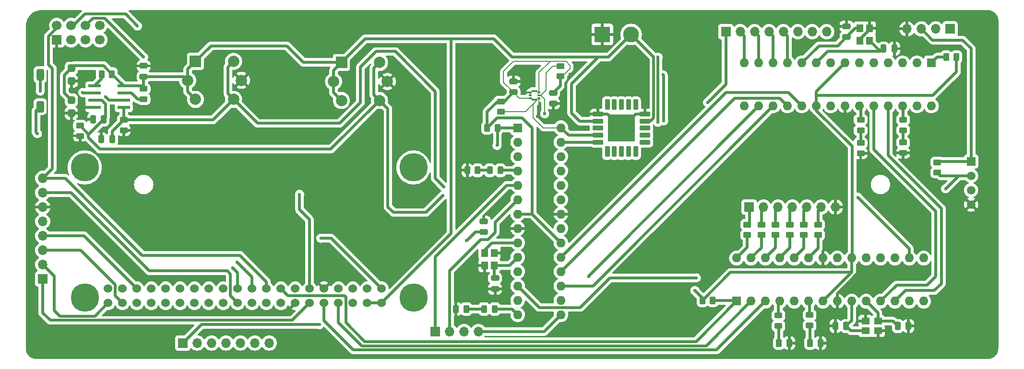
<source format=gbr>
%TF.GenerationSoftware,KiCad,Pcbnew,7.0.9-7.0.9~ubuntu22.04.1*%
%TF.CreationDate,2023-12-05T21:50:24+01:00*%
%TF.ProjectId,Chytry_sklep,43687974-7279-45f7-936b-6c65702e6b69,rev?*%
%TF.SameCoordinates,Original*%
%TF.FileFunction,Copper,L1,Top*%
%TF.FilePolarity,Positive*%
%FSLAX46Y46*%
G04 Gerber Fmt 4.6, Leading zero omitted, Abs format (unit mm)*
G04 Created by KiCad (PCBNEW 7.0.9-7.0.9~ubuntu22.04.1) date 2023-12-05 21:50:24*
%MOMM*%
%LPD*%
G01*
G04 APERTURE LIST*
G04 Aperture macros list*
%AMRoundRect*
0 Rectangle with rounded corners*
0 $1 Rounding radius*
0 $2 $3 $4 $5 $6 $7 $8 $9 X,Y pos of 4 corners*
0 Add a 4 corners polygon primitive as box body*
4,1,4,$2,$3,$4,$5,$6,$7,$8,$9,$2,$3,0*
0 Add four circle primitives for the rounded corners*
1,1,$1+$1,$2,$3*
1,1,$1+$1,$4,$5*
1,1,$1+$1,$6,$7*
1,1,$1+$1,$8,$9*
0 Add four rect primitives between the rounded corners*
20,1,$1+$1,$2,$3,$4,$5,0*
20,1,$1+$1,$4,$5,$6,$7,0*
20,1,$1+$1,$6,$7,$8,$9,0*
20,1,$1+$1,$8,$9,$2,$3,0*%
G04 Aperture macros list end*
%TA.AperFunction,ComponentPad*%
%ADD10R,1.600000X1.600000*%
%TD*%
%TA.AperFunction,ComponentPad*%
%ADD11O,1.600000X1.600000*%
%TD*%
%TA.AperFunction,SMDPad,CuDef*%
%ADD12R,2.200000X0.600000*%
%TD*%
%TA.AperFunction,SMDPad,CuDef*%
%ADD13RoundRect,0.243750X0.456250X-0.243750X0.456250X0.243750X-0.456250X0.243750X-0.456250X-0.243750X0*%
%TD*%
%TA.AperFunction,SMDPad,CuDef*%
%ADD14RoundRect,0.250000X0.450000X-0.262500X0.450000X0.262500X-0.450000X0.262500X-0.450000X-0.262500X0*%
%TD*%
%TA.AperFunction,SMDPad,CuDef*%
%ADD15R,1.400000X1.200000*%
%TD*%
%TA.AperFunction,ComponentPad*%
%ADD16R,1.700000X1.700000*%
%TD*%
%TA.AperFunction,ComponentPad*%
%ADD17O,1.700000X1.700000*%
%TD*%
%TA.AperFunction,SMDPad,CuDef*%
%ADD18RoundRect,0.250000X-0.400000X0.400000X-0.400000X-0.400000X0.400000X-0.400000X0.400000X0.400000X0*%
%TD*%
%TA.AperFunction,SMDPad,CuDef*%
%ADD19RoundRect,0.250000X-0.400000X0.750000X-0.400000X-0.750000X0.400000X-0.750000X0.400000X0.750000X0*%
%TD*%
%TA.AperFunction,SMDPad,CuDef*%
%ADD20RoundRect,0.250000X0.475000X-0.250000X0.475000X0.250000X-0.475000X0.250000X-0.475000X-0.250000X0*%
%TD*%
%TA.AperFunction,SMDPad,CuDef*%
%ADD21RoundRect,0.250000X-0.250000X-0.475000X0.250000X-0.475000X0.250000X0.475000X-0.250000X0.475000X0*%
%TD*%
%TA.AperFunction,ComponentPad*%
%ADD22C,5.000000*%
%TD*%
%TA.AperFunction,ComponentPad*%
%ADD23C,1.524000*%
%TD*%
%TA.AperFunction,ComponentPad*%
%ADD24C,1.700000*%
%TD*%
%TA.AperFunction,SMDPad,CuDef*%
%ADD25RoundRect,0.250000X-0.475000X0.250000X-0.475000X-0.250000X0.475000X-0.250000X0.475000X0.250000X0*%
%TD*%
%TA.AperFunction,SMDPad,CuDef*%
%ADD26RoundRect,0.250000X-0.450000X0.262500X-0.450000X-0.262500X0.450000X-0.262500X0.450000X0.262500X0*%
%TD*%
%TA.AperFunction,SMDPad,CuDef*%
%ADD27RoundRect,0.250000X0.262500X0.450000X-0.262500X0.450000X-0.262500X-0.450000X0.262500X-0.450000X0*%
%TD*%
%TA.AperFunction,SMDPad,CuDef*%
%ADD28RoundRect,0.212500X-0.212500X0.737500X-0.212500X-0.737500X0.212500X-0.737500X0.212500X0.737500X0*%
%TD*%
%TA.AperFunction,SMDPad,CuDef*%
%ADD29RoundRect,0.212500X-0.737500X0.212500X-0.737500X-0.212500X0.737500X-0.212500X0.737500X0.212500X0*%
%TD*%
%TA.AperFunction,SMDPad,CuDef*%
%ADD30R,4.800000X4.800000*%
%TD*%
%TA.AperFunction,SMDPad,CuDef*%
%ADD31RoundRect,0.250000X-0.262500X-0.450000X0.262500X-0.450000X0.262500X0.450000X-0.262500X0.450000X0*%
%TD*%
%TA.AperFunction,ComponentPad*%
%ADD32R,1.500000X1.500000*%
%TD*%
%TA.AperFunction,ComponentPad*%
%ADD33C,1.500000*%
%TD*%
%TA.AperFunction,ComponentPad*%
%ADD34R,2.000000X2.000000*%
%TD*%
%TA.AperFunction,ComponentPad*%
%ADD35C,2.000000*%
%TD*%
%TA.AperFunction,SMDPad,CuDef*%
%ADD36RoundRect,0.243750X-0.243750X-0.456250X0.243750X-0.456250X0.243750X0.456250X-0.243750X0.456250X0*%
%TD*%
%TA.AperFunction,ComponentPad*%
%ADD37R,2.800000X2.800000*%
%TD*%
%TA.AperFunction,ComponentPad*%
%ADD38C,2.800000*%
%TD*%
%TA.AperFunction,SMDPad,CuDef*%
%ADD39RoundRect,0.007000X0.183000X0.168000X-0.183000X0.168000X-0.183000X-0.168000X0.183000X-0.168000X0*%
%TD*%
%TA.AperFunction,SMDPad,CuDef*%
%ADD40R,1.200000X1.400000*%
%TD*%
%TA.AperFunction,ViaPad*%
%ADD41C,0.600000*%
%TD*%
%TA.AperFunction,Conductor*%
%ADD42C,0.500000*%
%TD*%
%TA.AperFunction,Conductor*%
%ADD43C,0.200000*%
%TD*%
G04 APERTURE END LIST*
D10*
%TO.P,U1,1,~{RESET}/PC6*%
%TO.N,/Atmega_master/RST*%
X190600000Y-120620000D03*
D11*
%TO.P,U1,2,PD0*%
%TO.N,/RX*%
X193140000Y-120620000D03*
%TO.P,U1,3,PD1*%
%TO.N,/TX*%
X195680000Y-120620000D03*
%TO.P,U1,4,PD2*%
%TO.N,Net-(MData1-A)*%
X198220000Y-120620000D03*
%TO.P,U1,5,PD3*%
%TO.N,/Atmega_interface/CE_interface*%
X200760000Y-120620000D03*
%TO.P,U1,6,PD4*%
%TO.N,Net-(MSafe1-A)*%
X203300000Y-120620000D03*
%TO.P,U1,7,VCC*%
%TO.N,+3.3V*%
X205840000Y-120620000D03*
%TO.P,U1,8,GND*%
%TO.N,GND*%
X208380000Y-120620000D03*
%TO.P,U1,9,XTAL1/PB6*%
%TO.N,Net-(U1-XTAL1{slash}PB6)*%
X210920000Y-120620000D03*
%TO.P,U1,10,XTAL2/PB7*%
%TO.N,Net-(U1-XTAL2{slash}PB7)*%
X213460000Y-120620000D03*
%TO.P,U1,11,PD5*%
%TO.N,/Atmega_interface/Master_order*%
X216000000Y-120620000D03*
%TO.P,U1,12,PD6*%
%TO.N,/Atmega_interface/Safe_pin*%
X218540000Y-120620000D03*
%TO.P,U1,13,PD7*%
%TO.N,CE*%
X221080000Y-120620000D03*
%TO.P,U1,14,PB0*%
%TO.N,CSN*%
X223620000Y-120620000D03*
%TO.P,U1,15,PB1*%
%TO.N,unconnected-(U1-PB1-Pad15)*%
X223620000Y-113000000D03*
%TO.P,U1,16,PB2*%
%TO.N,/Atmega_master/CE_sensor*%
X221080000Y-113000000D03*
%TO.P,U1,17,PB3*%
%TO.N,MOSI*%
X218540000Y-113000000D03*
%TO.P,U1,18,PB4*%
%TO.N,MISO*%
X216000000Y-113000000D03*
%TO.P,U1,19,PB5*%
%TO.N,SCK*%
X213460000Y-113000000D03*
%TO.P,U1,20,AVCC*%
%TO.N,+3.3V*%
X210920000Y-113000000D03*
%TO.P,U1,21,AREF*%
%TO.N,unconnected-(U1-AREF-Pad21)*%
X208380000Y-113000000D03*
%TO.P,U1,22,GND*%
%TO.N,GND*%
X205840000Y-113000000D03*
%TO.P,U1,23,PC0*%
%TO.N,Net-(U1-PC0)*%
X203300000Y-113000000D03*
%TO.P,U1,24,PC1*%
%TO.N,Net-(U1-PC1)*%
X200760000Y-113000000D03*
%TO.P,U1,25,PC2*%
%TO.N,Net-(U1-PC2)*%
X198220000Y-113000000D03*
%TO.P,U1,26,PC3*%
%TO.N,Net-(U1-PC3)*%
X195680000Y-113000000D03*
%TO.P,U1,27,PC4*%
%TO.N,Net-(U1-PC4)*%
X193140000Y-113000000D03*
%TO.P,U1,28,PC5*%
%TO.N,Net-(U1-PC5)*%
X190600000Y-113000000D03*
%TD*%
D12*
%TO.P,LM393DT1,1,OUT1*%
%TO.N,Net-(LM393DT1A-OUT1)*%
X77300000Y-82595000D03*
%TO.P,LM393DT1,2,IN1-*%
%TO.N,POT1*%
X77300000Y-83865000D03*
%TO.P,LM393DT1,3,IN1+*%
%TO.N,MQ_7_D*%
X77300000Y-85135000D03*
%TO.P,LM393DT1,4,GND*%
%TO.N,GND*%
X77300000Y-86405000D03*
%TO.P,LM393DT1,5,IN2+*%
%TO.N,MQ_4_D*%
X82500000Y-86405000D03*
%TO.P,LM393DT1,6,IN2-*%
%TO.N,POT2*%
X82500000Y-85135000D03*
%TO.P,LM393DT1,7,OUT2*%
%TO.N,Net-(LM393DT1A-OUT2)*%
X82500000Y-83865000D03*
%TO.P,LM393DT1,8,VCC*%
%TO.N,+5V*%
X82500000Y-82595000D03*
%TD*%
D13*
%TO.P,MData1,1,K*%
%TO.N,Net-(MData1-K)*%
X198000000Y-125000000D03*
%TO.P,MData1,2,A*%
%TO.N,Net-(MData1-A)*%
X198000000Y-123125000D03*
%TD*%
D14*
%TO.P,R10,1*%
%TO.N,Net-(U1-PC5)*%
X192500000Y-108912500D03*
%TO.P,R10,2*%
%TO.N,PC5*%
X192500000Y-107087500D03*
%TD*%
D15*
%TO.P,X1,1,1*%
%TO.N,Net-(U1-XTAL2{slash}PB7)*%
X215550000Y-124150000D03*
%TO.P,X1,2,2*%
%TO.N,GND*%
X213350000Y-124150000D03*
%TO.P,X1,3,3*%
%TO.N,Net-(U1-XTAL1{slash}PB6)*%
X213350000Y-125850000D03*
%TO.P,X1,4,4*%
%TO.N,GND*%
X215550000Y-125850000D03*
%TD*%
D16*
%TO.P,Num1,1,Pin_1*%
%TO.N,Net-(Num1-Pin_1)*%
X188720000Y-73000000D03*
D17*
%TO.P,Num1,2,Pin_2*%
%TO.N,Net-(Num1-Pin_2)*%
X191260000Y-73000000D03*
%TO.P,Num1,3,Pin_3*%
%TO.N,Net-(Num1-Pin_3)*%
X193800000Y-73000000D03*
%TO.P,Num1,4,Pin_4*%
%TO.N,Net-(Num1-Pin_4)*%
X196340000Y-73000000D03*
%TO.P,Num1,5,Pin_5*%
%TO.N,Net-(Num1-Pin_5)*%
X198880000Y-73000000D03*
%TO.P,Num1,6,Pin_6*%
%TO.N,Net-(Num1-Pin_6)*%
X201420000Y-73000000D03*
%TO.P,Num1,7,Pin_7*%
%TO.N,Net-(Num1-Pin_7)*%
X203960000Y-73000000D03*
%TO.P,Num1,8,Pin_8*%
%TO.N,Net-(Num1-Pin_8)*%
X206500000Y-73000000D03*
%TD*%
D16*
%TO.P,LED1,1,Pin_1*%
%TO.N,PC5*%
X192840000Y-104000000D03*
D17*
%TO.P,LED1,2,Pin_2*%
%TO.N,PC4*%
X195380000Y-104000000D03*
%TO.P,LED1,3,Pin_3*%
%TO.N,PC3*%
X197920000Y-104000000D03*
%TO.P,LED1,4,Pin_4*%
%TO.N,PC2*%
X200460000Y-104000000D03*
%TO.P,LED1,5,Pin_5*%
%TO.N,PC1*%
X203000000Y-104000000D03*
%TO.P,LED1,6,Pin_6*%
%TO.N,PC0*%
X205540000Y-104000000D03*
%TO.P,LED1,7,Pin_7*%
%TO.N,GND*%
X208080000Y-104000000D03*
%TD*%
D18*
%TO.P,P_MQ7,1,1*%
%TO.N,+5V*%
X73250000Y-79450000D03*
D19*
%TO.P,P_MQ7,2,2*%
%TO.N,POT1*%
X67750000Y-80600000D03*
D18*
%TO.P,P_MQ7,3,3*%
%TO.N,GND*%
X73250000Y-81750000D03*
%TD*%
D20*
%TO.P,C6,1*%
%TO.N,Net-(U3-XTAL2{slash}PB7)*%
X210000000Y-73950000D03*
%TO.P,C6,2*%
%TO.N,GND*%
X210000000Y-72050000D03*
%TD*%
D14*
%TO.P,DR1,1*%
%TO.N,Net-(DHT22-IO)*%
X226000000Y-97912500D03*
%TO.P,DR1,2*%
%TO.N,+5V*%
X226000000Y-96087500D03*
%TD*%
D21*
%TO.P,MC3,1*%
%TO.N,GND*%
X78550000Y-92000000D03*
%TO.P,MC3,2*%
%TO.N,MQ_4_D*%
X80450000Y-92000000D03*
%TD*%
D14*
%TO.P,R2,1*%
%TO.N,Net-(U1-PC2)*%
X200000000Y-108912500D03*
%TO.P,R2,2*%
%TO.N,PC2*%
X200000000Y-107087500D03*
%TD*%
D22*
%TO.P,Zero1,0*%
%TO.N,N/C*%
X133600000Y-120000000D03*
X133600000Y-97000000D03*
X75600000Y-120000000D03*
X75600000Y-97000000D03*
D23*
%TO.P,Zero1,1,3V3*%
%TO.N,+3.3V*%
X127976000Y-118390000D03*
%TO.P,Zero1,2,5V*%
%TO.N,+5V*%
X127976000Y-120930000D03*
%TO.P,Zero1,3,SDA/GPIO2*%
%TO.N,unconnected-(Zero1-SDA{slash}GPIO2-Pad3)*%
X125436000Y-118390000D03*
%TO.P,Zero1,4,5V*%
%TO.N,+5V*%
X125436000Y-120930000D03*
%TO.P,Zero1,5,SCL/GPIO3*%
%TO.N,unconnected-(Zero1-SCL{slash}GPIO3-Pad5)*%
X122896000Y-118390000D03*
%TO.P,Zero1,6,GND*%
%TO.N,unconnected-(Zero1-GND-Pad6)*%
X122896000Y-120930000D03*
%TO.P,Zero1,7,GCLK0/GPIO4*%
%TO.N,/Atmega_interface/Safe_pin*%
X120356000Y-118390000D03*
%TO.P,Zero1,8,GPIO14/TXD*%
%TO.N,/RX*%
X120356000Y-120930000D03*
%TO.P,Zero1,9,GND*%
%TO.N,GND*%
X117816000Y-118390000D03*
%TO.P,Zero1,10,GPIO15/RXD*%
%TO.N,/TX*%
X117816000Y-120930000D03*
%TO.P,Zero1,11,GPIO17*%
%TO.N,/Atmega_interface/RST*%
X115276000Y-118390000D03*
%TO.P,Zero1,12,GPIO18/PWM0*%
%TO.N,Net-(RFID1-Pin_1)*%
X115276000Y-120930000D03*
%TO.P,Zero1,13,GPIO27*%
%TO.N,/Atmega_sensor/RST*%
X112736000Y-118390000D03*
%TO.P,Zero1,14,GND*%
%TO.N,GND*%
X112736000Y-120930000D03*
%TO.P,Zero1,15,GPIO22*%
%TO.N,/Atmega_master/RST*%
X110196000Y-118390000D03*
%TO.P,Zero1,16,GPIO23*%
%TO.N,Net-(Rasp_pins1-Pin_5)*%
X110196000Y-120930000D03*
%TO.P,Zero1,17,3V3*%
%TO.N,+3.3V*%
X107656000Y-118390000D03*
%TO.P,Zero1,18,GPIO24*%
%TO.N,Net-(Rasp_pins1-Pin_6)*%
X107656000Y-120930000D03*
%TO.P,Zero1,19,MOSI0/GPIO10*%
%TO.N,MOSI*%
X105116000Y-118390000D03*
%TO.P,Zero1,20,GND*%
%TO.N,unconnected-(Zero1-GND-Pad20)*%
X105116000Y-120930000D03*
%TO.P,Zero1,21,MISO0/GPIO9*%
%TO.N,MISO*%
X102576000Y-118390000D03*
%TO.P,Zero1,22,GPIO25*%
%TO.N,Net-(RFID1-Pin_7)*%
X102576000Y-120930000D03*
%TO.P,Zero1,23,SCLK0/GPIO11*%
%TO.N,SCK*%
X100036000Y-118390000D03*
%TO.P,Zero1,24,~{CE0}/GPIO8*%
%TO.N,unconnected-(Zero1-~{CE0}{slash}GPIO8-Pad24)*%
X100036000Y-120930000D03*
%TO.P,Zero1,25,GND*%
%TO.N,unconnected-(Zero1-GND-Pad25)*%
X97496000Y-118390000D03*
%TO.P,Zero1,26,~{CE1}/GPIO7*%
%TO.N,unconnected-(Zero1-~{CE1}{slash}GPIO7-Pad26)*%
X97496000Y-120930000D03*
%TO.P,Zero1,27,ID_SD/GPIO0*%
%TO.N,unconnected-(Zero1-ID_SD{slash}GPIO0-Pad27)*%
X94956000Y-118390000D03*
%TO.P,Zero1,28,ID_SC/GPIO1*%
%TO.N,unconnected-(Zero1-ID_SC{slash}GPIO1-Pad28)*%
X94956000Y-120930000D03*
%TO.P,Zero1,29,GCLK1/GPIO5*%
%TO.N,Net-(Rasp_pins1-Pin_4)*%
X92416000Y-118390000D03*
%TO.P,Zero1,30,GND*%
%TO.N,unconnected-(Zero1-GND-Pad30)*%
X92416000Y-120930000D03*
%TO.P,Zero1,31,GCLK2/GPIO6*%
%TO.N,Net-(Rasp_pins1-Pin_3)*%
X89876000Y-118390000D03*
%TO.P,Zero1,32,PWM0/GPIO12*%
%TO.N,unconnected-(Zero1-PWM0{slash}GPIO12-Pad32)*%
X89876000Y-120930000D03*
%TO.P,Zero1,33,PWM1/GPIO13*%
%TO.N,unconnected-(Zero1-PWM1{slash}GPIO13-Pad33)*%
X87336000Y-118390000D03*
%TO.P,Zero1,34,GND*%
%TO.N,unconnected-(Zero1-GND-Pad34)*%
X87336000Y-120930000D03*
%TO.P,Zero1,35,GPIO19/MISO1*%
%TO.N,Net-(RFID1-Pin_4)*%
X84796000Y-118390000D03*
%TO.P,Zero1,36,GPIO16*%
%TO.N,unconnected-(Zero1-GPIO16-Pad36)*%
X84796000Y-120930000D03*
%TO.P,Zero1,37,GPIO26*%
%TO.N,Net-(Rasp_pins1-Pin_7)*%
X82256000Y-118390000D03*
%TO.P,Zero1,38,GPIO20/MOSI1*%
%TO.N,Net-(RFID1-Pin_3)*%
X82256000Y-120930000D03*
%TO.P,Zero1,39,GND*%
%TO.N,GND1*%
X79716000Y-118390000D03*
%TO.P,Zero1,40,GPIO21/SCLK1*%
%TO.N,Net-(RFID1-Pin_2)*%
X79716000Y-120930000D03*
%TD*%
D16*
%TO.P,NRF1,1,GND*%
%TO.N,GND*%
X70675000Y-74440000D03*
D24*
%TO.P,NRF1,2,VCC*%
%TO.N,+3.3V*%
X70675000Y-71900000D03*
%TO.P,NRF1,3,CE*%
%TO.N,CE*%
X73215000Y-74440000D03*
%TO.P,NRF1,4,~{CSN}*%
%TO.N,CSN*%
X73215000Y-71900000D03*
%TO.P,NRF1,5,SCK*%
%TO.N,SCK*%
X75755000Y-74440000D03*
%TO.P,NRF1,6,MOSI*%
%TO.N,MOSI*%
X75755000Y-71900000D03*
%TO.P,NRF1,7,MISO*%
%TO.N,MISO*%
X78295000Y-74440000D03*
%TO.P,NRF1,8,IRQ*%
%TO.N,unconnected-(NRF1-IRQ-Pad8)*%
X78295000Y-71900000D03*
%TD*%
D25*
%TO.P,BC1,1*%
%TO.N,GND*%
X151250000Y-81800000D03*
%TO.P,BC1,2*%
%TO.N,+3.3V*%
X151250000Y-83700000D03*
%TD*%
D26*
%TO.P,MR4,1*%
%TO.N,MQ_4_D*%
X82500000Y-88587500D03*
%TO.P,MR4,2*%
%TO.N,GND*%
X82500000Y-90412500D03*
%TD*%
D27*
%TO.P,R7,1*%
%TO.N,Net-(SData1-K)*%
X142912500Y-122000000D03*
%TO.P,R7,2*%
%TO.N,GND*%
X141087500Y-122000000D03*
%TD*%
D28*
%TO.P,SCD40,1*%
%TO.N,N/C*%
X172800000Y-85900000D03*
%TO.P,SCD40,2*%
X171550000Y-85900000D03*
%TO.P,SCD40,3*%
X170300000Y-85900000D03*
%TO.P,SCD40,4*%
X169050000Y-85900000D03*
%TO.P,SCD40,5*%
X167800000Y-85900000D03*
D29*
%TO.P,SCD40,6,GND*%
%TO.N,GND*%
X166150000Y-87550000D03*
%TO.P,SCD40,7,VDD*%
%TO.N,+5V*%
X166150000Y-88800000D03*
%TO.P,SCD40,8*%
%TO.N,N/C*%
X166150000Y-90050000D03*
%TO.P,SCD40,9,SCL*%
%TO.N,SCL*%
X166150000Y-91300000D03*
%TO.P,SCD40,10,SDA*%
%TO.N,SDA*%
X166150000Y-92550000D03*
D28*
%TO.P,SCD40,11*%
%TO.N,N/C*%
X167800000Y-94200000D03*
%TO.P,SCD40,12*%
X169050000Y-94200000D03*
%TO.P,SCD40,13*%
X170300000Y-94200000D03*
%TO.P,SCD40,14*%
X171550000Y-94200000D03*
%TO.P,SCD40,15*%
X172800000Y-94200000D03*
D29*
%TO.P,SCD40,16*%
X174450000Y-92550000D03*
%TO.P,SCD40,17*%
X174450000Y-91300000D03*
%TO.P,SCD40,18*%
X174450000Y-90050000D03*
%TO.P,SCD40,19,VDD*%
%TO.N,+5V*%
X174450000Y-88800000D03*
%TO.P,SCD40,20,GND*%
%TO.N,GND*%
X174450000Y-87550000D03*
D30*
%TO.P,SCD40,21,GND*%
X170300000Y-90050000D03*
%TD*%
D21*
%TO.P,C5,1*%
%TO.N,Net-(U3-XTAL1{slash}PB6)*%
X216550000Y-76000000D03*
%TO.P,C5,2*%
%TO.N,GND*%
X218450000Y-76000000D03*
%TD*%
%TO.P,C2,1*%
%TO.N,Net-(U1-XTAL2{slash}PB7)*%
X219050000Y-125000000D03*
%TO.P,C2,2*%
%TO.N,GND*%
X220950000Y-125000000D03*
%TD*%
D18*
%TO.P,P_MQ4,1,1*%
%TO.N,+5V*%
X73250000Y-85100000D03*
D19*
%TO.P,P_MQ4,2,2*%
%TO.N,POT2*%
X67750000Y-86250000D03*
D18*
%TO.P,P_MQ4,3,3*%
%TO.N,GND*%
X73250000Y-87400000D03*
%TD*%
D31*
%TO.P,RR3,1*%
%TO.N,/Atmega_interface/RST*%
X227587500Y-77500000D03*
%TO.P,RR3,2*%
%TO.N,+3.3V*%
X229412500Y-77500000D03*
%TD*%
D10*
%TO.P,U3,1,~{RESET}/PC6*%
%TO.N,/Atmega_interface/RST*%
X225000000Y-78500000D03*
D11*
%TO.P,U3,2,PD0*%
%TO.N,unconnected-(U3-PD0-Pad2)*%
X222460000Y-78500000D03*
%TO.P,U3,3,PD1*%
%TO.N,unconnected-(U3-PD1-Pad3)*%
X219920000Y-78500000D03*
%TO.P,U3,4,PD2*%
%TO.N,Net-(Num1-Pin_8)*%
X217380000Y-78500000D03*
%TO.P,U3,5,PD3*%
%TO.N,Net-(Num1-Pin_7)*%
X214840000Y-78500000D03*
%TO.P,U3,6,PD4*%
%TO.N,Net-(Num1-Pin_6)*%
X212300000Y-78500000D03*
%TO.P,U3,7,VCC*%
%TO.N,+3.3V*%
X209760000Y-78500000D03*
%TO.P,U3,8,GND*%
%TO.N,GND*%
X207220000Y-78500000D03*
%TO.P,U3,9,XTAL1/PB6*%
%TO.N,Net-(U3-XTAL1{slash}PB6)*%
X204680000Y-78500000D03*
%TO.P,U3,10,XTAL2/PB7*%
%TO.N,Net-(U3-XTAL2{slash}PB7)*%
X202140000Y-78500000D03*
%TO.P,U3,11,PD5*%
%TO.N,Net-(Num1-Pin_5)*%
X199600000Y-78500000D03*
%TO.P,U3,12,PD6*%
%TO.N,Net-(Num1-Pin_4)*%
X197060000Y-78500000D03*
%TO.P,U3,13,PD7*%
%TO.N,Net-(Num1-Pin_3)*%
X194520000Y-78500000D03*
%TO.P,U3,14,PB0*%
%TO.N,Net-(Num1-Pin_2)*%
X191980000Y-78500000D03*
%TO.P,U3,15,PB1*%
%TO.N,Net-(Num1-Pin_1)*%
X191980000Y-86120000D03*
%TO.P,U3,16,PB2*%
%TO.N,/Atmega_interface/CE_interface*%
X194520000Y-86120000D03*
%TO.P,U3,17,PB3*%
%TO.N,MOSI*%
X197060000Y-86120000D03*
%TO.P,U3,18,PB4*%
%TO.N,MISO*%
X199600000Y-86120000D03*
%TO.P,U3,19,PB5*%
%TO.N,SCK*%
X202140000Y-86120000D03*
%TO.P,U3,20,AVCC*%
%TO.N,+3.3V*%
X204680000Y-86120000D03*
%TO.P,U3,21,AREF*%
%TO.N,unconnected-(U3-AREF-Pad21)*%
X207220000Y-86120000D03*
%TO.P,U3,22,GND*%
%TO.N,GND*%
X209760000Y-86120000D03*
%TO.P,U3,23,PC0*%
%TO.N,MPC0*%
X212300000Y-86120000D03*
%TO.P,U3,24,PC1*%
%TO.N,/Atmega_interface/Master_order*%
X214840000Y-86120000D03*
%TO.P,U3,25,PC2*%
%TO.N,/Atmega_interface/Safe_pin*%
X217380000Y-86120000D03*
%TO.P,U3,26,PC3*%
%TO.N,Net-(ISafe1-A)*%
X219920000Y-86120000D03*
%TO.P,U3,27,PC4*%
%TO.N,ISDA*%
X222460000Y-86120000D03*
%TO.P,U3,28,PC5*%
%TO.N,ISCL*%
X225000000Y-86120000D03*
%TD*%
D16*
%TO.P,V1,1,Pin_1*%
%TO.N,D3*%
X137450000Y-125975000D03*
D17*
%TO.P,V1,2,Pin_2*%
%TO.N,D4*%
X139990000Y-125975000D03*
%TO.P,V1,3,Pin_3*%
%TO.N,D7*%
X142530000Y-125975000D03*
%TO.P,V1,4,Pin_4*%
%TO.N,D9*%
X145070000Y-125975000D03*
%TD*%
D26*
%TO.P,MR1,1*%
%TO.N,MQ_7_D*%
X74750000Y-89587500D03*
%TO.P,MR1,2*%
%TO.N,GND*%
X74750000Y-91412500D03*
%TD*%
D13*
%TO.P,IData1,1,K*%
%TO.N,Net-(IData1-K)*%
X212500000Y-90437500D03*
%TO.P,IData1,2,A*%
%TO.N,MPC0*%
X212500000Y-88562500D03*
%TD*%
D32*
%TO.P,DHT22,1,VCC*%
%TO.N,+5V*%
X232000000Y-95920000D03*
D33*
%TO.P,DHT22,2,IO*%
%TO.N,Net-(DHT22-IO)*%
X232000000Y-98460000D03*
%TO.P,DHT22,3,NC*%
%TO.N,unconnected-(DHT22-NC-Pad3)*%
X232000000Y-101000000D03*
%TO.P,DHT22,4,GND*%
%TO.N,GND*%
X232000000Y-103540000D03*
%TD*%
D25*
%TO.P,C4,1*%
%TO.N,Net-(U2-XTAL2{slash}PB7)*%
X148000000Y-116550000D03*
%TO.P,C4,2*%
%TO.N,GND*%
X148000000Y-118450000D03*
%TD*%
D27*
%TO.P,RR1,1*%
%TO.N,/Atmega_master/RST*%
X186412500Y-120500000D03*
%TO.P,RR1,2*%
%TO.N,+3.3V*%
X184587500Y-120500000D03*
%TD*%
D14*
%TO.P,R3,1*%
%TO.N,Net-(U1-PC1)*%
X202500000Y-108912500D03*
%TO.P,R3,2*%
%TO.N,PC1*%
X202500000Y-107087500D03*
%TD*%
D31*
%TO.P,R1,1*%
%TO.N,Net-(MSafe1-K)*%
X203587500Y-128000000D03*
%TO.P,R1,2*%
%TO.N,GND*%
X205412500Y-128000000D03*
%TD*%
D25*
%TO.P,BC2,1*%
%TO.N,+3.3V*%
X158250000Y-83800000D03*
%TO.P,BC2,2*%
%TO.N,GND*%
X158250000Y-85700000D03*
%TD*%
D13*
%TO.P,ISafe1,1,K*%
%TO.N,Net-(ISafe1-K)*%
X220000000Y-90437500D03*
%TO.P,ISafe1,2,A*%
%TO.N,Net-(ISafe1-A)*%
X220000000Y-88562500D03*
%TD*%
D16*
%TO.P,Rasp_pins1,1,Pin_1*%
%TO.N,+5V*%
X92920000Y-128000000D03*
D17*
%TO.P,Rasp_pins1,2,Pin_2*%
%TO.N,GND1*%
X95460000Y-128000000D03*
%TO.P,Rasp_pins1,3,Pin_3*%
%TO.N,Net-(Rasp_pins1-Pin_3)*%
X98000000Y-128000000D03*
%TO.P,Rasp_pins1,4,Pin_4*%
%TO.N,Net-(Rasp_pins1-Pin_4)*%
X100540000Y-128000000D03*
%TO.P,Rasp_pins1,5,Pin_5*%
%TO.N,Net-(Rasp_pins1-Pin_5)*%
X103080000Y-128000000D03*
%TO.P,Rasp_pins1,6,Pin_6*%
%TO.N,Net-(Rasp_pins1-Pin_6)*%
X105620000Y-128000000D03*
%TO.P,Rasp_pins1,7,Pin_7*%
%TO.N,Net-(Rasp_pins1-Pin_7)*%
X108160000Y-128000000D03*
%TD*%
D16*
%TO.P,LCD1,1,Pin_1*%
%TO.N,ISCL*%
X228300000Y-72525000D03*
D17*
%TO.P,LCD1,2,Pin_2*%
%TO.N,ISDA*%
X225760000Y-72525000D03*
%TO.P,LCD1,3,Pin_3*%
%TO.N,+5V*%
X223220000Y-72525000D03*
%TO.P,LCD1,4,Pin_4*%
%TO.N,GND*%
X220680000Y-72525000D03*
%TD*%
D26*
%TO.P,R11,1*%
%TO.N,Net-(ISafe1-K)*%
X220000000Y-92587500D03*
%TO.P,R11,2*%
%TO.N,GND*%
X220000000Y-94412500D03*
%TD*%
D25*
%TO.P,MC2,1*%
%TO.N,GND*%
X86000000Y-79050000D03*
%TO.P,MC2,2*%
%TO.N,+5V*%
X86000000Y-80950000D03*
%TD*%
D14*
%TO.P,BR2,1*%
%TO.N,+3.3V*%
X159500000Y-80912500D03*
%TO.P,BR2,2*%
%TO.N,SDA*%
X159500000Y-79087500D03*
%TD*%
D27*
%TO.P,MR2,1*%
%TO.N,+5V*%
X80412500Y-80500000D03*
%TO.P,MR2,2*%
%TO.N,Net-(LM393DT1A-OUT1)*%
X78587500Y-80500000D03*
%TD*%
D21*
%TO.P,MC1,1*%
%TO.N,GND*%
X77050000Y-88500000D03*
%TO.P,MC1,2*%
%TO.N,MQ_7_D*%
X78950000Y-88500000D03*
%TD*%
D10*
%TO.P,U2,1,~{RESET}/PC6*%
%TO.N,/Atmega_sensor/RST*%
X152000000Y-89980000D03*
D11*
%TO.P,U2,2,PD0*%
%TO.N,unconnected-(U2-PD0-Pad2)*%
X152000000Y-92520000D03*
%TO.P,U2,3,PD1*%
%TO.N,unconnected-(U2-PD1-Pad3)*%
X152000000Y-95060000D03*
%TO.P,U2,4,PD2*%
%TO.N,Net-(SSafe1-A)*%
X152000000Y-97600000D03*
%TO.P,U2,5,PD3*%
%TO.N,D3*%
X152000000Y-100140000D03*
%TO.P,U2,6,PD4*%
%TO.N,D4*%
X152000000Y-102680000D03*
%TO.P,U2,7,VCC*%
%TO.N,+3.3V*%
X152000000Y-105220000D03*
%TO.P,U2,8,GND*%
%TO.N,GND*%
X152000000Y-107760000D03*
%TO.P,U2,9,XTAL1/PB6*%
%TO.N,Net-(U2-XTAL1{slash}PB6)*%
X152000000Y-110300000D03*
%TO.P,U2,10,XTAL2/PB7*%
%TO.N,Net-(U2-XTAL2{slash}PB7)*%
X152000000Y-112840000D03*
%TO.P,U2,11,PD5*%
%TO.N,Net-(DHT22-IO)*%
X152000000Y-115380000D03*
%TO.P,U2,12,PD6*%
%TO.N,/Atmega_interface/Safe_pin*%
X152000000Y-117920000D03*
%TO.P,U2,13,PD7*%
%TO.N,D7*%
X152000000Y-120460000D03*
%TO.P,U2,14,PB0*%
%TO.N,Net-(SData1-A)*%
X152000000Y-123000000D03*
%TO.P,U2,15,PB1*%
%TO.N,D9*%
X159620000Y-123000000D03*
%TO.P,U2,16,PB2*%
%TO.N,/Atmega_master/CE_sensor*%
X159620000Y-120460000D03*
%TO.P,U2,17,PB3*%
%TO.N,MOSI*%
X159620000Y-117920000D03*
%TO.P,U2,18,PB4*%
%TO.N,MISO*%
X159620000Y-115380000D03*
%TO.P,U2,19,PB5*%
%TO.N,SCK*%
X159620000Y-112840000D03*
%TO.P,U2,20,AVCC*%
%TO.N,+3.3V*%
X159620000Y-110300000D03*
%TO.P,U2,21,AREF*%
%TO.N,unconnected-(U2-AREF-Pad21)*%
X159620000Y-107760000D03*
%TO.P,U2,22,GND*%
%TO.N,GND*%
X159620000Y-105220000D03*
%TO.P,U2,23,PC0*%
%TO.N,MQ_7_D*%
X159620000Y-102680000D03*
%TO.P,U2,24,PC1*%
%TO.N,MQ_4_D*%
X159620000Y-100140000D03*
%TO.P,U2,25,PC2*%
%TO.N,unconnected-(U2-PC2-Pad25)*%
X159620000Y-97600000D03*
%TO.P,U2,26,PC3*%
%TO.N,unconnected-(U2-PC3-Pad26)*%
X159620000Y-95060000D03*
%TO.P,U2,27,PC4*%
%TO.N,SDA*%
X159620000Y-92520000D03*
%TO.P,U2,28,PC5*%
%TO.N,SCL*%
X159620000Y-89980000D03*
%TD*%
D26*
%TO.P,R12,1*%
%TO.N,Net-(IData1-K)*%
X212500000Y-92675000D03*
%TO.P,R12,2*%
%TO.N,GND*%
X212500000Y-94500000D03*
%TD*%
D27*
%TO.P,RR2,1*%
%TO.N,/Atmega_sensor/RST*%
X148412500Y-90000000D03*
%TO.P,RR2,2*%
%TO.N,+3.3V*%
X146587500Y-90000000D03*
%TD*%
D31*
%TO.P,R5,1*%
%TO.N,Net-(MData1-K)*%
X198087500Y-128000000D03*
%TO.P,R5,2*%
%TO.N,GND*%
X199912500Y-128000000D03*
%TD*%
D34*
%TO.P,MQ_4,1,B1*%
%TO.N,+5V*%
X95140000Y-78240000D03*
D35*
%TO.P,MQ_4,2,VH+*%
X93750000Y-81600000D03*
%TO.P,MQ_4,3,B2*%
X95140000Y-84960000D03*
%TO.P,MQ_4,4,A2*%
%TO.N,MQ_4_D*%
X101860000Y-84960000D03*
%TO.P,MQ_4,5,VH-*%
%TO.N,GND*%
X103250000Y-81600000D03*
%TO.P,MQ_4,6,A1*%
%TO.N,MQ_4_D*%
X101860000Y-78240000D03*
%TD*%
D27*
%TO.P,R6,1*%
%TO.N,Net-(SSafe1-K)*%
X144912500Y-97500000D03*
%TO.P,R6,2*%
%TO.N,GND*%
X143087500Y-97500000D03*
%TD*%
D13*
%TO.P,MSafe1,1,K*%
%TO.N,Net-(MSafe1-K)*%
X203500000Y-124937500D03*
%TO.P,MSafe1,2,A*%
%TO.N,Net-(MSafe1-A)*%
X203500000Y-123062500D03*
%TD*%
D14*
%TO.P,R4,1*%
%TO.N,Net-(U1-PC0)*%
X205000000Y-108912500D03*
%TO.P,R4,2*%
%TO.N,PC0*%
X205000000Y-107087500D03*
%TD*%
D36*
%TO.P,SSafe1,1,K*%
%TO.N,Net-(SSafe1-K)*%
X147062500Y-97500000D03*
%TO.P,SSafe1,2,A*%
%TO.N,Net-(SSafe1-A)*%
X148937500Y-97500000D03*
%TD*%
D37*
%TO.P,Power1,1,Pin_1*%
%TO.N,GND*%
X166920000Y-73500000D03*
D38*
%TO.P,Power1,2,Pin_2*%
%TO.N,+5V*%
X172000000Y-73500000D03*
%TD*%
D39*
%TO.P,BMP388,1,VDDIO*%
%TO.N,+3.3V*%
X154750000Y-85000000D03*
%TO.P,BMP388,2,SCK*%
%TO.N,SCL*%
X155250000Y-85000000D03*
%TO.P,BMP388,3,VSS*%
%TO.N,GND*%
X155765000Y-84735000D03*
%TO.P,BMP388,4,SDI*%
%TO.N,SDA*%
X155765000Y-84235000D03*
%TO.P,BMP388,5,SDO*%
%TO.N,+3.3V*%
X155765000Y-83735000D03*
%TO.P,BMP388,6,CSB*%
%TO.N,unconnected-(BMP388-CSB-Pad6)*%
X155250000Y-83470000D03*
%TO.P,BMP388,7,INT*%
%TO.N,unconnected-(BMP388-INT-Pad7)*%
X154750000Y-83470000D03*
%TO.P,BMP388,8,VSS*%
%TO.N,GND*%
X154235000Y-83735000D03*
%TO.P,BMP388,9,VSS*%
X154235000Y-84235000D03*
%TO.P,BMP388,10,VDD*%
%TO.N,+3.3V*%
X154235000Y-84735000D03*
%TD*%
D40*
%TO.P,X3,1,1*%
%TO.N,Net-(U3-XTAL2{slash}PB7)*%
X212400000Y-72400000D03*
%TO.P,X3,2,2*%
%TO.N,GND*%
X212400000Y-74600000D03*
%TO.P,X3,3,3*%
%TO.N,Net-(U3-XTAL1{slash}PB6)*%
X214100000Y-74600000D03*
%TO.P,X3,4,4*%
%TO.N,GND*%
X214100000Y-72400000D03*
%TD*%
%TO.P,X2,1,1*%
%TO.N,Net-(U2-XTAL2{slash}PB7)*%
X147850000Y-114300000D03*
%TO.P,X2,2,2*%
%TO.N,GND*%
X147850000Y-112100000D03*
%TO.P,X2,3,3*%
%TO.N,Net-(U2-XTAL1{slash}PB6)*%
X146150000Y-112100000D03*
%TO.P,X2,4,4*%
%TO.N,GND*%
X146150000Y-114300000D03*
%TD*%
D20*
%TO.P,C3,1*%
%TO.N,Net-(U2-XTAL1{slash}PB6)*%
X146000000Y-108400000D03*
%TO.P,C3,2*%
%TO.N,GND*%
X146000000Y-106500000D03*
%TD*%
D14*
%TO.P,BR1,1*%
%TO.N,SCL*%
X149000000Y-87162500D03*
%TO.P,BR1,2*%
%TO.N,+3.3V*%
X149000000Y-85337500D03*
%TD*%
D16*
%TO.P,RFID1,1,Pin_1*%
%TO.N,Net-(RFID1-Pin_1)*%
X68175000Y-116675000D03*
D17*
%TO.P,RFID1,2,Pin_2*%
%TO.N,Net-(RFID1-Pin_2)*%
X68175000Y-114135000D03*
%TO.P,RFID1,3,Pin_3*%
%TO.N,Net-(RFID1-Pin_3)*%
X68175000Y-111595000D03*
%TO.P,RFID1,4,Pin_4*%
%TO.N,Net-(RFID1-Pin_4)*%
X68175000Y-109055000D03*
%TO.P,RFID1,5,Pin_5*%
%TO.N,unconnected-(RFID1-Pin_5-Pad5)*%
X68175000Y-106515000D03*
%TO.P,RFID1,6,Pin_6*%
%TO.N,GND*%
X68175000Y-103975000D03*
%TO.P,RFID1,7,Pin_7*%
%TO.N,Net-(RFID1-Pin_7)*%
X68175000Y-101435000D03*
%TO.P,RFID1,8,Pin_8*%
%TO.N,+3.3V*%
X68175000Y-98895000D03*
%TD*%
D14*
%TO.P,MR3,1*%
%TO.N,Net-(LM393DT1A-OUT2)*%
X86000000Y-84912500D03*
%TO.P,MR3,2*%
%TO.N,+5V*%
X86000000Y-83087500D03*
%TD*%
D36*
%TO.P,SData1,1,K*%
%TO.N,Net-(SData1-K)*%
X146062500Y-122000000D03*
%TO.P,SData1,2,A*%
%TO.N,Net-(SData1-A)*%
X147937500Y-122000000D03*
%TD*%
D14*
%TO.P,R8,1*%
%TO.N,Net-(U1-PC3)*%
X197500000Y-108912500D03*
%TO.P,R8,2*%
%TO.N,PC3*%
X197500000Y-107087500D03*
%TD*%
D34*
%TO.P,MQ_7,1,B1*%
%TO.N,+5V*%
X120890000Y-78440000D03*
D35*
%TO.P,MQ_7,2,VH+*%
X119500000Y-81800000D03*
%TO.P,MQ_7,3,B2*%
X120890000Y-85160000D03*
%TO.P,MQ_7,4,A2*%
%TO.N,MQ_7_D*%
X127610000Y-85160000D03*
%TO.P,MQ_7,5,VH-*%
%TO.N,GND*%
X129000000Y-81800000D03*
%TO.P,MQ_7,6,A1*%
%TO.N,MQ_7_D*%
X127610000Y-78440000D03*
%TD*%
D21*
%TO.P,C1,1*%
%TO.N,GND*%
X208050000Y-125000000D03*
%TO.P,C1,2*%
%TO.N,Net-(U1-XTAL1{slash}PB6)*%
X209950000Y-125000000D03*
%TD*%
D14*
%TO.P,R9,1*%
%TO.N,Net-(U1-PC4)*%
X195000000Y-108912500D03*
%TO.P,R9,2*%
%TO.N,PC4*%
X195000000Y-107087500D03*
%TD*%
D41*
%TO.N,Net-(U2-XTAL1{slash}PB6)*%
X147950000Y-110300000D03*
X142950000Y-109950000D03*
%TO.N,CE*%
X176750000Y-77500000D03*
X176750000Y-89000000D03*
%TO.N,CSN*%
X177749962Y-88749962D03*
X84900000Y-72000000D03*
X177624998Y-80625002D03*
%TO.N,/Atmega_master/CE_sensor*%
X212000000Y-102250000D03*
%TO.N,MOSI*%
X102500000Y-113750000D03*
X86000000Y-77500000D03*
%TO.N,MISO*%
X101750000Y-114750000D03*
%TO.N,GND*%
X90000000Y-91500000D03*
X230500000Y-114750000D03*
X211750000Y-128500000D03*
X155500000Y-88000000D03*
X79000000Y-90250000D03*
X71750000Y-94750000D03*
X148700000Y-103450000D03*
X161250000Y-80500000D03*
X113000000Y-91500000D03*
X193000000Y-96750000D03*
X212150000Y-115500000D03*
X72000000Y-91000000D03*
X75250000Y-86750000D03*
X212250000Y-122500000D03*
X143500000Y-78000000D03*
X167250000Y-78750000D03*
X215000000Y-95500000D03*
X149950000Y-102750000D03*
X135500000Y-92250000D03*
X208500000Y-107250000D03*
X141500000Y-103250000D03*
X110000000Y-82750000D03*
X230750000Y-79750000D03*
X206500000Y-122750000D03*
X74500000Y-106500000D03*
X221250000Y-96250000D03*
X209500000Y-108000000D03*
X144750000Y-103000000D03*
X153750000Y-80500000D03*
X163500000Y-78750000D03*
X143750000Y-89250000D03*
X149550000Y-108350000D03*
X152750000Y-79250000D03*
X149950000Y-112050000D03*
X207750000Y-110000000D03*
X130250000Y-79250000D03*
X144050000Y-114200000D03*
%TO.N,/Atmega_interface/CE_interface*%
X164500000Y-116250000D03*
%TO.N,/Atmega_interface/Safe_pin*%
X183500000Y-116500000D03*
%TO.N,/Atmega_sensor/RST*%
X148350000Y-93100000D03*
%TO.N,Net-(DHT22-IO)*%
X227500000Y-100750000D03*
%TO.N,/Atmega_interface/RST*%
X113500000Y-101750000D03*
%TO.N,+5V*%
X117000000Y-124750000D03*
%TO.N,Net-(Num1-Pin_1)*%
X185500000Y-85500000D03*
%TO.N,SDA*%
X156750000Y-87500000D03*
%TO.N,+3.3V*%
X117250000Y-109500000D03*
X183250000Y-118750000D03*
%TO.N,POT1*%
X67750000Y-83500000D03*
X75250000Y-83750000D03*
%TO.N,MQ_7_D*%
X138800000Y-101950000D03*
%TO.N,MQ_4_D*%
X139000000Y-100400000D03*
%TO.N,POT2*%
X67250000Y-91000000D03*
X79250000Y-84500000D03*
%TD*%
D42*
%TO.N,/Atmega_master/RST*%
X121400000Y-119650000D02*
X111456000Y-119650000D01*
X190600000Y-120620000D02*
X183470000Y-127750000D01*
X121650000Y-119900000D02*
X121400000Y-119650000D01*
X190480000Y-120500000D02*
X190600000Y-120620000D01*
X186412500Y-120500000D02*
X190480000Y-120500000D01*
X111456000Y-119650000D02*
X110196000Y-118390000D01*
X125000000Y-127750000D02*
X121650000Y-124400000D01*
X121650000Y-124400000D02*
X121650000Y-119900000D01*
X183470000Y-127750000D02*
X125000000Y-127750000D01*
%TO.N,Net-(U2-XTAL2{slash}PB7)*%
X147850000Y-114300000D02*
X150540000Y-114300000D01*
X147850000Y-116400000D02*
X148000000Y-116550000D01*
X150540000Y-114300000D02*
X152000000Y-112840000D01*
X147850000Y-114300000D02*
X147850000Y-116400000D01*
%TO.N,Net-(U3-XTAL2{slash}PB7)*%
X212400000Y-72400000D02*
X211550000Y-72400000D01*
X208450000Y-75500000D02*
X205140000Y-75500000D01*
X210000000Y-73950000D02*
X208450000Y-75500000D01*
X211550000Y-72400000D02*
X210000000Y-73950000D01*
X212050000Y-72050000D02*
X212400000Y-72400000D01*
X205140000Y-75500000D02*
X202140000Y-78500000D01*
%TO.N,Net-(U2-XTAL1{slash}PB6)*%
X146000000Y-108400000D02*
X144550000Y-108400000D01*
X147450000Y-110300000D02*
X146150000Y-111600000D01*
X147950000Y-110300000D02*
X147450000Y-110300000D01*
X146150000Y-111600000D02*
X146150000Y-112100000D01*
X152000000Y-110300000D02*
X147950000Y-110300000D01*
X143000000Y-109950000D02*
X142950000Y-109950000D01*
X144550000Y-108400000D02*
X144000000Y-108950000D01*
X144000000Y-108950000D02*
X143000000Y-109950000D01*
%TO.N,Net-(U3-XTAL1{slash}PB6)*%
X216000000Y-76500000D02*
X216050000Y-76500000D01*
X216050000Y-76500000D02*
X206680000Y-76500000D01*
X206680000Y-76500000D02*
X204680000Y-78500000D01*
X214100000Y-74600000D02*
X216000000Y-76500000D01*
X216050000Y-76500000D02*
X216550000Y-76000000D01*
%TO.N,Net-(U1-XTAL1{slash}PB6)*%
X210800000Y-125850000D02*
X209950000Y-125000000D01*
X213350000Y-125850000D02*
X210800000Y-125850000D01*
X210920000Y-120620000D02*
X210920000Y-124030000D01*
X210920000Y-124030000D02*
X209950000Y-125000000D01*
%TO.N,Net-(U1-XTAL2{slash}PB7)*%
X215550000Y-122710000D02*
X213460000Y-120620000D01*
X215550000Y-124150000D02*
X215550000Y-122710000D01*
X215550000Y-124150000D02*
X218200000Y-124150000D01*
X218200000Y-124150000D02*
X219050000Y-125000000D01*
%TO.N,CE*%
X176750000Y-81250000D02*
X176750000Y-77500000D01*
X176750000Y-89000000D02*
X176750000Y-82500000D01*
X176750000Y-82500000D02*
X176750000Y-81250000D01*
%TO.N,CSN*%
X75675000Y-69900000D02*
X82800000Y-69900000D01*
X177749962Y-88749962D02*
X177749962Y-80749966D01*
X82800000Y-69900000D02*
X84900000Y-72000000D01*
X73215000Y-72360000D02*
X75675000Y-69900000D01*
X177749962Y-80749966D02*
X177624998Y-80625002D01*
%TO.N,/Atmega_master/CE_sensor*%
X221080000Y-111330000D02*
X212000000Y-102250000D01*
X221080000Y-113000000D02*
X221080000Y-111330000D01*
%TO.N,MOSI*%
X75755000Y-71900000D02*
X77055000Y-70600000D01*
X102500000Y-113750000D02*
X105116000Y-116366000D01*
X105116000Y-116366000D02*
X105116000Y-118390000D01*
X79100000Y-70600000D02*
X86000000Y-77500000D01*
X159620000Y-117920000D02*
X165260000Y-117920000D01*
X165260000Y-117920000D02*
X197060000Y-86120000D01*
X77055000Y-70600000D02*
X79100000Y-70600000D01*
%TO.N,MISO*%
X102576000Y-115576000D02*
X102576000Y-118390000D01*
X190250000Y-84750000D02*
X198230000Y-84750000D01*
X198230000Y-84750000D02*
X199600000Y-86120000D01*
X159620000Y-115380000D02*
X190250000Y-84750000D01*
X101750000Y-114750000D02*
X102576000Y-115576000D01*
%TO.N,SCK*%
X188710000Y-83750000D02*
X199770000Y-83750000D01*
X199770000Y-83750000D02*
X202140000Y-86120000D01*
X159620000Y-112840000D02*
X188710000Y-83750000D01*
%TO.N,GND*%
X167800000Y-87550000D02*
X170300000Y-90050000D01*
X212400000Y-74350000D02*
X214100000Y-72650000D01*
D43*
X154235000Y-84235000D02*
X154235000Y-83735000D01*
D42*
X174450000Y-87550000D02*
X172800000Y-87550000D01*
D43*
X155500000Y-88000000D02*
X155500000Y-87750000D01*
D42*
X208380000Y-120620000D02*
X208380000Y-119270000D01*
X214100000Y-72650000D02*
X214100000Y-72400000D01*
X166150000Y-87550000D02*
X167800000Y-87550000D01*
X208380000Y-119270000D02*
X212150000Y-115500000D01*
D43*
X155765000Y-87485000D02*
X155500000Y-88000000D01*
D42*
X75595000Y-86405000D02*
X75250000Y-86750000D01*
X77300000Y-86405000D02*
X75595000Y-86405000D01*
X212400000Y-74600000D02*
X212400000Y-74350000D01*
X172800000Y-87550000D02*
X170300000Y-90050000D01*
D43*
X155765000Y-84735000D02*
X155765000Y-87485000D01*
D42*
%TO.N,/Atmega_interface/CE_interface*%
X194520000Y-86120000D02*
X164500000Y-116140000D01*
X164500000Y-116140000D02*
X164500000Y-116250000D01*
%TO.N,/Atmega_interface/Master_order*%
X218870000Y-117750000D02*
X224250000Y-117750000D01*
X216000000Y-120620000D02*
X218870000Y-117750000D01*
X225750000Y-104750000D02*
X214840000Y-93840000D01*
X224250000Y-117750000D02*
X225750000Y-116250000D01*
X214840000Y-93840000D02*
X214840000Y-86120000D01*
X225750000Y-116250000D02*
X225750000Y-104750000D01*
%TO.N,/Atmega_interface/Safe_pin*%
X155805000Y-121725000D02*
X152000000Y-117920000D01*
X226750000Y-104250000D02*
X217380000Y-94880000D01*
X218540000Y-120620000D02*
X220410000Y-118750000D01*
X218540000Y-120620000D02*
X218540000Y-120460000D01*
X183500000Y-116500000D02*
X168250000Y-116500000D01*
X163025000Y-121725000D02*
X155805000Y-121725000D01*
X217380000Y-94880000D02*
X217380000Y-86120000D01*
X225500000Y-118750000D02*
X226750000Y-117500000D01*
X168250000Y-116500000D02*
X163025000Y-121725000D01*
X220410000Y-118750000D02*
X225500000Y-118750000D01*
X226750000Y-117500000D02*
X226750000Y-104250000D01*
%TO.N,/Atmega_sensor/RST*%
X148412500Y-93037500D02*
X148350000Y-93100000D01*
X148412500Y-90000000D02*
X151980000Y-90000000D01*
X151980000Y-90000000D02*
X152000000Y-89980000D01*
X148412500Y-90000000D02*
X148412500Y-93037500D01*
%TO.N,Net-(DHT22-IO)*%
X232000000Y-98460000D02*
X226547500Y-98460000D01*
X229790000Y-98460000D02*
X227500000Y-100750000D01*
X232000000Y-98460000D02*
X229790000Y-98460000D01*
X226547500Y-98460000D02*
X226000000Y-97912500D01*
%TO.N,/Atmega_interface/RST*%
X226000000Y-77500000D02*
X225000000Y-78500000D01*
X227587500Y-77500000D02*
X226000000Y-77500000D01*
X115276000Y-106226000D02*
X115276000Y-118390000D01*
X113500000Y-101750000D02*
X113500000Y-104450000D01*
X113500000Y-104450000D02*
X115276000Y-106226000D01*
%TO.N,Net-(IData1-K)*%
X212500000Y-92675000D02*
X212500000Y-90437500D01*
%TO.N,+5V*%
X175399999Y-88800000D02*
X174450000Y-88800000D01*
X97880000Y-75500000D02*
X111250000Y-75500000D01*
X95140000Y-78240000D02*
X97880000Y-75500000D01*
X86000000Y-80950000D02*
X86000000Y-83087500D01*
X93750000Y-83570000D02*
X95140000Y-84960000D01*
X119500000Y-81800000D02*
X119500000Y-83770000D01*
X72000000Y-80700000D02*
X72000000Y-83850000D01*
X161500000Y-87349999D02*
X161500000Y-82250000D01*
X147750000Y-74250000D02*
X140250000Y-74250000D01*
X93750000Y-79630000D02*
X95140000Y-78240000D01*
X140250000Y-74250000D02*
X140250000Y-108656000D01*
X72000000Y-83850000D02*
X73250000Y-85100000D01*
X80412500Y-80500000D02*
X78912500Y-79000000D01*
X226167500Y-95920000D02*
X226000000Y-96087500D01*
X176000000Y-88199999D02*
X175399999Y-88800000D01*
X232000000Y-95920000D02*
X226167500Y-95920000D01*
X172000000Y-73500000D02*
X168000000Y-77500000D01*
X230500000Y-74500000D02*
X232000000Y-76000000D01*
X73700000Y-79000000D02*
X73250000Y-79450000D01*
X127976000Y-120930000D02*
X125436000Y-120930000D01*
X82500000Y-82595000D02*
X85507500Y-82595000D01*
X119500000Y-83770000D02*
X120890000Y-85160000D01*
X85507500Y-82595000D02*
X86000000Y-83087500D01*
X223220000Y-72525000D02*
X225195000Y-74500000D01*
X117000000Y-124750000D02*
X96170000Y-124750000D01*
X86000000Y-80950000D02*
X93100000Y-80950000D01*
X172000000Y-73500000D02*
X176000000Y-77500000D01*
X151000000Y-77500000D02*
X168000000Y-77500000D01*
X80412500Y-80507500D02*
X82500000Y-82595000D01*
X114190000Y-78440000D02*
X111250000Y-75500000D01*
X166150000Y-88800000D02*
X162950001Y-88800000D01*
X176000000Y-77500000D02*
X176000000Y-88199999D01*
X140250000Y-108656000D02*
X127976000Y-120930000D01*
X119500000Y-81800000D02*
X119500000Y-79830000D01*
X80412500Y-80500000D02*
X80412500Y-80507500D01*
X140250000Y-74250000D02*
X125080000Y-74250000D01*
X225195000Y-74500000D02*
X230500000Y-74500000D01*
X161500000Y-82250000D02*
X166250000Y-77500000D01*
X93100000Y-80950000D02*
X93750000Y-81600000D01*
X93750000Y-81600000D02*
X93750000Y-83570000D01*
X93750000Y-81600000D02*
X93750000Y-79630000D01*
X162950001Y-88800000D02*
X161500000Y-87349999D01*
X120890000Y-78440000D02*
X114190000Y-78440000D01*
X125080000Y-74250000D02*
X120890000Y-78440000D01*
X166250000Y-77500000D02*
X168000000Y-77500000D01*
X73250000Y-79450000D02*
X72000000Y-80700000D01*
X232000000Y-76000000D02*
X232000000Y-95920000D01*
X119500000Y-79830000D02*
X120890000Y-78440000D01*
X147750000Y-74250000D02*
X151000000Y-77500000D01*
X78912500Y-79000000D02*
X73700000Y-79000000D01*
X96170000Y-124750000D02*
X92920000Y-128000000D01*
%TO.N,Net-(ISafe1-K)*%
X220000000Y-92587500D02*
X220000000Y-90437500D01*
%TO.N,Net-(ISafe1-A)*%
X220000000Y-86200000D02*
X219920000Y-86120000D01*
X220000000Y-88562500D02*
X220000000Y-86200000D01*
%TO.N,Net-(Num1-Pin_1)*%
X188720000Y-73000000D02*
X188720000Y-82280000D01*
X188720000Y-82280000D02*
X185500000Y-85500000D01*
%TO.N,Net-(Num1-Pin_2)*%
X191980000Y-78500000D02*
X191980000Y-73720000D01*
X191980000Y-73720000D02*
X191260000Y-73000000D01*
%TO.N,Net-(Num1-Pin_3)*%
X194520000Y-78500000D02*
X194520000Y-73720000D01*
X194520000Y-73720000D02*
X193800000Y-73000000D01*
%TO.N,Net-(Num1-Pin_4)*%
X197060000Y-73720000D02*
X196340000Y-73000000D01*
X197060000Y-78500000D02*
X197060000Y-73720000D01*
%TO.N,Net-(Num1-Pin_5)*%
X199600000Y-78500000D02*
X199600000Y-73720000D01*
X199600000Y-73720000D02*
X198880000Y-73000000D01*
D43*
%TO.N,SDA*%
X157000000Y-83285358D02*
X157000000Y-80250000D01*
X155765000Y-84235000D02*
X156050358Y-84235000D01*
X156050358Y-84235000D02*
X157000000Y-83285358D01*
X156750000Y-84934642D02*
X156750000Y-87500000D01*
X157000000Y-80250000D02*
X158162500Y-79087500D01*
X156050358Y-84235000D02*
X156750000Y-84934642D01*
D42*
X159650000Y-92550000D02*
X159620000Y-92520000D01*
D43*
X158162500Y-79087500D02*
X159500000Y-79087500D01*
D42*
X166150000Y-92550000D02*
X159650000Y-92550000D01*
%TO.N,SCL*%
X166150000Y-91300000D02*
X160940000Y-91300000D01*
D43*
X154750000Y-88250000D02*
X156480000Y-89980000D01*
D42*
X160940000Y-91300000D02*
X159620000Y-89980000D01*
D43*
X156480000Y-89980000D02*
X159620000Y-89980000D01*
X155250000Y-85000000D02*
X155250000Y-85285358D01*
X155250000Y-85285358D02*
X154750000Y-85785358D01*
X153372858Y-87162500D02*
X149000000Y-87162500D01*
X154750000Y-85785358D02*
X154750000Y-88250000D01*
X155250000Y-85285358D02*
X153372858Y-87162500D01*
D42*
%TO.N,PC0*%
X205000000Y-104600000D02*
X205600000Y-104000000D01*
X205000000Y-107087500D02*
X205000000Y-104600000D01*
%TO.N,D3*%
X137450000Y-125975000D02*
X137450000Y-112750000D01*
X150060000Y-100140000D02*
X152000000Y-100140000D01*
X137450000Y-112750000D02*
X150060000Y-100140000D01*
%TO.N,D4*%
X139990000Y-115260000D02*
X145500000Y-109750000D01*
X145500000Y-109750000D02*
X146750000Y-109750000D01*
X148000000Y-106680000D02*
X152000000Y-102680000D01*
X139990000Y-125975000D02*
X139990000Y-115260000D01*
X146750000Y-109750000D02*
X148000000Y-108500000D01*
X148000000Y-108500000D02*
X148000000Y-106680000D01*
%TO.N,D9*%
X156645000Y-125975000D02*
X145070000Y-125975000D01*
X159620000Y-123000000D02*
X156645000Y-125975000D01*
%TO.N,Net-(MData1-A)*%
X198000000Y-123125000D02*
X198000000Y-120840000D01*
X198000000Y-120840000D02*
X198220000Y-120620000D01*
%TO.N,Net-(MData1-K)*%
X198087500Y-128000000D02*
X198087500Y-125087500D01*
X198087500Y-125087500D02*
X198000000Y-125000000D01*
%TO.N,Net-(MSafe1-A)*%
X203500000Y-123062500D02*
X203500000Y-120820000D01*
X203500000Y-120820000D02*
X203300000Y-120620000D01*
%TO.N,Net-(MSafe1-K)*%
X203587500Y-125025000D02*
X203500000Y-124937500D01*
X203587500Y-128000000D02*
X203587500Y-125025000D01*
%TO.N,Net-(RFID1-Pin_7)*%
X73185000Y-101435000D02*
X87000000Y-115250000D01*
X87000000Y-115250000D02*
X100750000Y-115250000D01*
X101300000Y-115800000D02*
X101300000Y-119654000D01*
X100750000Y-115250000D02*
X101300000Y-115800000D01*
X101300000Y-119654000D02*
X102576000Y-120930000D01*
X68175000Y-101435000D02*
X73185000Y-101435000D01*
%TO.N,Net-(RFID1-Pin_4)*%
X68175000Y-109055000D02*
X75461000Y-109055000D01*
X75461000Y-109055000D02*
X84796000Y-118390000D01*
%TO.N,Net-(RFID1-Pin_3)*%
X81000000Y-119674000D02*
X82256000Y-120930000D01*
X81000000Y-117700000D02*
X81000000Y-119674000D01*
X68175000Y-111595000D02*
X74895000Y-111595000D01*
X74895000Y-111595000D02*
X81000000Y-117700000D01*
%TO.N,Net-(RFID1-Pin_2)*%
X77396000Y-123250000D02*
X79716000Y-120930000D01*
X70250000Y-116210000D02*
X70250000Y-122250000D01*
X71250000Y-123250000D02*
X77396000Y-123250000D01*
X68175000Y-114135000D02*
X70250000Y-116210000D01*
X70250000Y-122250000D02*
X71250000Y-123250000D01*
%TO.N,Net-(RFID1-Pin_1)*%
X69500000Y-124000000D02*
X112206000Y-124000000D01*
X68175000Y-116675000D02*
X68175000Y-122675000D01*
X68175000Y-122675000D02*
X69500000Y-124000000D01*
X112206000Y-124000000D02*
X115276000Y-120930000D01*
%TO.N,Net-(SSafe1-K)*%
X144912500Y-97500000D02*
X147062500Y-97500000D01*
%TO.N,Net-(SData1-K)*%
X142912500Y-122000000D02*
X146062500Y-122000000D01*
%TO.N,Net-(SData1-A)*%
X147937500Y-122000000D02*
X151000000Y-122000000D01*
X151000000Y-122000000D02*
X152000000Y-123000000D01*
%TO.N,Net-(SSafe1-A)*%
X148937500Y-97500000D02*
X151900000Y-97500000D01*
X151900000Y-97500000D02*
X152000000Y-97600000D01*
%TO.N,+3.3V*%
X146587500Y-87162500D02*
X146587500Y-90000000D01*
X69200000Y-78800000D02*
X69200000Y-73835000D01*
X204680000Y-84250000D02*
X204680000Y-83580000D01*
X211000000Y-93250000D02*
X204680000Y-86930000D01*
X204680000Y-83580000D02*
X209760000Y-78500000D01*
D43*
X155765000Y-80235000D02*
X157725000Y-78275000D01*
D42*
X184587500Y-120087500D02*
X183250000Y-118750000D01*
D43*
X155765000Y-83735000D02*
X155765000Y-80235000D01*
D42*
X107656000Y-118390000D02*
X107656000Y-117156000D01*
X159500000Y-80912500D02*
X159500000Y-82550000D01*
X152800000Y-88250000D02*
X154540000Y-89990000D01*
X159500000Y-82550000D02*
X158250000Y-83800000D01*
X119086000Y-109500000D02*
X117250000Y-109500000D01*
X210920000Y-113000000D02*
X211000000Y-112920000D01*
D43*
X151225000Y-78275000D02*
X157725000Y-78275000D01*
D42*
X85750000Y-112500000D02*
X72145000Y-98895000D01*
D43*
X154235000Y-84735000D02*
X154485000Y-84735000D01*
D42*
X69200000Y-73835000D02*
X70675000Y-72360000D01*
X149612500Y-85337500D02*
X151250000Y-83700000D01*
D43*
X161250000Y-79500000D02*
X159837500Y-80912500D01*
X149500000Y-80000000D02*
X151225000Y-78275000D01*
D42*
X210920000Y-115540000D02*
X205840000Y-120620000D01*
X211000000Y-112920000D02*
X211000000Y-93250000D01*
D43*
X157725000Y-78275000D02*
X160525000Y-78275000D01*
D42*
X68175000Y-98895000D02*
X69900000Y-97170000D01*
X225250000Y-84250000D02*
X204680000Y-84250000D01*
D43*
X159837500Y-80912500D02*
X159500000Y-80912500D01*
D42*
X229412500Y-80087500D02*
X225250000Y-84250000D01*
D43*
X154235000Y-84735000D02*
X152285000Y-84735000D01*
D42*
X154540000Y-89990000D02*
X154540000Y-105220000D01*
X149000000Y-85337500D02*
X148412500Y-85337500D01*
D43*
X160525000Y-78275000D02*
X161250000Y-79000000D01*
D42*
X184587500Y-120500000D02*
X189547500Y-115540000D01*
X103000000Y-112500000D02*
X85750000Y-112500000D01*
D43*
X161250000Y-79000000D02*
X161250000Y-79500000D01*
D42*
X229412500Y-77500000D02*
X229412500Y-80087500D01*
X148337500Y-88250000D02*
X152800000Y-88250000D01*
D43*
X149500000Y-81950000D02*
X149500000Y-80000000D01*
D42*
X107656000Y-117156000D02*
X103000000Y-112500000D01*
X72145000Y-98895000D02*
X68175000Y-98895000D01*
X152000000Y-105220000D02*
X154540000Y-105220000D01*
D43*
X151250000Y-83700000D02*
X149500000Y-81950000D01*
X154485000Y-84735000D02*
X154750000Y-85000000D01*
D42*
X146587500Y-90000000D02*
X148337500Y-88250000D01*
X184587500Y-120500000D02*
X184587500Y-120087500D01*
X69900000Y-79500000D02*
X69200000Y-78800000D01*
X189547500Y-115540000D02*
X210920000Y-115540000D01*
X210920000Y-113000000D02*
X210920000Y-115540000D01*
X154540000Y-105220000D02*
X159620000Y-110300000D01*
D43*
X152285000Y-84735000D02*
X151250000Y-83700000D01*
D42*
X204680000Y-86120000D02*
X204680000Y-84250000D01*
X69900000Y-97170000D02*
X69900000Y-79500000D01*
X127976000Y-118390000D02*
X119086000Y-109500000D01*
X149000000Y-85337500D02*
X149612500Y-85337500D01*
X148412500Y-85337500D02*
X146587500Y-87162500D01*
X204680000Y-86930000D02*
X204680000Y-86120000D01*
%TO.N,POT1*%
X67750000Y-83500000D02*
X67750000Y-80600000D01*
X75365000Y-83865000D02*
X75250000Y-83750000D01*
X77300000Y-83865000D02*
X75365000Y-83865000D01*
%TO.N,MQ_7_D*%
X129100000Y-103950000D02*
X130100000Y-104950000D01*
X129100000Y-86650000D02*
X129100000Y-103950000D01*
X76250000Y-91087500D02*
X74750000Y-89587500D01*
X138800000Y-101950000D02*
X138750000Y-102000000D01*
X127610000Y-85160000D02*
X119020000Y-93750000D01*
X77300000Y-85135000D02*
X78635000Y-85135000D01*
X76250000Y-91200000D02*
X78950000Y-88500000D01*
X79250000Y-85750000D02*
X79250000Y-88200000D01*
X127610000Y-85160000D02*
X126610000Y-84160000D01*
X79250000Y-88200000D02*
X78950000Y-88500000D01*
X126610000Y-79440000D02*
X127610000Y-78440000D01*
X130100000Y-104950000D02*
X135800000Y-104950000D01*
X119020000Y-93750000D02*
X78250000Y-93750000D01*
X76250000Y-91500000D02*
X76250000Y-91200000D01*
X127610000Y-85160000D02*
X129100000Y-86650000D01*
X78635000Y-85135000D02*
X79250000Y-85750000D01*
X126610000Y-84160000D02*
X126610000Y-79440000D01*
X76250000Y-91500000D02*
X76250000Y-91087500D01*
X78250000Y-93750000D02*
X76250000Y-91750000D01*
X135800000Y-104950000D02*
X138800000Y-101950000D01*
X76250000Y-91750000D02*
X76250000Y-91500000D01*
%TO.N,MQ_4_D*%
X101860000Y-84960000D02*
X106100000Y-89200000D01*
X82500000Y-88587500D02*
X98232500Y-88587500D01*
X130400000Y-76500000D02*
X137450000Y-83550000D01*
X100860000Y-83960000D02*
X101860000Y-84960000D01*
X124250000Y-85500000D02*
X124250000Y-79250000D01*
X101860000Y-78240000D02*
X100860000Y-79240000D01*
X137450000Y-98900000D02*
X138950000Y-100400000D01*
X120550000Y-89200000D02*
X124250000Y-85500000D01*
X80450000Y-90637500D02*
X82500000Y-88587500D01*
X138950000Y-100400000D02*
X139000000Y-100400000D01*
X139000000Y-100450000D02*
X138950000Y-100400000D01*
X80450000Y-92000000D02*
X80450000Y-90637500D01*
X98232500Y-88587500D02*
X101860000Y-84960000D01*
X127000000Y-76500000D02*
X130400000Y-76500000D01*
X100860000Y-79240000D02*
X100860000Y-83960000D01*
X139000000Y-100400000D02*
X139000000Y-100450000D01*
X124250000Y-79250000D02*
X127000000Y-76500000D01*
X106100000Y-89200000D02*
X120550000Y-89200000D01*
X137450000Y-83550000D02*
X137450000Y-98900000D01*
X82500000Y-86405000D02*
X82500000Y-88587500D01*
%TO.N,POT2*%
X82500000Y-85135000D02*
X79885000Y-85135000D01*
X67750000Y-86250000D02*
X67000000Y-87000000D01*
X79885000Y-85135000D02*
X79250000Y-84500000D01*
X67000000Y-90750000D02*
X67250000Y-91000000D01*
X67000000Y-87000000D02*
X67000000Y-90750000D01*
%TO.N,Net-(U1-PC2)*%
X200000000Y-111220000D02*
X198220000Y-113000000D01*
X200000000Y-108912500D02*
X200000000Y-111220000D01*
%TO.N,Net-(U1-PC1)*%
X202500000Y-108912500D02*
X202500000Y-111260000D01*
X202500000Y-111260000D02*
X200760000Y-113000000D01*
%TO.N,Net-(U1-PC0)*%
X205000000Y-111300000D02*
X203300000Y-113000000D01*
X205000000Y-108912500D02*
X205000000Y-111300000D01*
%TO.N,Net-(U1-PC4)*%
X195000000Y-111140000D02*
X193140000Y-113000000D01*
X195000000Y-108912500D02*
X195000000Y-111140000D01*
%TO.N,Net-(U1-PC5)*%
X192500000Y-111100000D02*
X190600000Y-113000000D01*
X192500000Y-108912500D02*
X192500000Y-111100000D01*
%TO.N,/TX*%
X187050000Y-129250000D02*
X123000000Y-129250000D01*
X123000000Y-129250000D02*
X117816000Y-124066000D01*
X117816000Y-124066000D02*
X117816000Y-120930000D01*
X195680000Y-120620000D02*
X187050000Y-129250000D01*
%TO.N,/RX*%
X193140000Y-120620000D02*
X185260000Y-128500000D01*
X124500000Y-128500000D02*
X120356000Y-124356000D01*
X185260000Y-128500000D02*
X124500000Y-128500000D01*
X120356000Y-124356000D02*
X120356000Y-120930000D01*
%TO.N,PC1*%
X202500000Y-107087500D02*
X202500000Y-104560000D01*
X202500000Y-104560000D02*
X203060000Y-104000000D01*
%TO.N,PC4*%
X195000000Y-104440000D02*
X195440000Y-104000000D01*
X195000000Y-107087500D02*
X195000000Y-104440000D01*
%TO.N,PC5*%
X192900000Y-104000000D02*
X192900000Y-106687500D01*
X192900000Y-106687500D02*
X192500000Y-107087500D01*
%TO.N,Net-(U1-PC3)*%
X197500000Y-108912500D02*
X197500000Y-111180000D01*
X197500000Y-111180000D02*
X195680000Y-113000000D01*
%TO.N,MPC0*%
X212500000Y-88562500D02*
X212500000Y-86320000D01*
X212500000Y-86320000D02*
X212300000Y-86120000D01*
%TO.N,PC2*%
X200000000Y-104520000D02*
X200520000Y-104000000D01*
X200000000Y-107087500D02*
X200000000Y-104520000D01*
%TO.N,PC3*%
X197500000Y-104480000D02*
X197980000Y-104000000D01*
X197500000Y-107087500D02*
X197500000Y-104480000D01*
%TO.N,Net-(LM393DT1A-OUT2)*%
X83865000Y-83865000D02*
X84912500Y-84912500D01*
X84912500Y-84912500D02*
X86000000Y-84912500D01*
X82500000Y-83865000D02*
X83865000Y-83865000D01*
%TO.N,Net-(LM393DT1A-OUT1)*%
X78587500Y-81307500D02*
X77300000Y-82595000D01*
X78587500Y-80500000D02*
X78587500Y-81307500D01*
%TD*%
%TA.AperFunction,Conductor*%
%TO.N,GND*%
G36*
X75080809Y-69220185D02*
G01*
X75126564Y-69272989D01*
X75136508Y-69342147D01*
X75107483Y-69405703D01*
X75101451Y-69412181D01*
X73882505Y-70631125D01*
X73821182Y-70664610D01*
X73751490Y-70659626D01*
X73742421Y-70655827D01*
X73704431Y-70638113D01*
X73678663Y-70626097D01*
X73678659Y-70626096D01*
X73678655Y-70626094D01*
X73450413Y-70564938D01*
X73450403Y-70564936D01*
X73215001Y-70544341D01*
X73214999Y-70544341D01*
X72979596Y-70564936D01*
X72979586Y-70564938D01*
X72751344Y-70626094D01*
X72751335Y-70626098D01*
X72537171Y-70725964D01*
X72537169Y-70725965D01*
X72343597Y-70861505D01*
X72176505Y-71028597D01*
X72046575Y-71214158D01*
X71991998Y-71257783D01*
X71922500Y-71264977D01*
X71860145Y-71233454D01*
X71843425Y-71214158D01*
X71713494Y-71028597D01*
X71546402Y-70861506D01*
X71546395Y-70861501D01*
X71352834Y-70725967D01*
X71352830Y-70725965D01*
X71244035Y-70675233D01*
X71138663Y-70626097D01*
X71138659Y-70626096D01*
X71138655Y-70626094D01*
X70910413Y-70564938D01*
X70910403Y-70564936D01*
X70675001Y-70544341D01*
X70674999Y-70544341D01*
X70439596Y-70564936D01*
X70439586Y-70564938D01*
X70211344Y-70626094D01*
X70211335Y-70626098D01*
X69997171Y-70725964D01*
X69997169Y-70725965D01*
X69803597Y-70861505D01*
X69636505Y-71028597D01*
X69500965Y-71222169D01*
X69500964Y-71222171D01*
X69428742Y-71377053D01*
X69402807Y-71432671D01*
X69401098Y-71436335D01*
X69401094Y-71436344D01*
X69339938Y-71664586D01*
X69339936Y-71664596D01*
X69319341Y-71899999D01*
X69319341Y-71900000D01*
X69339936Y-72135403D01*
X69339938Y-72135413D01*
X69401094Y-72363655D01*
X69401096Y-72363659D01*
X69401097Y-72363663D01*
X69401710Y-72364977D01*
X69430827Y-72427421D01*
X69441318Y-72496498D01*
X69412797Y-72560282D01*
X69406125Y-72567505D01*
X68714358Y-73259272D01*
X68700729Y-73271051D01*
X68681468Y-73285390D01*
X68647898Y-73325397D01*
X68644253Y-73329376D01*
X68638409Y-73335222D01*
X68618059Y-73360959D01*
X68568695Y-73419789D01*
X68564729Y-73425819D01*
X68564682Y-73425788D01*
X68560630Y-73432147D01*
X68560679Y-73432177D01*
X68556889Y-73438321D01*
X68524424Y-73507941D01*
X68489960Y-73576566D01*
X68487488Y-73583357D01*
X68487432Y-73583336D01*
X68484960Y-73590450D01*
X68485015Y-73590469D01*
X68482742Y-73597327D01*
X68478330Y-73618698D01*
X68467207Y-73672565D01*
X68460934Y-73699034D01*
X68449498Y-73747286D01*
X68448661Y-73754454D01*
X68448601Y-73754447D01*
X68447835Y-73761945D01*
X68447895Y-73761951D01*
X68447265Y-73769140D01*
X68449500Y-73845916D01*
X68449500Y-78736294D01*
X68448191Y-78754263D01*
X68444710Y-78778025D01*
X68449264Y-78830064D01*
X68449500Y-78835470D01*
X68449500Y-78843709D01*
X68453215Y-78875500D01*
X68453306Y-78876274D01*
X68460000Y-78952791D01*
X68461461Y-78959867D01*
X68461402Y-78959879D01*
X68464950Y-78975891D01*
X68465196Y-78977999D01*
X68453415Y-79046868D01*
X68406270Y-79098435D01*
X68338731Y-79116328D01*
X68309459Y-79111204D01*
X68309414Y-79111418D01*
X68303731Y-79110201D01*
X68303032Y-79110078D01*
X68302797Y-79110001D01*
X68302794Y-79110000D01*
X68302795Y-79110000D01*
X68200010Y-79099500D01*
X67299998Y-79099500D01*
X67299980Y-79099501D01*
X67197203Y-79110000D01*
X67197200Y-79110001D01*
X67030668Y-79165185D01*
X67030663Y-79165187D01*
X66881342Y-79257289D01*
X66757289Y-79381342D01*
X66665187Y-79530663D01*
X66665185Y-79530668D01*
X66643025Y-79597544D01*
X66610001Y-79697203D01*
X66610001Y-79697204D01*
X66610000Y-79697204D01*
X66599500Y-79799983D01*
X66599500Y-81400001D01*
X66599501Y-81400018D01*
X66610000Y-81502796D01*
X66610001Y-81502799D01*
X66665185Y-81669331D01*
X66665187Y-81669336D01*
X66677932Y-81689999D01*
X66757288Y-81818656D01*
X66881344Y-81942712D01*
X66940596Y-81979258D01*
X66987321Y-82031204D01*
X66999500Y-82084797D01*
X66999500Y-83200028D01*
X66992542Y-83240982D01*
X66964631Y-83320747D01*
X66944435Y-83499996D01*
X66944435Y-83500003D01*
X66964630Y-83679249D01*
X66964631Y-83679254D01*
X67024211Y-83849523D01*
X67101012Y-83971750D01*
X67120184Y-84002262D01*
X67247738Y-84129816D01*
X67329741Y-84181342D01*
X67379920Y-84212872D01*
X67400478Y-84225789D01*
X67485959Y-84255700D01*
X67570745Y-84285368D01*
X67570750Y-84285369D01*
X67749996Y-84305565D01*
X67750000Y-84305565D01*
X67750004Y-84305565D01*
X67929249Y-84285369D01*
X67929252Y-84285368D01*
X67929255Y-84285368D01*
X68099522Y-84225789D01*
X68252262Y-84129816D01*
X68379816Y-84002262D01*
X68475789Y-83849522D01*
X68535368Y-83679255D01*
X68539812Y-83639815D01*
X68555565Y-83500003D01*
X68555565Y-83499996D01*
X68541565Y-83375745D01*
X68535368Y-83320745D01*
X68507458Y-83240982D01*
X68500500Y-83200028D01*
X68500500Y-82084797D01*
X68520185Y-82017758D01*
X68559403Y-81979258D01*
X68618656Y-81942712D01*
X68742712Y-81818656D01*
X68834814Y-81669334D01*
X68889999Y-81502797D01*
X68900500Y-81400009D01*
X68900499Y-79861227D01*
X68920184Y-79794189D01*
X68972987Y-79748434D01*
X69042146Y-79738490D01*
X69105702Y-79767515D01*
X69112180Y-79773547D01*
X69113181Y-79774548D01*
X69146666Y-79835871D01*
X69149500Y-79862229D01*
X69149500Y-96807770D01*
X69129815Y-96874809D01*
X69113181Y-96895451D01*
X68486501Y-97522130D01*
X68425178Y-97555615D01*
X68388013Y-97557977D01*
X68175002Y-97539341D01*
X68174999Y-97539341D01*
X67939596Y-97559936D01*
X67939586Y-97559938D01*
X67711344Y-97621094D01*
X67711335Y-97621098D01*
X67497171Y-97720964D01*
X67497169Y-97720965D01*
X67303597Y-97856505D01*
X67136505Y-98023597D01*
X67000965Y-98217169D01*
X67000964Y-98217171D01*
X66901098Y-98431335D01*
X66901094Y-98431344D01*
X66839938Y-98659586D01*
X66839936Y-98659596D01*
X66819341Y-98894999D01*
X66819341Y-98895000D01*
X66839936Y-99130403D01*
X66839938Y-99130413D01*
X66901094Y-99358655D01*
X66901096Y-99358659D01*
X66901097Y-99358663D01*
X66961065Y-99487265D01*
X67000965Y-99572830D01*
X67000967Y-99572834D01*
X67136501Y-99766395D01*
X67136506Y-99766402D01*
X67303597Y-99933493D01*
X67303603Y-99933498D01*
X67489158Y-100063425D01*
X67532783Y-100118002D01*
X67539977Y-100187500D01*
X67508454Y-100249855D01*
X67489158Y-100266575D01*
X67303597Y-100396505D01*
X67136505Y-100563597D01*
X67000965Y-100757169D01*
X67000964Y-100757171D01*
X66901098Y-100971335D01*
X66901094Y-100971344D01*
X66839938Y-101199586D01*
X66839936Y-101199596D01*
X66819341Y-101434999D01*
X66819341Y-101435000D01*
X66839936Y-101670403D01*
X66839938Y-101670413D01*
X66901094Y-101898655D01*
X66901096Y-101898659D01*
X66901097Y-101898663D01*
X66952556Y-102009017D01*
X67000965Y-102112830D01*
X67000967Y-102112834D01*
X67136501Y-102306395D01*
X67136506Y-102306402D01*
X67303597Y-102473493D01*
X67303603Y-102473498D01*
X67489594Y-102603730D01*
X67533219Y-102658307D01*
X67540413Y-102727805D01*
X67508890Y-102790160D01*
X67489595Y-102806880D01*
X67303922Y-102936890D01*
X67303920Y-102936891D01*
X67136891Y-103103920D01*
X67136886Y-103103926D01*
X67001400Y-103297420D01*
X67001399Y-103297422D01*
X66901570Y-103511507D01*
X66901567Y-103511513D01*
X66844364Y-103724999D01*
X66844364Y-103725000D01*
X67741314Y-103725000D01*
X67715507Y-103765156D01*
X67675000Y-103903111D01*
X67675000Y-104046889D01*
X67715507Y-104184844D01*
X67741314Y-104225000D01*
X66844364Y-104225000D01*
X66901567Y-104438486D01*
X66901570Y-104438492D01*
X67001399Y-104652578D01*
X67136894Y-104846082D01*
X67303917Y-105013105D01*
X67489595Y-105143119D01*
X67533219Y-105197696D01*
X67540412Y-105267195D01*
X67508890Y-105329549D01*
X67489595Y-105346269D01*
X67303594Y-105476508D01*
X67136505Y-105643597D01*
X67000965Y-105837169D01*
X67000964Y-105837171D01*
X66901098Y-106051335D01*
X66901094Y-106051344D01*
X66839938Y-106279586D01*
X66839936Y-106279596D01*
X66819341Y-106514999D01*
X66819341Y-106515000D01*
X66839936Y-106750403D01*
X66839938Y-106750413D01*
X66901094Y-106978655D01*
X66901096Y-106978659D01*
X66901097Y-106978663D01*
X66943280Y-107069124D01*
X67000965Y-107192830D01*
X67000967Y-107192834D01*
X67094686Y-107326677D01*
X67128406Y-107374835D01*
X67136501Y-107386395D01*
X67136506Y-107386402D01*
X67303597Y-107553493D01*
X67303603Y-107553498D01*
X67489158Y-107683425D01*
X67532783Y-107738002D01*
X67539977Y-107807500D01*
X67508454Y-107869855D01*
X67489158Y-107886575D01*
X67303597Y-108016505D01*
X67136505Y-108183597D01*
X67000965Y-108377169D01*
X67000964Y-108377171D01*
X66901098Y-108591335D01*
X66901094Y-108591344D01*
X66839938Y-108819586D01*
X66839936Y-108819596D01*
X66819341Y-109054999D01*
X66819341Y-109055000D01*
X66839936Y-109290403D01*
X66839938Y-109290413D01*
X66901094Y-109518655D01*
X66901096Y-109518659D01*
X66901097Y-109518663D01*
X67000965Y-109732830D01*
X67000967Y-109732834D01*
X67136501Y-109926395D01*
X67136506Y-109926402D01*
X67303597Y-110093493D01*
X67303603Y-110093498D01*
X67489158Y-110223425D01*
X67532783Y-110278002D01*
X67539977Y-110347500D01*
X67508454Y-110409855D01*
X67489158Y-110426575D01*
X67303597Y-110556505D01*
X67136505Y-110723597D01*
X67000965Y-110917169D01*
X67000964Y-110917171D01*
X66901098Y-111131335D01*
X66901094Y-111131344D01*
X66839938Y-111359586D01*
X66839936Y-111359596D01*
X66819341Y-111594999D01*
X66819341Y-111595000D01*
X66839936Y-111830403D01*
X66839938Y-111830413D01*
X66901094Y-112058655D01*
X66901096Y-112058659D01*
X66901097Y-112058663D01*
X66948901Y-112161179D01*
X67000965Y-112272830D01*
X67000967Y-112272834D01*
X67136501Y-112466395D01*
X67136506Y-112466402D01*
X67303597Y-112633493D01*
X67303603Y-112633498D01*
X67489158Y-112763425D01*
X67532783Y-112818002D01*
X67539977Y-112887500D01*
X67508454Y-112949855D01*
X67489158Y-112966575D01*
X67303597Y-113096505D01*
X67136505Y-113263597D01*
X67000965Y-113457169D01*
X67000964Y-113457171D01*
X66901098Y-113671335D01*
X66901094Y-113671344D01*
X66839938Y-113899586D01*
X66839936Y-113899596D01*
X66819341Y-114134999D01*
X66819341Y-114135000D01*
X66839936Y-114370403D01*
X66839938Y-114370413D01*
X66901094Y-114598655D01*
X66901096Y-114598659D01*
X66901097Y-114598663D01*
X66996603Y-114803476D01*
X67000965Y-114812830D01*
X67000967Y-114812834D01*
X67104830Y-114961164D01*
X67133119Y-115001566D01*
X67136501Y-115006395D01*
X67136506Y-115006402D01*
X67258430Y-115128326D01*
X67291915Y-115189649D01*
X67286931Y-115259341D01*
X67245059Y-115315274D01*
X67214083Y-115332189D01*
X67082669Y-115381203D01*
X67082664Y-115381206D01*
X66967455Y-115467452D01*
X66967452Y-115467455D01*
X66881206Y-115582664D01*
X66881202Y-115582671D01*
X66830908Y-115717517D01*
X66824501Y-115777116D01*
X66824500Y-115777135D01*
X66824500Y-117572870D01*
X66824501Y-117572876D01*
X66830908Y-117632483D01*
X66881202Y-117767328D01*
X66881206Y-117767335D01*
X66967452Y-117882544D01*
X66967455Y-117882547D01*
X67082664Y-117968793D01*
X67082671Y-117968797D01*
X67121521Y-117983287D01*
X67217517Y-118019091D01*
X67277127Y-118025500D01*
X67300497Y-118025499D01*
X67367536Y-118045181D01*
X67413292Y-118097983D01*
X67424500Y-118149499D01*
X67424500Y-122611294D01*
X67423191Y-122629263D01*
X67419710Y-122653025D01*
X67424264Y-122705064D01*
X67424500Y-122710470D01*
X67424500Y-122718709D01*
X67428215Y-122750500D01*
X67428306Y-122751274D01*
X67435000Y-122827791D01*
X67436461Y-122834867D01*
X67436403Y-122834878D01*
X67438034Y-122842237D01*
X67438092Y-122842224D01*
X67439757Y-122849250D01*
X67466025Y-122921424D01*
X67490185Y-122994331D01*
X67493236Y-123000874D01*
X67493182Y-123000898D01*
X67496470Y-123007688D01*
X67496521Y-123007663D01*
X67499761Y-123014113D01*
X67499762Y-123014114D01*
X67499763Y-123014117D01*
X67541965Y-123078283D01*
X67582287Y-123143655D01*
X67586766Y-123149319D01*
X67586719Y-123149356D01*
X67591482Y-123155202D01*
X67591528Y-123155164D01*
X67596173Y-123160700D01*
X67652017Y-123213385D01*
X68924270Y-124485638D01*
X68936051Y-124499270D01*
X68950388Y-124518528D01*
X68990409Y-124552111D01*
X68994397Y-124555766D01*
X69000216Y-124561585D01*
X69000220Y-124561588D01*
X69000223Y-124561591D01*
X69025959Y-124581940D01*
X69084786Y-124631302D01*
X69084787Y-124631302D01*
X69084789Y-124631304D01*
X69090818Y-124635270D01*
X69090785Y-124635319D01*
X69097147Y-124639372D01*
X69097179Y-124639321D01*
X69103319Y-124643108D01*
X69103323Y-124643111D01*
X69138132Y-124659343D01*
X69172941Y-124675575D01*
X69211853Y-124695117D01*
X69241567Y-124710040D01*
X69241569Y-124710040D01*
X69248357Y-124712511D01*
X69248336Y-124712567D01*
X69255457Y-124715043D01*
X69255476Y-124714986D01*
X69262322Y-124717254D01*
X69262327Y-124717257D01*
X69262332Y-124717258D01*
X69262335Y-124717259D01*
X69337565Y-124732792D01*
X69412279Y-124750500D01*
X69412282Y-124750500D01*
X69412286Y-124750501D01*
X69419453Y-124751339D01*
X69419446Y-124751398D01*
X69426944Y-124752164D01*
X69426950Y-124752105D01*
X69434139Y-124752734D01*
X69434143Y-124752733D01*
X69434144Y-124752734D01*
X69510917Y-124750500D01*
X94808770Y-124750500D01*
X94875809Y-124770185D01*
X94921564Y-124822989D01*
X94931508Y-124892147D01*
X94902483Y-124955703D01*
X94896451Y-124962181D01*
X93245449Y-126613181D01*
X93184126Y-126646666D01*
X93157768Y-126649500D01*
X92022129Y-126649500D01*
X92022123Y-126649501D01*
X91962516Y-126655908D01*
X91827671Y-126706202D01*
X91827664Y-126706206D01*
X91712455Y-126792452D01*
X91712452Y-126792455D01*
X91626206Y-126907664D01*
X91626202Y-126907671D01*
X91575908Y-127042517D01*
X91569501Y-127102116D01*
X91569500Y-127102135D01*
X91569500Y-128897870D01*
X91569501Y-128897876D01*
X91575908Y-128957483D01*
X91626202Y-129092328D01*
X91626206Y-129092335D01*
X91712452Y-129207544D01*
X91712455Y-129207547D01*
X91827664Y-129293793D01*
X91827671Y-129293797D01*
X91962517Y-129344091D01*
X91962516Y-129344091D01*
X91969444Y-129344835D01*
X92022127Y-129350500D01*
X93817872Y-129350499D01*
X93877483Y-129344091D01*
X94012331Y-129293796D01*
X94127546Y-129207546D01*
X94213796Y-129092331D01*
X94262810Y-128960916D01*
X94304681Y-128904984D01*
X94370145Y-128880566D01*
X94438418Y-128895417D01*
X94466673Y-128916569D01*
X94588599Y-129038495D01*
X94685384Y-129106265D01*
X94782165Y-129174032D01*
X94782167Y-129174033D01*
X94782170Y-129174035D01*
X94996337Y-129273903D01*
X95224592Y-129335063D01*
X95401034Y-129350500D01*
X95459999Y-129355659D01*
X95460000Y-129355659D01*
X95460001Y-129355659D01*
X95518966Y-129350500D01*
X95695408Y-129335063D01*
X95923663Y-129273903D01*
X96137830Y-129174035D01*
X96331401Y-129038495D01*
X96498495Y-128871401D01*
X96628425Y-128685842D01*
X96683002Y-128642217D01*
X96752500Y-128635023D01*
X96814855Y-128666546D01*
X96831575Y-128685842D01*
X96961500Y-128871395D01*
X96961505Y-128871401D01*
X97128599Y-129038495D01*
X97225384Y-129106265D01*
X97322165Y-129174032D01*
X97322167Y-129174033D01*
X97322170Y-129174035D01*
X97536337Y-129273903D01*
X97764592Y-129335063D01*
X97941034Y-129350500D01*
X97999999Y-129355659D01*
X98000000Y-129355659D01*
X98000001Y-129355659D01*
X98058966Y-129350500D01*
X98235408Y-129335063D01*
X98463663Y-129273903D01*
X98677830Y-129174035D01*
X98871401Y-129038495D01*
X99038495Y-128871401D01*
X99168425Y-128685842D01*
X99223002Y-128642217D01*
X99292500Y-128635023D01*
X99354855Y-128666546D01*
X99371575Y-128685842D01*
X99501500Y-128871395D01*
X99501505Y-128871401D01*
X99668599Y-129038495D01*
X99765384Y-129106265D01*
X99862165Y-129174032D01*
X99862167Y-129174033D01*
X99862170Y-129174035D01*
X100076337Y-129273903D01*
X100304592Y-129335063D01*
X100481034Y-129350500D01*
X100539999Y-129355659D01*
X100540000Y-129355659D01*
X100540001Y-129355659D01*
X100598966Y-129350500D01*
X100775408Y-129335063D01*
X101003663Y-129273903D01*
X101217830Y-129174035D01*
X101411401Y-129038495D01*
X101578495Y-128871401D01*
X101708425Y-128685842D01*
X101763002Y-128642217D01*
X101832500Y-128635023D01*
X101894855Y-128666546D01*
X101911575Y-128685842D01*
X102041500Y-128871395D01*
X102041505Y-128871401D01*
X102208599Y-129038495D01*
X102305384Y-129106265D01*
X102402165Y-129174032D01*
X102402167Y-129174033D01*
X102402170Y-129174035D01*
X102616337Y-129273903D01*
X102844592Y-129335063D01*
X103021034Y-129350500D01*
X103079999Y-129355659D01*
X103080000Y-129355659D01*
X103080001Y-129355659D01*
X103138966Y-129350500D01*
X103315408Y-129335063D01*
X103543663Y-129273903D01*
X103757830Y-129174035D01*
X103951401Y-129038495D01*
X104118495Y-128871401D01*
X104248425Y-128685842D01*
X104303002Y-128642217D01*
X104372500Y-128635023D01*
X104434855Y-128666546D01*
X104451575Y-128685842D01*
X104581500Y-128871395D01*
X104581505Y-128871401D01*
X104748599Y-129038495D01*
X104845384Y-129106265D01*
X104942165Y-129174032D01*
X104942167Y-129174033D01*
X104942170Y-129174035D01*
X105156337Y-129273903D01*
X105384592Y-129335063D01*
X105561034Y-129350500D01*
X105619999Y-129355659D01*
X105620000Y-129355659D01*
X105620001Y-129355659D01*
X105678966Y-129350500D01*
X105855408Y-129335063D01*
X106083663Y-129273903D01*
X106297830Y-129174035D01*
X106491401Y-129038495D01*
X106658495Y-128871401D01*
X106788425Y-128685842D01*
X106843002Y-128642217D01*
X106912500Y-128635023D01*
X106974855Y-128666546D01*
X106991575Y-128685842D01*
X107121500Y-128871395D01*
X107121505Y-128871401D01*
X107288599Y-129038495D01*
X107385384Y-129106265D01*
X107482165Y-129174032D01*
X107482167Y-129174033D01*
X107482170Y-129174035D01*
X107696337Y-129273903D01*
X107924592Y-129335063D01*
X108101034Y-129350500D01*
X108159999Y-129355659D01*
X108160000Y-129355659D01*
X108160001Y-129355659D01*
X108218966Y-129350500D01*
X108395408Y-129335063D01*
X108623663Y-129273903D01*
X108837830Y-129174035D01*
X109031401Y-129038495D01*
X109198495Y-128871401D01*
X109334035Y-128677830D01*
X109433903Y-128463663D01*
X109495063Y-128235408D01*
X109515659Y-128000000D01*
X109495063Y-127764592D01*
X109433903Y-127536337D01*
X109334035Y-127322171D01*
X109328425Y-127314158D01*
X109198494Y-127128597D01*
X109031402Y-126961506D01*
X109031395Y-126961501D01*
X108837834Y-126825967D01*
X108837830Y-126825965D01*
X108804650Y-126810493D01*
X108623663Y-126726097D01*
X108623659Y-126726096D01*
X108623655Y-126726094D01*
X108395413Y-126664938D01*
X108395403Y-126664936D01*
X108160001Y-126644341D01*
X108159999Y-126644341D01*
X107924596Y-126664936D01*
X107924586Y-126664938D01*
X107696344Y-126726094D01*
X107696335Y-126726098D01*
X107482171Y-126825964D01*
X107482169Y-126825965D01*
X107288597Y-126961505D01*
X107121505Y-127128597D01*
X106991575Y-127314158D01*
X106936998Y-127357783D01*
X106867500Y-127364977D01*
X106805145Y-127333454D01*
X106788425Y-127314158D01*
X106658494Y-127128597D01*
X106491402Y-126961506D01*
X106491395Y-126961501D01*
X106297834Y-126825967D01*
X106297830Y-126825965D01*
X106264650Y-126810493D01*
X106083663Y-126726097D01*
X106083659Y-126726096D01*
X106083655Y-126726094D01*
X105855413Y-126664938D01*
X105855403Y-126664936D01*
X105620001Y-126644341D01*
X105619999Y-126644341D01*
X105384596Y-126664936D01*
X105384586Y-126664938D01*
X105156344Y-126726094D01*
X105156335Y-126726098D01*
X104942171Y-126825964D01*
X104942169Y-126825965D01*
X104748597Y-126961505D01*
X104581505Y-127128597D01*
X104451575Y-127314158D01*
X104396998Y-127357783D01*
X104327500Y-127364977D01*
X104265145Y-127333454D01*
X104248425Y-127314158D01*
X104118494Y-127128597D01*
X103951402Y-126961506D01*
X103951395Y-126961501D01*
X103757834Y-126825967D01*
X103757830Y-126825965D01*
X103724650Y-126810493D01*
X103543663Y-126726097D01*
X103543659Y-126726096D01*
X103543655Y-126726094D01*
X103315413Y-126664938D01*
X103315403Y-126664936D01*
X103080001Y-126644341D01*
X103079999Y-126644341D01*
X102844596Y-126664936D01*
X102844586Y-126664938D01*
X102616344Y-126726094D01*
X102616335Y-126726098D01*
X102402171Y-126825964D01*
X102402169Y-126825965D01*
X102208597Y-126961505D01*
X102041505Y-127128597D01*
X101911575Y-127314158D01*
X101856998Y-127357783D01*
X101787500Y-127364977D01*
X101725145Y-127333454D01*
X101708425Y-127314158D01*
X101578494Y-127128597D01*
X101411402Y-126961506D01*
X101411395Y-126961501D01*
X101217834Y-126825967D01*
X101217830Y-126825965D01*
X101184650Y-126810493D01*
X101003663Y-126726097D01*
X101003659Y-126726096D01*
X101003655Y-126726094D01*
X100775413Y-126664938D01*
X100775403Y-126664936D01*
X100540001Y-126644341D01*
X100539999Y-126644341D01*
X100304596Y-126664936D01*
X100304586Y-126664938D01*
X100076344Y-126726094D01*
X100076335Y-126726098D01*
X99862171Y-126825964D01*
X99862169Y-126825965D01*
X99668597Y-126961505D01*
X99501505Y-127128597D01*
X99371575Y-127314158D01*
X99316998Y-127357783D01*
X99247500Y-127364977D01*
X99185145Y-127333454D01*
X99168425Y-127314158D01*
X99038494Y-127128597D01*
X98871402Y-126961506D01*
X98871395Y-126961501D01*
X98677834Y-126825967D01*
X98677830Y-126825965D01*
X98644650Y-126810493D01*
X98463663Y-126726097D01*
X98463659Y-126726096D01*
X98463655Y-126726094D01*
X98235413Y-126664938D01*
X98235403Y-126664936D01*
X98000001Y-126644341D01*
X97999999Y-126644341D01*
X97764596Y-126664936D01*
X97764586Y-126664938D01*
X97536344Y-126726094D01*
X97536335Y-126726098D01*
X97322171Y-126825964D01*
X97322169Y-126825965D01*
X97128597Y-126961505D01*
X96961505Y-127128597D01*
X96831575Y-127314158D01*
X96776998Y-127357783D01*
X96707500Y-127364977D01*
X96645145Y-127333454D01*
X96628425Y-127314158D01*
X96498494Y-127128597D01*
X96331402Y-126961506D01*
X96331395Y-126961501D01*
X96137834Y-126825967D01*
X96137830Y-126825965D01*
X96104650Y-126810493D01*
X95923663Y-126726097D01*
X95923659Y-126726096D01*
X95923655Y-126726094D01*
X95695413Y-126664938D01*
X95695403Y-126664936D01*
X95611824Y-126657624D01*
X95546755Y-126632171D01*
X95505777Y-126575580D01*
X95501899Y-126505818D01*
X95534949Y-126446417D01*
X96444549Y-125536819D01*
X96505872Y-125503334D01*
X96532230Y-125500500D01*
X116700028Y-125500500D01*
X116740983Y-125507458D01*
X116820745Y-125535368D01*
X116820750Y-125535369D01*
X116999996Y-125555565D01*
X117000000Y-125555565D01*
X117000004Y-125555565D01*
X117179249Y-125535369D01*
X117179252Y-125535368D01*
X117179255Y-125535368D01*
X117349522Y-125475789D01*
X117502262Y-125379816D01*
X117629816Y-125252262D01*
X117667129Y-125192877D01*
X117719460Y-125146589D01*
X117788513Y-125135939D01*
X117852362Y-125164313D01*
X117859802Y-125171170D01*
X122424267Y-129735634D01*
X122436048Y-129749266D01*
X122450390Y-129768530D01*
X122490420Y-129802119D01*
X122494392Y-129805759D01*
X122500223Y-129811590D01*
X122500222Y-129811590D01*
X122522027Y-129828830D01*
X122525944Y-129831927D01*
X122584786Y-129881302D01*
X122584794Y-129881306D01*
X122590824Y-129885273D01*
X122590790Y-129885323D01*
X122597147Y-129889372D01*
X122597179Y-129889321D01*
X122603319Y-129893108D01*
X122603323Y-129893111D01*
X122624813Y-129903132D01*
X122672941Y-129925575D01*
X122691336Y-129934813D01*
X122741567Y-129960040D01*
X122741569Y-129960040D01*
X122748357Y-129962511D01*
X122748336Y-129962567D01*
X122755455Y-129965042D01*
X122755474Y-129964986D01*
X122762323Y-129967256D01*
X122762326Y-129967256D01*
X122762327Y-129967257D01*
X122837550Y-129982788D01*
X122912279Y-130000500D01*
X122919452Y-130001339D01*
X122919445Y-130001397D01*
X122926946Y-130002163D01*
X122926952Y-130002104D01*
X122934140Y-130002733D01*
X122934143Y-130002732D01*
X122934144Y-130002733D01*
X123010898Y-130000500D01*
X186986295Y-130000500D01*
X187004265Y-130001809D01*
X187028023Y-130005289D01*
X187080068Y-130000735D01*
X187085470Y-130000500D01*
X187093704Y-130000500D01*
X187093709Y-130000500D01*
X187105327Y-129999141D01*
X187126276Y-129996693D01*
X187139028Y-129995577D01*
X187202797Y-129989999D01*
X187202805Y-129989996D01*
X187209866Y-129988539D01*
X187209878Y-129988598D01*
X187217243Y-129986965D01*
X187217229Y-129986906D01*
X187224246Y-129985241D01*
X187224255Y-129985241D01*
X187296423Y-129958974D01*
X187369334Y-129934814D01*
X187369343Y-129934807D01*
X187375882Y-129931760D01*
X187375908Y-129931816D01*
X187382690Y-129928532D01*
X187382663Y-129928478D01*
X187389106Y-129925240D01*
X187389117Y-129925237D01*
X187453283Y-129883034D01*
X187518656Y-129842712D01*
X187518662Y-129842705D01*
X187524325Y-129838229D01*
X187524363Y-129838277D01*
X187530200Y-129833522D01*
X187530161Y-129833475D01*
X187535696Y-129828830D01*
X187588385Y-129772982D01*
X191501010Y-125860357D01*
X195414652Y-121946714D01*
X195475973Y-121913231D01*
X195513135Y-121910869D01*
X195655597Y-121923333D01*
X195679999Y-121925468D01*
X195680000Y-121925468D01*
X195680002Y-121925468D01*
X195736796Y-121920499D01*
X195906692Y-121905635D01*
X196126496Y-121846739D01*
X196332734Y-121750568D01*
X196519139Y-121620047D01*
X196680047Y-121459139D01*
X196810568Y-121272734D01*
X196837618Y-121214724D01*
X196883790Y-121162285D01*
X196950983Y-121143133D01*
X197017865Y-121163348D01*
X197062381Y-121214724D01*
X197069815Y-121230666D01*
X197089429Y-121272728D01*
X197089432Y-121272734D01*
X197219953Y-121459140D01*
X197220487Y-121459776D01*
X197220634Y-121460112D01*
X197223058Y-121463574D01*
X197222362Y-121464060D01*
X197248502Y-121523783D01*
X197249500Y-121539484D01*
X197249500Y-122119099D01*
X197229815Y-122186138D01*
X197190597Y-122224637D01*
X197079000Y-122293471D01*
X197078996Y-122293474D01*
X196955974Y-122416496D01*
X196955971Y-122416500D01*
X196864642Y-122564566D01*
X196864637Y-122564577D01*
X196809913Y-122729723D01*
X196799500Y-122831644D01*
X196799500Y-123418355D01*
X196809913Y-123520276D01*
X196864637Y-123685422D01*
X196864642Y-123685433D01*
X196955971Y-123833499D01*
X196955974Y-123833503D01*
X197078996Y-123956525D01*
X197079000Y-123956528D01*
X197079703Y-123956962D01*
X197080083Y-123957385D01*
X197084664Y-123961007D01*
X197084045Y-123961789D01*
X197126428Y-124008910D01*
X197137649Y-124077872D01*
X197109806Y-124141954D01*
X197084544Y-124163842D01*
X197084664Y-124163993D01*
X197081315Y-124166640D01*
X197079703Y-124168038D01*
X197079000Y-124168471D01*
X197078996Y-124168474D01*
X196955974Y-124291496D01*
X196955971Y-124291500D01*
X196864642Y-124439566D01*
X196864637Y-124439577D01*
X196809913Y-124604723D01*
X196799500Y-124706644D01*
X196799500Y-125293355D01*
X196809913Y-125395276D01*
X196864637Y-125560422D01*
X196864642Y-125560433D01*
X196955971Y-125708499D01*
X196955974Y-125708503D01*
X197078996Y-125831525D01*
X197079000Y-125831528D01*
X197227066Y-125922857D01*
X197227069Y-125922858D01*
X197227075Y-125922862D01*
X197252003Y-125931122D01*
X197309448Y-125970894D01*
X197336272Y-126035410D01*
X197337000Y-126048828D01*
X197337000Y-126925270D01*
X197317315Y-126992309D01*
X197300681Y-127012951D01*
X197232289Y-127081342D01*
X197140187Y-127230663D01*
X197140185Y-127230668D01*
X197140115Y-127230880D01*
X197085001Y-127397203D01*
X197085001Y-127397204D01*
X197085000Y-127397204D01*
X197074500Y-127499983D01*
X197074500Y-128500001D01*
X197074501Y-128500019D01*
X197085000Y-128602796D01*
X197085001Y-128602799D01*
X197112519Y-128685842D01*
X197140186Y-128769334D01*
X197232288Y-128918656D01*
X197356344Y-129042712D01*
X197505666Y-129134814D01*
X197672203Y-129189999D01*
X197774991Y-129200500D01*
X198400008Y-129200499D01*
X198400016Y-129200498D01*
X198400019Y-129200498D01*
X198456302Y-129194748D01*
X198502797Y-129189999D01*
X198669334Y-129134814D01*
X198818656Y-129042712D01*
X198912675Y-128948692D01*
X198973994Y-128915210D01*
X199043686Y-128920194D01*
X199088034Y-128948695D01*
X199181654Y-129042315D01*
X199330875Y-129134356D01*
X199330880Y-129134358D01*
X199497302Y-129189505D01*
X199497309Y-129189506D01*
X199600019Y-129199999D01*
X199662499Y-129199998D01*
X199662500Y-129199998D01*
X199662500Y-128250000D01*
X200162500Y-128250000D01*
X200162500Y-129199999D01*
X200224972Y-129199999D01*
X200224986Y-129199998D01*
X200327697Y-129189505D01*
X200494119Y-129134358D01*
X200494124Y-129134356D01*
X200643345Y-129042315D01*
X200767315Y-128918345D01*
X200859356Y-128769124D01*
X200859358Y-128769119D01*
X200914505Y-128602697D01*
X200914506Y-128602690D01*
X200924999Y-128499986D01*
X200925000Y-128499973D01*
X200925000Y-128250000D01*
X200162500Y-128250000D01*
X199662500Y-128250000D01*
X199662500Y-126800000D01*
X200162500Y-126800000D01*
X200162500Y-127750000D01*
X200924999Y-127750000D01*
X200924999Y-127500028D01*
X200924998Y-127500013D01*
X200914505Y-127397302D01*
X200859358Y-127230880D01*
X200859356Y-127230875D01*
X200767315Y-127081654D01*
X200643345Y-126957684D01*
X200494124Y-126865643D01*
X200494119Y-126865641D01*
X200327697Y-126810494D01*
X200327690Y-126810493D01*
X200224986Y-126800000D01*
X200162500Y-126800000D01*
X199662500Y-126800000D01*
X199662499Y-126799999D01*
X199600028Y-126800000D01*
X199600011Y-126800001D01*
X199497302Y-126810494D01*
X199330880Y-126865641D01*
X199330875Y-126865643D01*
X199181657Y-126957682D01*
X199088034Y-127051305D01*
X199026710Y-127084789D01*
X198957019Y-127079805D01*
X198912672Y-127051304D01*
X198874319Y-127012951D01*
X198840834Y-126951628D01*
X198838000Y-126925270D01*
X198838000Y-125951929D01*
X198857685Y-125884890D01*
X198896902Y-125846391D01*
X198921003Y-125831526D01*
X199044026Y-125708503D01*
X199135362Y-125560425D01*
X199190087Y-125395275D01*
X199200500Y-125293348D01*
X199200500Y-124706652D01*
X199190087Y-124604725D01*
X199135362Y-124439575D01*
X199135358Y-124439569D01*
X199135357Y-124439566D01*
X199044028Y-124291500D01*
X199044025Y-124291496D01*
X198921004Y-124168475D01*
X198921003Y-124168474D01*
X198920301Y-124168041D01*
X198919921Y-124167618D01*
X198915336Y-124163993D01*
X198915955Y-124163209D01*
X198873575Y-124116098D01*
X198862349Y-124047136D01*
X198890188Y-123983052D01*
X198915455Y-123961157D01*
X198915336Y-123961007D01*
X198918687Y-123958356D01*
X198920299Y-123956959D01*
X198921003Y-123956526D01*
X199044026Y-123833503D01*
X199135362Y-123685425D01*
X199190087Y-123520275D01*
X199200500Y-123418348D01*
X199200500Y-122831652D01*
X199190087Y-122729725D01*
X199135362Y-122564575D01*
X199135358Y-122564569D01*
X199135357Y-122564566D01*
X199044028Y-122416500D01*
X199044025Y-122416496D01*
X198921003Y-122293474D01*
X198920999Y-122293471D01*
X198809403Y-122224637D01*
X198762678Y-122172689D01*
X198750500Y-122119099D01*
X198750500Y-121886563D01*
X198770185Y-121819524D01*
X198822093Y-121774182D01*
X198872734Y-121750568D01*
X199059139Y-121620047D01*
X199220047Y-121459139D01*
X199350568Y-121272734D01*
X199377618Y-121214724D01*
X199423790Y-121162285D01*
X199490983Y-121143133D01*
X199557865Y-121163348D01*
X199602381Y-121214724D01*
X199609815Y-121230666D01*
X199629429Y-121272728D01*
X199629432Y-121272734D01*
X199759954Y-121459141D01*
X199920858Y-121620045D01*
X199920861Y-121620047D01*
X200107266Y-121750568D01*
X200313504Y-121846739D01*
X200533308Y-121905635D01*
X200695230Y-121919801D01*
X200759998Y-121925468D01*
X200760000Y-121925468D01*
X200760002Y-121925468D01*
X200816796Y-121920499D01*
X200986692Y-121905635D01*
X201206496Y-121846739D01*
X201412734Y-121750568D01*
X201599139Y-121620047D01*
X201760047Y-121459139D01*
X201890568Y-121272734D01*
X201917618Y-121214724D01*
X201963790Y-121162285D01*
X202030983Y-121143133D01*
X202097865Y-121163348D01*
X202142381Y-121214724D01*
X202149815Y-121230666D01*
X202169429Y-121272728D01*
X202169432Y-121272734D01*
X202299954Y-121459141D01*
X202460858Y-121620045D01*
X202460861Y-121620047D01*
X202647266Y-121750568D01*
X202677903Y-121764854D01*
X202730343Y-121811024D01*
X202749500Y-121877236D01*
X202749500Y-122056599D01*
X202729815Y-122123638D01*
X202690597Y-122162137D01*
X202579000Y-122230971D01*
X202578996Y-122230974D01*
X202455974Y-122353996D01*
X202455971Y-122354000D01*
X202364642Y-122502066D01*
X202364637Y-122502077D01*
X202309913Y-122667223D01*
X202299500Y-122769144D01*
X202299500Y-123355855D01*
X202309913Y-123457776D01*
X202364637Y-123622922D01*
X202364642Y-123622933D01*
X202455971Y-123770999D01*
X202455974Y-123771003D01*
X202578996Y-123894025D01*
X202579000Y-123894028D01*
X202579703Y-123894462D01*
X202580083Y-123894885D01*
X202584664Y-123898507D01*
X202584045Y-123899289D01*
X202626428Y-123946410D01*
X202637649Y-124015372D01*
X202609806Y-124079454D01*
X202584544Y-124101342D01*
X202584664Y-124101493D01*
X202581315Y-124104140D01*
X202579703Y-124105538D01*
X202579000Y-124105971D01*
X202578996Y-124105974D01*
X202455974Y-124228996D01*
X202455971Y-124229000D01*
X202364642Y-124377066D01*
X202364637Y-124377077D01*
X202309913Y-124542223D01*
X202299500Y-124644144D01*
X202299500Y-125230855D01*
X202309913Y-125332776D01*
X202364637Y-125497922D01*
X202364642Y-125497933D01*
X202455971Y-125645999D01*
X202455974Y-125646003D01*
X202578996Y-125769025D01*
X202579000Y-125769028D01*
X202727066Y-125860357D01*
X202727069Y-125860358D01*
X202727075Y-125860362D01*
X202752003Y-125868622D01*
X202809448Y-125908394D01*
X202836272Y-125972910D01*
X202837000Y-125986328D01*
X202837000Y-126925270D01*
X202817315Y-126992309D01*
X202800681Y-127012951D01*
X202732289Y-127081342D01*
X202640187Y-127230663D01*
X202640185Y-127230668D01*
X202640115Y-127230880D01*
X202585001Y-127397203D01*
X202585001Y-127397204D01*
X202585000Y-127397204D01*
X202574500Y-127499983D01*
X202574500Y-128500001D01*
X202574501Y-128500019D01*
X202585000Y-128602796D01*
X202585001Y-128602799D01*
X202612519Y-128685842D01*
X202640186Y-128769334D01*
X202732288Y-128918656D01*
X202856344Y-129042712D01*
X203005666Y-129134814D01*
X203172203Y-129189999D01*
X203274991Y-129200500D01*
X203900008Y-129200499D01*
X203900016Y-129200498D01*
X203900019Y-129200498D01*
X203956302Y-129194748D01*
X204002797Y-129189999D01*
X204169334Y-129134814D01*
X204318656Y-129042712D01*
X204412675Y-128948692D01*
X204473994Y-128915210D01*
X204543686Y-128920194D01*
X204588034Y-128948695D01*
X204681654Y-129042315D01*
X204830875Y-129134356D01*
X204830880Y-129134358D01*
X204997302Y-129189505D01*
X204997309Y-129189506D01*
X205100019Y-129199999D01*
X205162499Y-129199998D01*
X205162500Y-129199998D01*
X205162500Y-128250000D01*
X205662500Y-128250000D01*
X205662500Y-129199999D01*
X205724972Y-129199999D01*
X205724986Y-129199998D01*
X205827697Y-129189505D01*
X205994119Y-129134358D01*
X205994124Y-129134356D01*
X206143345Y-129042315D01*
X206267315Y-128918345D01*
X206359356Y-128769124D01*
X206359358Y-128769119D01*
X206414505Y-128602697D01*
X206414506Y-128602690D01*
X206424999Y-128499986D01*
X206425000Y-128499973D01*
X206425000Y-128250000D01*
X205662500Y-128250000D01*
X205162500Y-128250000D01*
X205162500Y-126800000D01*
X205662500Y-126800000D01*
X205662500Y-127750000D01*
X206424999Y-127750000D01*
X206424999Y-127500028D01*
X206424998Y-127500013D01*
X206414505Y-127397302D01*
X206359358Y-127230880D01*
X206359356Y-127230875D01*
X206267315Y-127081654D01*
X206143345Y-126957684D01*
X205994124Y-126865643D01*
X205994119Y-126865641D01*
X205827697Y-126810494D01*
X205827690Y-126810493D01*
X205724986Y-126800000D01*
X205662500Y-126800000D01*
X205162500Y-126800000D01*
X205162499Y-126799999D01*
X205100028Y-126800000D01*
X205100011Y-126800001D01*
X204997302Y-126810494D01*
X204830880Y-126865641D01*
X204830875Y-126865643D01*
X204681657Y-126957682D01*
X204588034Y-127051305D01*
X204526710Y-127084789D01*
X204457019Y-127079805D01*
X204412672Y-127051304D01*
X204374319Y-127012951D01*
X204340834Y-126951628D01*
X204338000Y-126925270D01*
X204338000Y-125889429D01*
X204357685Y-125822390D01*
X204396902Y-125783891D01*
X204421003Y-125769026D01*
X204544026Y-125646003D01*
X204635362Y-125497925D01*
X204690087Y-125332775D01*
X204698543Y-125250000D01*
X207050001Y-125250000D01*
X207050001Y-125524986D01*
X207060494Y-125627697D01*
X207115641Y-125794119D01*
X207115643Y-125794124D01*
X207207684Y-125943345D01*
X207331654Y-126067315D01*
X207480875Y-126159356D01*
X207480880Y-126159358D01*
X207647302Y-126214505D01*
X207647309Y-126214506D01*
X207750019Y-126224999D01*
X207799999Y-126224998D01*
X207800000Y-126224998D01*
X207800000Y-125250000D01*
X207050001Y-125250000D01*
X204698543Y-125250000D01*
X204700500Y-125230848D01*
X204700500Y-124750000D01*
X207050000Y-124750000D01*
X207800000Y-124750000D01*
X207800000Y-123775000D01*
X207799999Y-123774999D01*
X207750029Y-123775000D01*
X207750011Y-123775001D01*
X207647302Y-123785494D01*
X207480880Y-123840641D01*
X207480875Y-123840643D01*
X207331654Y-123932684D01*
X207207684Y-124056654D01*
X207115643Y-124205875D01*
X207115641Y-124205880D01*
X207060494Y-124372302D01*
X207060493Y-124372309D01*
X207050000Y-124475013D01*
X207050000Y-124750000D01*
X204700500Y-124750000D01*
X204700500Y-124644152D01*
X204690087Y-124542225D01*
X204635362Y-124377075D01*
X204635358Y-124377069D01*
X204635357Y-124377066D01*
X204544028Y-124229000D01*
X204544025Y-124228996D01*
X204421004Y-124105975D01*
X204421003Y-124105974D01*
X204420301Y-124105541D01*
X204419921Y-124105118D01*
X204415336Y-124101493D01*
X204415955Y-124100709D01*
X204373575Y-124053598D01*
X204362349Y-123984636D01*
X204390188Y-123920552D01*
X204415455Y-123898657D01*
X204415336Y-123898507D01*
X204418687Y-123895856D01*
X204420299Y-123894459D01*
X204421003Y-123894026D01*
X204544026Y-123771003D01*
X204635362Y-123622925D01*
X204690087Y-123457775D01*
X204700500Y-123355848D01*
X204700500Y-122769152D01*
X204690087Y-122667225D01*
X204635362Y-122502075D01*
X204635358Y-122502069D01*
X204635357Y-122502066D01*
X204544028Y-122354000D01*
X204544025Y-122353996D01*
X204421003Y-122230974D01*
X204420999Y-122230971D01*
X204309403Y-122162137D01*
X204262678Y-122110189D01*
X204250500Y-122056599D01*
X204250500Y-121560048D01*
X204270185Y-121493009D01*
X204286816Y-121472369D01*
X204300047Y-121459139D01*
X204430568Y-121272734D01*
X204457618Y-121214724D01*
X204503790Y-121162285D01*
X204570983Y-121143133D01*
X204637865Y-121163348D01*
X204682381Y-121214724D01*
X204689815Y-121230666D01*
X204709429Y-121272728D01*
X204709432Y-121272734D01*
X204839954Y-121459141D01*
X205000858Y-121620045D01*
X205000861Y-121620047D01*
X205187266Y-121750568D01*
X205393504Y-121846739D01*
X205613308Y-121905635D01*
X205775230Y-121919801D01*
X205839998Y-121925468D01*
X205840000Y-121925468D01*
X205840002Y-121925468D01*
X205896796Y-121920499D01*
X206066692Y-121905635D01*
X206286496Y-121846739D01*
X206492734Y-121750568D01*
X206679139Y-121620047D01*
X206840047Y-121459139D01*
X206970568Y-121272734D01*
X206997895Y-121214129D01*
X207044064Y-121161695D01*
X207111257Y-121142542D01*
X207178139Y-121162757D01*
X207222657Y-121214133D01*
X207249865Y-121272482D01*
X207380342Y-121458820D01*
X207541179Y-121619657D01*
X207727517Y-121750134D01*
X207933673Y-121846265D01*
X207933682Y-121846269D01*
X208129999Y-121898872D01*
X208130000Y-121898871D01*
X208130000Y-120935686D01*
X208141955Y-120947641D01*
X208254852Y-121005165D01*
X208348519Y-121020000D01*
X208411481Y-121020000D01*
X208505148Y-121005165D01*
X208618045Y-120947641D01*
X208630000Y-120935686D01*
X208630000Y-121898872D01*
X208826317Y-121846269D01*
X208826326Y-121846265D01*
X209032482Y-121750134D01*
X209218820Y-121619657D01*
X209379657Y-121458820D01*
X209510132Y-121272484D01*
X209537341Y-121214134D01*
X209583513Y-121161695D01*
X209650707Y-121142542D01*
X209717588Y-121162757D01*
X209762105Y-121214132D01*
X209778598Y-121249500D01*
X209789431Y-121272732D01*
X209789432Y-121272734D01*
X209919954Y-121459141D01*
X210080859Y-121620046D01*
X210116621Y-121645086D01*
X210160247Y-121699662D01*
X210169500Y-121746662D01*
X210169500Y-123650500D01*
X210149815Y-123717539D01*
X210097011Y-123763294D01*
X210045500Y-123774500D01*
X209649998Y-123774500D01*
X209649980Y-123774501D01*
X209547203Y-123785000D01*
X209547200Y-123785001D01*
X209380668Y-123840185D01*
X209380663Y-123840187D01*
X209231342Y-123932289D01*
X209107288Y-124056343D01*
X209107283Y-124056349D01*
X209105241Y-124059661D01*
X209103247Y-124061453D01*
X209102807Y-124062011D01*
X209102711Y-124061935D01*
X209053291Y-124106383D01*
X208984328Y-124117602D01*
X208920247Y-124089755D01*
X208894168Y-124059656D01*
X208892319Y-124056659D01*
X208892316Y-124056655D01*
X208768345Y-123932684D01*
X208619124Y-123840643D01*
X208619119Y-123840641D01*
X208452697Y-123785494D01*
X208452690Y-123785493D01*
X208349986Y-123775000D01*
X208300000Y-123775000D01*
X208300000Y-126224999D01*
X208349972Y-126224999D01*
X208349986Y-126224998D01*
X208452697Y-126214505D01*
X208619119Y-126159358D01*
X208619124Y-126159356D01*
X208768345Y-126067315D01*
X208892318Y-125943342D01*
X208894165Y-125940348D01*
X208895969Y-125938724D01*
X208896798Y-125937677D01*
X208896976Y-125937818D01*
X208946110Y-125893621D01*
X209015073Y-125882396D01*
X209079156Y-125910236D01*
X209105242Y-125940339D01*
X209107288Y-125943656D01*
X209231344Y-126067712D01*
X209380666Y-126159814D01*
X209547203Y-126214999D01*
X209649991Y-126225500D01*
X210062768Y-126225499D01*
X210129807Y-126245183D01*
X210150449Y-126261818D01*
X210224272Y-126335641D01*
X210236052Y-126349272D01*
X210250389Y-126368530D01*
X210250391Y-126368532D01*
X210290409Y-126402110D01*
X210294399Y-126405766D01*
X210300227Y-126411594D01*
X210325947Y-126431931D01*
X210384788Y-126481304D01*
X210390818Y-126485270D01*
X210390785Y-126485319D01*
X210397143Y-126489369D01*
X210397175Y-126489319D01*
X210403320Y-126493109D01*
X210403323Y-126493111D01*
X210472936Y-126525572D01*
X210541567Y-126560040D01*
X210541572Y-126560041D01*
X210548361Y-126562513D01*
X210548340Y-126562570D01*
X210555455Y-126565043D01*
X210555475Y-126564986D01*
X210562330Y-126567258D01*
X210637558Y-126582790D01*
X210712279Y-126600500D01*
X210712289Y-126600500D01*
X210719452Y-126601338D01*
X210719444Y-126601397D01*
X210726945Y-126602164D01*
X210726951Y-126602105D01*
X210734140Y-126602734D01*
X210734144Y-126602733D01*
X210734145Y-126602734D01*
X210810918Y-126600500D01*
X212085859Y-126600500D01*
X212152898Y-126620185D01*
X212198653Y-126672989D01*
X212202030Y-126681140D01*
X212206204Y-126692331D01*
X212206205Y-126692332D01*
X212206206Y-126692335D01*
X212292452Y-126807544D01*
X212292455Y-126807547D01*
X212407664Y-126893793D01*
X212407671Y-126893797D01*
X212542517Y-126944091D01*
X212542516Y-126944091D01*
X212549444Y-126944835D01*
X212602127Y-126950500D01*
X214097872Y-126950499D01*
X214157483Y-126944091D01*
X214292331Y-126893796D01*
X214376105Y-126831082D01*
X214441569Y-126806665D01*
X214509842Y-126821516D01*
X214524727Y-126831082D01*
X214607910Y-126893352D01*
X214607913Y-126893354D01*
X214742620Y-126943596D01*
X214742627Y-126943598D01*
X214802155Y-126949999D01*
X214802172Y-126950000D01*
X215300000Y-126950000D01*
X215300000Y-126100000D01*
X215800000Y-126100000D01*
X215800000Y-126950000D01*
X216297828Y-126950000D01*
X216297844Y-126949999D01*
X216357372Y-126943598D01*
X216357379Y-126943596D01*
X216492086Y-126893354D01*
X216492093Y-126893350D01*
X216607187Y-126807190D01*
X216607190Y-126807187D01*
X216693350Y-126692093D01*
X216693354Y-126692086D01*
X216743596Y-126557379D01*
X216743598Y-126557372D01*
X216749999Y-126497844D01*
X216750000Y-126497827D01*
X216750000Y-126100000D01*
X215800000Y-126100000D01*
X215300000Y-126100000D01*
X215300000Y-125724000D01*
X215319685Y-125656961D01*
X215372489Y-125611206D01*
X215424000Y-125600000D01*
X216750000Y-125600000D01*
X216750000Y-125202172D01*
X216749999Y-125202155D01*
X216743598Y-125142627D01*
X216743596Y-125142620D01*
X216715703Y-125067833D01*
X216710719Y-124998141D01*
X216744204Y-124936818D01*
X216805527Y-124903334D01*
X216831885Y-124900500D01*
X217837770Y-124900500D01*
X217904809Y-124920185D01*
X217925451Y-124936819D01*
X218013181Y-125024549D01*
X218046666Y-125085872D01*
X218049500Y-125112230D01*
X218049500Y-125525001D01*
X218049501Y-125525019D01*
X218060000Y-125627796D01*
X218060001Y-125627799D01*
X218106799Y-125769025D01*
X218115186Y-125794334D01*
X218207288Y-125943656D01*
X218331344Y-126067712D01*
X218480666Y-126159814D01*
X218647203Y-126214999D01*
X218749991Y-126225500D01*
X219350008Y-126225499D01*
X219350016Y-126225498D01*
X219350019Y-126225498D01*
X219406302Y-126219748D01*
X219452797Y-126214999D01*
X219619334Y-126159814D01*
X219768656Y-126067712D01*
X219892712Y-125943656D01*
X219894752Y-125940347D01*
X219896745Y-125938555D01*
X219897193Y-125937989D01*
X219897289Y-125938065D01*
X219946694Y-125893623D01*
X220015656Y-125882395D01*
X220079740Y-125910234D01*
X220105829Y-125940339D01*
X220107681Y-125943341D01*
X220107683Y-125943344D01*
X220231654Y-126067315D01*
X220380875Y-126159356D01*
X220380880Y-126159358D01*
X220547302Y-126214505D01*
X220547309Y-126214506D01*
X220650019Y-126224999D01*
X220699999Y-126224998D01*
X220700000Y-126224998D01*
X220700000Y-125250000D01*
X221200000Y-125250000D01*
X221200000Y-126224999D01*
X221249972Y-126224999D01*
X221249986Y-126224998D01*
X221352697Y-126214505D01*
X221519119Y-126159358D01*
X221519124Y-126159356D01*
X221668345Y-126067315D01*
X221792315Y-125943345D01*
X221884356Y-125794124D01*
X221884358Y-125794119D01*
X221939505Y-125627697D01*
X221939506Y-125627690D01*
X221949999Y-125524986D01*
X221950000Y-125524973D01*
X221950000Y-125250000D01*
X221200000Y-125250000D01*
X220700000Y-125250000D01*
X220700000Y-123775000D01*
X221200000Y-123775000D01*
X221200000Y-124750000D01*
X221949999Y-124750000D01*
X221949999Y-124475028D01*
X221949998Y-124475013D01*
X221939505Y-124372302D01*
X221884358Y-124205880D01*
X221884356Y-124205875D01*
X221792315Y-124056654D01*
X221668345Y-123932684D01*
X221519124Y-123840643D01*
X221519119Y-123840641D01*
X221352697Y-123785494D01*
X221352690Y-123785493D01*
X221249986Y-123775000D01*
X221200000Y-123775000D01*
X220700000Y-123775000D01*
X220699999Y-123774999D01*
X220650029Y-123775000D01*
X220650011Y-123775001D01*
X220547302Y-123785494D01*
X220380880Y-123840641D01*
X220380875Y-123840643D01*
X220231654Y-123932684D01*
X220107683Y-124056655D01*
X220107679Y-124056660D01*
X220105826Y-124059665D01*
X220104018Y-124061290D01*
X220103202Y-124062323D01*
X220103025Y-124062183D01*
X220053874Y-124106385D01*
X219984911Y-124117601D01*
X219920831Y-124089752D01*
X219894753Y-124059653D01*
X219894737Y-124059628D01*
X219892712Y-124056344D01*
X219768656Y-123932288D01*
X219619334Y-123840186D01*
X219452797Y-123785001D01*
X219452795Y-123785000D01*
X219350016Y-123774500D01*
X219350009Y-123774500D01*
X218937230Y-123774500D01*
X218870191Y-123754815D01*
X218849549Y-123738181D01*
X218775729Y-123664361D01*
X218763949Y-123650730D01*
X218756482Y-123640701D01*
X218749612Y-123631472D01*
X218739436Y-123622933D01*
X218709587Y-123597886D01*
X218705612Y-123594244D01*
X218702690Y-123591322D01*
X218699780Y-123588411D01*
X218674040Y-123568059D01*
X218615214Y-123518698D01*
X218615213Y-123518697D01*
X218615209Y-123518694D01*
X218609180Y-123514729D01*
X218609212Y-123514680D01*
X218602853Y-123510628D01*
X218602822Y-123510679D01*
X218596680Y-123506891D01*
X218596678Y-123506890D01*
X218596677Y-123506889D01*
X218557474Y-123488608D01*
X218527058Y-123474424D01*
X218463743Y-123442627D01*
X218458433Y-123439960D01*
X218458431Y-123439959D01*
X218458430Y-123439959D01*
X218451645Y-123437489D01*
X218451665Y-123437433D01*
X218444549Y-123434959D01*
X218444531Y-123435015D01*
X218437671Y-123432742D01*
X218409841Y-123426996D01*
X218362434Y-123417207D01*
X218313472Y-123405603D01*
X218287719Y-123399499D01*
X218280547Y-123398661D01*
X218280553Y-123398601D01*
X218273055Y-123397835D01*
X218273050Y-123397895D01*
X218265860Y-123397265D01*
X218189083Y-123399500D01*
X216814141Y-123399500D01*
X216747102Y-123379815D01*
X216701347Y-123327011D01*
X216697969Y-123318859D01*
X216693796Y-123307669D01*
X216693793Y-123307665D01*
X216693793Y-123307664D01*
X216607547Y-123192455D01*
X216607544Y-123192452D01*
X216492335Y-123106206D01*
X216492329Y-123106203D01*
X216381166Y-123064741D01*
X216325233Y-123022869D01*
X216300816Y-122957405D01*
X216300500Y-122948559D01*
X216300500Y-122773705D01*
X216301809Y-122755735D01*
X216302576Y-122750500D01*
X216305289Y-122731977D01*
X216305130Y-122730164D01*
X216300736Y-122679939D01*
X216300500Y-122674532D01*
X216300500Y-122666297D01*
X216300500Y-122666291D01*
X216296691Y-122633707D01*
X216289998Y-122557202D01*
X216289996Y-122557197D01*
X216288538Y-122550133D01*
X216288597Y-122550120D01*
X216286967Y-122542764D01*
X216286908Y-122542779D01*
X216285242Y-122535753D01*
X216285241Y-122535745D01*
X216258973Y-122463573D01*
X216249165Y-122433974D01*
X216234815Y-122390666D01*
X216231763Y-122384121D01*
X216231817Y-122384095D01*
X216228533Y-122377312D01*
X216228480Y-122377340D01*
X216225238Y-122370886D01*
X216225237Y-122370883D01*
X216183038Y-122306723D01*
X216142712Y-122241344D01*
X216142711Y-122241343D01*
X216142710Y-122241341D01*
X216138234Y-122235681D01*
X216138280Y-122235643D01*
X216133519Y-122229799D01*
X216133474Y-122229838D01*
X216128834Y-122224308D01*
X216128789Y-122224266D01*
X216107588Y-122204263D01*
X216072982Y-122171613D01*
X216028800Y-122127431D01*
X215995315Y-122066108D01*
X216000299Y-121996416D01*
X216042171Y-121940483D01*
X216105671Y-121916222D01*
X216226692Y-121905635D01*
X216446496Y-121846739D01*
X216652734Y-121750568D01*
X216839139Y-121620047D01*
X217000047Y-121459139D01*
X217130568Y-121272734D01*
X217157618Y-121214724D01*
X217203790Y-121162285D01*
X217270983Y-121143133D01*
X217337865Y-121163348D01*
X217382381Y-121214724D01*
X217389815Y-121230666D01*
X217409429Y-121272728D01*
X217409432Y-121272734D01*
X217539954Y-121459141D01*
X217700858Y-121620045D01*
X217700861Y-121620047D01*
X217887266Y-121750568D01*
X218093504Y-121846739D01*
X218313308Y-121905635D01*
X218475230Y-121919801D01*
X218539998Y-121925468D01*
X218540000Y-121925468D01*
X218540002Y-121925468D01*
X218596796Y-121920499D01*
X218766692Y-121905635D01*
X218986496Y-121846739D01*
X219192734Y-121750568D01*
X219379139Y-121620047D01*
X219540047Y-121459139D01*
X219670568Y-121272734D01*
X219697618Y-121214724D01*
X219743790Y-121162285D01*
X219810983Y-121143133D01*
X219877865Y-121163348D01*
X219922381Y-121214724D01*
X219929815Y-121230666D01*
X219949429Y-121272728D01*
X219949432Y-121272734D01*
X220079954Y-121459141D01*
X220240858Y-121620045D01*
X220240861Y-121620047D01*
X220427266Y-121750568D01*
X220633504Y-121846739D01*
X220853308Y-121905635D01*
X221015230Y-121919801D01*
X221079998Y-121925468D01*
X221080000Y-121925468D01*
X221080002Y-121925468D01*
X221136796Y-121920499D01*
X221306692Y-121905635D01*
X221526496Y-121846739D01*
X221732734Y-121750568D01*
X221919139Y-121620047D01*
X222080047Y-121459139D01*
X222210568Y-121272734D01*
X222237618Y-121214724D01*
X222283790Y-121162285D01*
X222350983Y-121143133D01*
X222417865Y-121163348D01*
X222462381Y-121214724D01*
X222469815Y-121230666D01*
X222489429Y-121272728D01*
X222489432Y-121272734D01*
X222619954Y-121459141D01*
X222780858Y-121620045D01*
X222780861Y-121620047D01*
X222967266Y-121750568D01*
X223173504Y-121846739D01*
X223393308Y-121905635D01*
X223555230Y-121919801D01*
X223619998Y-121925468D01*
X223620000Y-121925468D01*
X223620002Y-121925468D01*
X223676796Y-121920499D01*
X223846692Y-121905635D01*
X224066496Y-121846739D01*
X224272734Y-121750568D01*
X224459139Y-121620047D01*
X224620047Y-121459139D01*
X224750568Y-121272734D01*
X224846739Y-121066496D01*
X224905635Y-120846692D01*
X224925468Y-120620000D01*
X224922868Y-120590287D01*
X224915022Y-120500604D01*
X224905635Y-120393308D01*
X224846739Y-120173504D01*
X224750568Y-119967266D01*
X224620047Y-119780861D01*
X224620045Y-119780858D01*
X224551368Y-119712181D01*
X224517883Y-119650858D01*
X224522867Y-119581166D01*
X224564739Y-119525233D01*
X224630203Y-119500816D01*
X224639049Y-119500500D01*
X225436295Y-119500500D01*
X225454265Y-119501809D01*
X225478023Y-119505289D01*
X225530068Y-119500735D01*
X225535470Y-119500500D01*
X225543704Y-119500500D01*
X225543709Y-119500500D01*
X225555327Y-119499141D01*
X225576276Y-119496693D01*
X225589028Y-119495577D01*
X225652797Y-119489999D01*
X225652805Y-119489996D01*
X225659866Y-119488539D01*
X225659878Y-119488598D01*
X225667243Y-119486965D01*
X225667229Y-119486906D01*
X225674246Y-119485241D01*
X225674255Y-119485241D01*
X225746423Y-119458974D01*
X225819334Y-119434814D01*
X225819343Y-119434807D01*
X225825882Y-119431760D01*
X225825908Y-119431816D01*
X225832690Y-119428532D01*
X225832663Y-119428478D01*
X225839106Y-119425240D01*
X225839117Y-119425237D01*
X225903283Y-119383034D01*
X225968656Y-119342712D01*
X225968662Y-119342705D01*
X225974325Y-119338229D01*
X225974363Y-119338277D01*
X225980200Y-119333522D01*
X225980161Y-119333475D01*
X225985696Y-119328830D01*
X226038385Y-119272983D01*
X226928463Y-118382904D01*
X227235642Y-118075724D01*
X227249271Y-118063947D01*
X227268530Y-118049610D01*
X227302101Y-118009601D01*
X227305761Y-118005606D01*
X227311590Y-117999778D01*
X227331941Y-117974039D01*
X227356782Y-117944435D01*
X227381302Y-117915214D01*
X227381306Y-117915205D01*
X227385274Y-117909175D01*
X227385325Y-117909208D01*
X227389372Y-117902856D01*
X227389320Y-117902824D01*
X227393112Y-117896675D01*
X227425575Y-117827058D01*
X227455571Y-117767331D01*
X227460040Y-117758433D01*
X227460042Y-117758421D01*
X227462509Y-117751646D01*
X227462567Y-117751667D01*
X227465043Y-117744546D01*
X227464986Y-117744528D01*
X227467257Y-117737673D01*
X227482792Y-117662434D01*
X227489891Y-117632483D01*
X227500500Y-117587721D01*
X227500500Y-117587710D01*
X227501338Y-117580548D01*
X227501398Y-117580555D01*
X227502164Y-117573055D01*
X227502105Y-117573050D01*
X227502734Y-117565860D01*
X227502385Y-117553880D01*
X227500500Y-117489083D01*
X227500500Y-104313705D01*
X227501809Y-104295735D01*
X227503720Y-104282688D01*
X227505289Y-104271977D01*
X227503366Y-104250000D01*
X227500736Y-104219934D01*
X227500500Y-104214528D01*
X227500500Y-104206297D01*
X227500500Y-104206291D01*
X227496693Y-104173724D01*
X227493667Y-104139132D01*
X227489999Y-104097201D01*
X227488539Y-104090129D01*
X227488597Y-104090116D01*
X227486965Y-104082757D01*
X227486906Y-104082772D01*
X227485241Y-104075751D01*
X227485241Y-104075745D01*
X227467235Y-104026274D01*
X227458974Y-104003575D01*
X227434813Y-103930663D01*
X227431764Y-103924124D01*
X227431817Y-103924099D01*
X227428531Y-103917311D01*
X227428479Y-103917338D01*
X227425236Y-103910882D01*
X227409064Y-103886294D01*
X227383034Y-103846716D01*
X227342712Y-103781344D01*
X227342710Y-103781342D01*
X227338234Y-103775681D01*
X227338280Y-103775643D01*
X227333519Y-103769799D01*
X227333474Y-103769838D01*
X227328834Y-103764308D01*
X227272982Y-103711613D01*
X219136975Y-95575607D01*
X219103490Y-95514284D01*
X219108474Y-95444592D01*
X219150346Y-95388659D01*
X219215810Y-95364242D01*
X219263660Y-95370220D01*
X219397302Y-95414505D01*
X219397309Y-95414506D01*
X219500019Y-95424999D01*
X219749999Y-95424999D01*
X219750000Y-95424998D01*
X219750000Y-94662500D01*
X220250000Y-94662500D01*
X220250000Y-95424999D01*
X220499972Y-95424999D01*
X220499986Y-95424998D01*
X220602697Y-95414505D01*
X220769119Y-95359358D01*
X220769124Y-95359356D01*
X220918345Y-95267315D01*
X221042315Y-95143345D01*
X221134356Y-94994124D01*
X221134358Y-94994119D01*
X221189505Y-94827697D01*
X221189506Y-94827690D01*
X221199999Y-94724986D01*
X221200000Y-94724973D01*
X221200000Y-94662500D01*
X220250000Y-94662500D01*
X219750000Y-94662500D01*
X218800001Y-94662500D01*
X218800001Y-94724986D01*
X218810494Y-94827697D01*
X218854779Y-94961339D01*
X218857181Y-95031167D01*
X218821449Y-95091209D01*
X218758929Y-95122402D01*
X218689469Y-95114841D01*
X218649392Y-95088024D01*
X218166819Y-94605450D01*
X218133334Y-94544127D01*
X218130500Y-94517769D01*
X218130500Y-87246662D01*
X218150185Y-87179623D01*
X218183379Y-87145086D01*
X218219140Y-87120046D01*
X218380045Y-86959141D01*
X218380047Y-86959139D01*
X218510568Y-86772734D01*
X218537618Y-86714724D01*
X218583790Y-86662285D01*
X218650983Y-86643133D01*
X218717865Y-86663348D01*
X218762381Y-86714724D01*
X218776517Y-86745038D01*
X218789429Y-86772728D01*
X218789432Y-86772734D01*
X218919954Y-86959141D01*
X219080857Y-87120044D01*
X219080860Y-87120046D01*
X219080861Y-87120047D01*
X219196623Y-87201103D01*
X219240248Y-87255679D01*
X219249500Y-87302678D01*
X219249500Y-87556599D01*
X219229815Y-87623638D01*
X219190597Y-87662137D01*
X219079000Y-87730971D01*
X219078996Y-87730974D01*
X218955974Y-87853996D01*
X218955971Y-87854000D01*
X218864642Y-88002066D01*
X218864637Y-88002077D01*
X218809913Y-88167223D01*
X218799500Y-88269144D01*
X218799500Y-88855855D01*
X218809913Y-88957776D01*
X218864637Y-89122922D01*
X218864642Y-89122933D01*
X218955971Y-89270999D01*
X218955974Y-89271003D01*
X219078996Y-89394025D01*
X219079000Y-89394028D01*
X219079703Y-89394462D01*
X219080083Y-89394885D01*
X219084664Y-89398507D01*
X219084045Y-89399289D01*
X219126428Y-89446410D01*
X219137649Y-89515372D01*
X219109806Y-89579454D01*
X219084544Y-89601342D01*
X219084664Y-89601493D01*
X219081315Y-89604140D01*
X219079703Y-89605538D01*
X219079000Y-89605971D01*
X219078996Y-89605974D01*
X218955974Y-89728996D01*
X218955971Y-89729000D01*
X218864642Y-89877066D01*
X218864637Y-89877077D01*
X218809913Y-90042223D01*
X218799500Y-90144144D01*
X218799500Y-90730855D01*
X218809913Y-90832776D01*
X218864637Y-90997922D01*
X218864642Y-90997933D01*
X218955971Y-91145999D01*
X218955974Y-91146003D01*
X219078997Y-91269026D01*
X219190599Y-91337863D01*
X219237321Y-91389809D01*
X219249500Y-91443400D01*
X219249500Y-91559362D01*
X219229815Y-91626401D01*
X219190598Y-91664899D01*
X219164726Y-91680858D01*
X219081342Y-91732289D01*
X218957289Y-91856342D01*
X218865187Y-92005663D01*
X218865185Y-92005668D01*
X218844088Y-92069334D01*
X218810001Y-92172203D01*
X218810001Y-92172204D01*
X218810000Y-92172204D01*
X218799500Y-92274983D01*
X218799500Y-92900001D01*
X218799501Y-92900019D01*
X218810000Y-93002796D01*
X218810001Y-93002799D01*
X218842211Y-93100000D01*
X218865186Y-93169334D01*
X218946089Y-93300500D01*
X218957289Y-93318657D01*
X219051304Y-93412672D01*
X219084789Y-93473995D01*
X219079805Y-93543687D01*
X219051305Y-93588034D01*
X218957682Y-93681657D01*
X218865643Y-93830875D01*
X218865641Y-93830880D01*
X218810494Y-93997302D01*
X218810493Y-93997309D01*
X218800000Y-94100013D01*
X218800000Y-94162500D01*
X221199999Y-94162500D01*
X221199999Y-94100028D01*
X221199998Y-94100013D01*
X221189505Y-93997302D01*
X221134358Y-93830880D01*
X221134356Y-93830875D01*
X221042315Y-93681654D01*
X220948695Y-93588034D01*
X220915210Y-93526711D01*
X220920194Y-93457019D01*
X220948691Y-93412676D01*
X221042712Y-93318656D01*
X221134814Y-93169334D01*
X221189999Y-93002797D01*
X221200500Y-92900009D01*
X221200499Y-92274992D01*
X221189999Y-92172203D01*
X221134814Y-92005666D01*
X221042712Y-91856344D01*
X220918656Y-91732288D01*
X220809402Y-91664900D01*
X220762679Y-91612953D01*
X220750500Y-91559362D01*
X220750500Y-91443400D01*
X220770185Y-91376361D01*
X220809400Y-91337863D01*
X220921003Y-91269026D01*
X221044026Y-91146003D01*
X221135362Y-90997925D01*
X221190087Y-90832775D01*
X221200500Y-90730848D01*
X221200500Y-90144152D01*
X221190087Y-90042225D01*
X221135362Y-89877075D01*
X221135358Y-89877069D01*
X221135357Y-89877066D01*
X221044028Y-89729000D01*
X221044025Y-89728996D01*
X220921004Y-89605975D01*
X220921003Y-89605974D01*
X220920301Y-89605541D01*
X220919921Y-89605118D01*
X220915336Y-89601493D01*
X220915955Y-89600709D01*
X220873575Y-89553598D01*
X220862349Y-89484636D01*
X220890188Y-89420552D01*
X220915455Y-89398657D01*
X220915336Y-89398507D01*
X220918687Y-89395856D01*
X220920299Y-89394459D01*
X220921003Y-89394026D01*
X221044026Y-89271003D01*
X221135362Y-89122925D01*
X221190087Y-88957775D01*
X221200500Y-88855848D01*
X221200500Y-88269152D01*
X221190087Y-88167225D01*
X221135362Y-88002075D01*
X221135358Y-88002069D01*
X221135357Y-88002066D01*
X221044028Y-87854000D01*
X221044025Y-87853996D01*
X220921003Y-87730974D01*
X220920999Y-87730971D01*
X220809403Y-87662137D01*
X220762678Y-87610189D01*
X220750500Y-87556599D01*
X220750500Y-87180049D01*
X220770185Y-87113010D01*
X220786819Y-87092368D01*
X220920045Y-86959141D01*
X220920047Y-86959139D01*
X221050568Y-86772734D01*
X221077618Y-86714724D01*
X221123790Y-86662285D01*
X221190983Y-86643133D01*
X221257865Y-86663348D01*
X221302381Y-86714724D01*
X221316517Y-86745038D01*
X221329429Y-86772728D01*
X221329432Y-86772734D01*
X221459954Y-86959141D01*
X221620858Y-87120045D01*
X221620861Y-87120047D01*
X221807266Y-87250568D01*
X222013504Y-87346739D01*
X222013509Y-87346740D01*
X222013511Y-87346741D01*
X222027540Y-87350500D01*
X222233308Y-87405635D01*
X222395230Y-87419801D01*
X222459998Y-87425468D01*
X222460000Y-87425468D01*
X222460002Y-87425468D01*
X222516673Y-87420509D01*
X222686692Y-87405635D01*
X222906496Y-87346739D01*
X223112734Y-87250568D01*
X223299139Y-87120047D01*
X223460047Y-86959139D01*
X223590568Y-86772734D01*
X223617618Y-86714724D01*
X223663790Y-86662285D01*
X223730983Y-86643133D01*
X223797865Y-86663348D01*
X223842381Y-86714724D01*
X223856517Y-86745038D01*
X223869429Y-86772728D01*
X223869432Y-86772734D01*
X223999954Y-86959141D01*
X224160858Y-87120045D01*
X224160861Y-87120047D01*
X224347266Y-87250568D01*
X224553504Y-87346739D01*
X224553509Y-87346740D01*
X224553511Y-87346741D01*
X224567540Y-87350500D01*
X224773308Y-87405635D01*
X224935230Y-87419801D01*
X224999998Y-87425468D01*
X225000000Y-87425468D01*
X225000002Y-87425468D01*
X225056673Y-87420509D01*
X225226692Y-87405635D01*
X225446496Y-87346739D01*
X225652734Y-87250568D01*
X225839139Y-87120047D01*
X226000047Y-86959139D01*
X226130568Y-86772734D01*
X226226739Y-86566496D01*
X226285635Y-86346692D01*
X226304609Y-86129816D01*
X226305468Y-86120001D01*
X226305468Y-86119998D01*
X226294950Y-85999777D01*
X226285635Y-85893308D01*
X226227765Y-85677332D01*
X226226741Y-85673511D01*
X226226738Y-85673502D01*
X226212821Y-85643657D01*
X226130568Y-85467266D01*
X226000047Y-85280861D01*
X226000045Y-85280858D01*
X225839141Y-85119954D01*
X225725724Y-85040540D01*
X225682099Y-84985964D01*
X225674905Y-84916466D01*
X225706427Y-84854111D01*
X225716639Y-84844728D01*
X225717500Y-84843868D01*
X225718173Y-84843318D01*
X225719946Y-84841691D01*
X225724334Y-84838222D01*
X225724371Y-84838270D01*
X225730200Y-84833522D01*
X225730161Y-84833475D01*
X225735696Y-84828830D01*
X225788385Y-84772983D01*
X228860977Y-81700390D01*
X229898142Y-80663224D01*
X229911771Y-80651447D01*
X229913727Y-80649991D01*
X229931030Y-80637110D01*
X229962176Y-80599991D01*
X229964601Y-80597101D01*
X229968261Y-80593106D01*
X229974090Y-80587278D01*
X229977692Y-80582723D01*
X229994440Y-80561540D01*
X230043802Y-80502714D01*
X230043806Y-80502705D01*
X230047774Y-80496675D01*
X230047825Y-80496708D01*
X230051872Y-80490356D01*
X230051820Y-80490324D01*
X230055612Y-80484175D01*
X230088075Y-80414558D01*
X230108976Y-80372941D01*
X230122540Y-80345933D01*
X230122542Y-80345921D01*
X230125009Y-80339146D01*
X230125067Y-80339167D01*
X230127543Y-80332046D01*
X230127486Y-80332028D01*
X230129757Y-80325173D01*
X230145292Y-80249934D01*
X230145576Y-80248735D01*
X230163000Y-80175221D01*
X230163000Y-80175210D01*
X230163838Y-80168048D01*
X230163898Y-80168055D01*
X230164664Y-80160555D01*
X230164605Y-80160550D01*
X230165234Y-80153360D01*
X230164573Y-80130659D01*
X230163000Y-80076583D01*
X230163000Y-78574730D01*
X230182685Y-78507691D01*
X230199319Y-78487049D01*
X230230665Y-78455703D01*
X230267712Y-78418656D01*
X230359814Y-78269334D01*
X230414999Y-78102797D01*
X230425500Y-78000009D01*
X230425499Y-76999992D01*
X230423408Y-76979526D01*
X230414999Y-76897203D01*
X230414998Y-76897200D01*
X230390995Y-76824764D01*
X230359814Y-76730666D01*
X230267712Y-76581344D01*
X230143656Y-76457288D01*
X229994334Y-76365186D01*
X229827797Y-76310001D01*
X229827795Y-76310000D01*
X229725010Y-76299500D01*
X229099998Y-76299500D01*
X229099980Y-76299501D01*
X228997203Y-76310000D01*
X228997200Y-76310001D01*
X228830668Y-76365185D01*
X228830663Y-76365187D01*
X228681342Y-76457289D01*
X228587681Y-76550951D01*
X228526358Y-76584436D01*
X228456666Y-76579452D01*
X228412319Y-76550951D01*
X228318657Y-76457289D01*
X228318656Y-76457288D01*
X228169334Y-76365186D01*
X228002797Y-76310001D01*
X228002795Y-76310000D01*
X227900010Y-76299500D01*
X227274998Y-76299500D01*
X227274980Y-76299501D01*
X227172203Y-76310000D01*
X227172200Y-76310001D01*
X227005668Y-76365185D01*
X227005663Y-76365187D01*
X226856342Y-76457289D01*
X226732289Y-76581342D01*
X226664901Y-76690597D01*
X226612953Y-76737321D01*
X226559362Y-76749500D01*
X226063705Y-76749500D01*
X226045735Y-76748191D01*
X226021972Y-76744710D01*
X225976533Y-76748686D01*
X225969931Y-76749264D01*
X225964530Y-76749500D01*
X225956289Y-76749500D01*
X225934579Y-76752037D01*
X225923724Y-76753306D01*
X225908419Y-76754645D01*
X225847199Y-76760001D01*
X225840132Y-76761460D01*
X225840120Y-76761404D01*
X225832763Y-76763035D01*
X225832777Y-76763092D01*
X225825743Y-76764759D01*
X225753575Y-76791025D01*
X225680675Y-76815181D01*
X225674126Y-76818236D01*
X225674101Y-76818183D01*
X225667308Y-76821471D01*
X225667334Y-76821523D01*
X225660880Y-76824764D01*
X225596708Y-76866971D01*
X225531347Y-76907285D01*
X225525683Y-76911765D01*
X225525647Y-76911719D01*
X225519798Y-76916484D01*
X225519835Y-76916528D01*
X225514310Y-76921164D01*
X225514304Y-76921169D01*
X225514304Y-76921170D01*
X225461598Y-76977034D01*
X225275450Y-77163181D01*
X225214127Y-77196666D01*
X225187769Y-77199500D01*
X224152129Y-77199500D01*
X224152123Y-77199501D01*
X224092516Y-77205908D01*
X223957671Y-77256202D01*
X223957664Y-77256206D01*
X223842455Y-77342452D01*
X223842452Y-77342455D01*
X223756206Y-77457664D01*
X223756202Y-77457671D01*
X223705908Y-77592516D01*
X223702137Y-77627596D01*
X223675398Y-77692146D01*
X223618006Y-77731994D01*
X223548180Y-77734487D01*
X223488092Y-77698834D01*
X223477273Y-77685462D01*
X223460045Y-77660858D01*
X223299141Y-77499954D01*
X223112734Y-77369432D01*
X223112732Y-77369431D01*
X222906497Y-77273261D01*
X222906488Y-77273258D01*
X222686697Y-77214366D01*
X222686693Y-77214365D01*
X222686692Y-77214365D01*
X222686691Y-77214364D01*
X222686686Y-77214364D01*
X222460002Y-77194532D01*
X222459998Y-77194532D01*
X222233313Y-77214364D01*
X222233302Y-77214366D01*
X222013511Y-77273258D01*
X222013502Y-77273261D01*
X221807267Y-77369431D01*
X221807265Y-77369432D01*
X221620858Y-77499954D01*
X221459954Y-77660858D01*
X221329432Y-77847265D01*
X221329431Y-77847267D01*
X221302382Y-77905275D01*
X221256209Y-77957714D01*
X221189016Y-77976866D01*
X221122135Y-77956650D01*
X221077618Y-77905275D01*
X221052882Y-77852229D01*
X221050568Y-77847266D01*
X220920047Y-77660861D01*
X220920045Y-77660858D01*
X220759141Y-77499954D01*
X220572734Y-77369432D01*
X220572732Y-77369431D01*
X220366497Y-77273261D01*
X220366488Y-77273258D01*
X220146697Y-77214366D01*
X220146693Y-77214365D01*
X220146692Y-77214365D01*
X220146691Y-77214364D01*
X220146686Y-77214364D01*
X219920002Y-77194532D01*
X219919998Y-77194532D01*
X219693313Y-77214364D01*
X219693302Y-77214366D01*
X219473511Y-77273258D01*
X219473502Y-77273261D01*
X219267267Y-77369431D01*
X219267265Y-77369432D01*
X219080858Y-77499954D01*
X218919954Y-77660858D01*
X218789432Y-77847265D01*
X218789431Y-77847267D01*
X218762382Y-77905275D01*
X218716209Y-77957714D01*
X218649016Y-77976866D01*
X218582135Y-77956650D01*
X218537618Y-77905275D01*
X218512882Y-77852229D01*
X218510568Y-77847266D01*
X218380047Y-77660861D01*
X218380045Y-77660858D01*
X218219141Y-77499954D01*
X218148617Y-77450573D01*
X218104992Y-77395996D01*
X218097798Y-77326498D01*
X218129321Y-77264143D01*
X218189550Y-77228729D01*
X218197217Y-77227781D01*
X218200000Y-77224998D01*
X218200000Y-76250000D01*
X218700000Y-76250000D01*
X218700000Y-77224999D01*
X218749972Y-77224999D01*
X218749986Y-77224998D01*
X218852697Y-77214505D01*
X219019119Y-77159358D01*
X219019124Y-77159356D01*
X219168345Y-77067315D01*
X219292315Y-76943345D01*
X219384356Y-76794124D01*
X219384358Y-76794119D01*
X219439505Y-76627697D01*
X219439506Y-76627690D01*
X219449999Y-76524986D01*
X219450000Y-76524973D01*
X219450000Y-76250000D01*
X218700000Y-76250000D01*
X218200000Y-76250000D01*
X218200000Y-74775000D01*
X218700000Y-74775000D01*
X218700000Y-75750000D01*
X219449999Y-75750000D01*
X219449999Y-75475028D01*
X219449998Y-75475013D01*
X219439505Y-75372302D01*
X219384358Y-75205880D01*
X219384356Y-75205875D01*
X219292315Y-75056654D01*
X219168345Y-74932684D01*
X219019124Y-74840643D01*
X219019119Y-74840641D01*
X218852697Y-74785494D01*
X218852690Y-74785493D01*
X218749986Y-74775000D01*
X218700000Y-74775000D01*
X218200000Y-74775000D01*
X218199999Y-74774999D01*
X218150029Y-74775000D01*
X218150011Y-74775001D01*
X218047302Y-74785494D01*
X217880880Y-74840641D01*
X217880875Y-74840643D01*
X217731654Y-74932684D01*
X217607683Y-75056655D01*
X217607679Y-75056660D01*
X217605826Y-75059665D01*
X217604018Y-75061290D01*
X217603202Y-75062323D01*
X217603025Y-75062183D01*
X217553874Y-75106385D01*
X217484911Y-75117601D01*
X217420831Y-75089752D01*
X217394753Y-75059653D01*
X217393401Y-75057461D01*
X217392712Y-75056344D01*
X217268656Y-74932288D01*
X217119334Y-74840186D01*
X216952797Y-74785001D01*
X216952795Y-74785000D01*
X216850010Y-74774500D01*
X216249998Y-74774500D01*
X216249980Y-74774501D01*
X216147203Y-74785000D01*
X216147200Y-74785001D01*
X215980668Y-74840185D01*
X215980663Y-74840187D01*
X215831342Y-74932289D01*
X215750181Y-75013451D01*
X215688858Y-75046936D01*
X215619166Y-75041952D01*
X215574819Y-75013451D01*
X215236818Y-74675450D01*
X215203333Y-74614127D01*
X215200499Y-74587769D01*
X215200499Y-73852129D01*
X215200498Y-73852123D01*
X215194091Y-73792516D01*
X215143797Y-73657671D01*
X215143795Y-73657668D01*
X215143511Y-73657288D01*
X215081081Y-73573893D01*
X215056664Y-73508431D01*
X215071515Y-73440158D01*
X215081082Y-73425271D01*
X215143352Y-73342089D01*
X215143354Y-73342086D01*
X215193596Y-73207379D01*
X215193598Y-73207372D01*
X215199999Y-73147844D01*
X215200000Y-73147827D01*
X215200000Y-72775000D01*
X219349364Y-72775000D01*
X219406567Y-72988486D01*
X219406570Y-72988492D01*
X219506399Y-73202578D01*
X219641894Y-73396082D01*
X219808917Y-73563105D01*
X220002421Y-73698600D01*
X220216507Y-73798429D01*
X220216516Y-73798433D01*
X220430000Y-73855634D01*
X220430000Y-72960501D01*
X220537685Y-73009680D01*
X220644237Y-73025000D01*
X220715763Y-73025000D01*
X220822315Y-73009680D01*
X220930000Y-72960501D01*
X220930000Y-73855633D01*
X221143483Y-73798433D01*
X221143492Y-73798429D01*
X221357578Y-73698600D01*
X221551082Y-73563105D01*
X221718105Y-73396082D01*
X221848119Y-73210405D01*
X221902696Y-73166781D01*
X221972195Y-73159588D01*
X222034549Y-73191110D01*
X222051269Y-73210405D01*
X222181505Y-73396401D01*
X222348599Y-73563495D01*
X222376935Y-73583336D01*
X222542165Y-73699032D01*
X222542167Y-73699033D01*
X222542170Y-73699035D01*
X222756337Y-73798903D01*
X222756343Y-73798904D01*
X222756344Y-73798905D01*
X222811285Y-73813626D01*
X222984592Y-73860063D01*
X223172918Y-73876539D01*
X223219999Y-73880659D01*
X223220000Y-73880659D01*
X223220001Y-73880659D01*
X223255284Y-73877571D01*
X223433013Y-73862022D01*
X223501512Y-73875788D01*
X223531501Y-73897869D01*
X224619270Y-74985638D01*
X224631051Y-74999270D01*
X224645388Y-75018528D01*
X224645389Y-75018529D01*
X224645390Y-75018530D01*
X224654472Y-75026150D01*
X224685409Y-75052111D01*
X224689397Y-75055766D01*
X224695216Y-75061585D01*
X224695220Y-75061588D01*
X224695223Y-75061591D01*
X224720959Y-75081940D01*
X224779786Y-75131302D01*
X224779787Y-75131302D01*
X224779789Y-75131304D01*
X224785818Y-75135270D01*
X224785785Y-75135319D01*
X224792147Y-75139372D01*
X224792179Y-75139321D01*
X224798319Y-75143108D01*
X224798323Y-75143111D01*
X224833132Y-75159343D01*
X224867941Y-75175575D01*
X224927858Y-75205666D01*
X224936567Y-75210040D01*
X224936569Y-75210040D01*
X224943357Y-75212511D01*
X224943336Y-75212567D01*
X224950457Y-75215043D01*
X224950476Y-75214986D01*
X224957322Y-75217254D01*
X224957327Y-75217257D01*
X224957332Y-75217258D01*
X224957335Y-75217259D01*
X225032565Y-75232792D01*
X225107279Y-75250500D01*
X225107282Y-75250500D01*
X225107286Y-75250501D01*
X225114453Y-75251339D01*
X225114446Y-75251398D01*
X225121944Y-75252164D01*
X225121950Y-75252105D01*
X225129139Y-75252734D01*
X225129143Y-75252733D01*
X225129144Y-75252734D01*
X225205917Y-75250500D01*
X230137770Y-75250500D01*
X230204809Y-75270185D01*
X230225451Y-75286819D01*
X231213181Y-76274548D01*
X231246666Y-76335871D01*
X231249500Y-76362229D01*
X231249500Y-94553023D01*
X231229815Y-94620062D01*
X231177011Y-94665817D01*
X231149865Y-94673266D01*
X231150068Y-94674124D01*
X231142520Y-94675907D01*
X231007671Y-94726202D01*
X231007664Y-94726206D01*
X230892455Y-94812452D01*
X230892452Y-94812455D01*
X230806206Y-94927664D01*
X230806202Y-94927671D01*
X230755908Y-95062517D01*
X230754126Y-95070062D01*
X230751853Y-95069525D01*
X230729571Y-95123312D01*
X230672177Y-95163157D01*
X230633024Y-95169500D01*
X226852026Y-95169500D01*
X226786930Y-95151039D01*
X226769340Y-95140189D01*
X226769335Y-95140187D01*
X226769334Y-95140186D01*
X226602797Y-95085001D01*
X226602795Y-95085000D01*
X226500010Y-95074500D01*
X225499998Y-95074500D01*
X225499980Y-95074501D01*
X225397203Y-95085000D01*
X225397200Y-95085001D01*
X225230668Y-95140185D01*
X225230663Y-95140187D01*
X225081342Y-95232289D01*
X224957289Y-95356342D01*
X224865187Y-95505663D01*
X224865185Y-95505668D01*
X224852980Y-95542501D01*
X224810001Y-95672203D01*
X224810001Y-95672204D01*
X224810000Y-95672204D01*
X224799500Y-95774983D01*
X224799500Y-96400001D01*
X224799501Y-96400019D01*
X224810000Y-96502796D01*
X224810001Y-96502799D01*
X224859135Y-96651073D01*
X224865186Y-96669334D01*
X224931892Y-96777483D01*
X224957289Y-96818657D01*
X225050951Y-96912319D01*
X225084436Y-96973642D01*
X225079452Y-97043334D01*
X225050951Y-97087681D01*
X224957289Y-97181342D01*
X224865187Y-97330663D01*
X224865186Y-97330666D01*
X224810001Y-97497203D01*
X224810001Y-97497204D01*
X224810000Y-97497204D01*
X224799500Y-97599983D01*
X224799500Y-98225001D01*
X224799501Y-98225019D01*
X224810000Y-98327796D01*
X224810001Y-98327799D01*
X224865185Y-98494331D01*
X224865187Y-98494336D01*
X224891977Y-98537770D01*
X224957288Y-98643656D01*
X225081344Y-98767712D01*
X225230666Y-98859814D01*
X225397203Y-98914999D01*
X225499991Y-98925500D01*
X225896134Y-98925499D01*
X225963173Y-98945183D01*
X225995592Y-98975444D01*
X225997888Y-98978528D01*
X226037909Y-99012111D01*
X226041897Y-99015766D01*
X226047716Y-99021585D01*
X226047720Y-99021588D01*
X226047723Y-99021591D01*
X226073459Y-99041940D01*
X226132286Y-99091302D01*
X226132287Y-99091302D01*
X226132289Y-99091304D01*
X226138318Y-99095270D01*
X226138285Y-99095319D01*
X226144647Y-99099372D01*
X226144679Y-99099321D01*
X226150819Y-99103108D01*
X226150823Y-99103111D01*
X226185632Y-99119343D01*
X226220441Y-99135575D01*
X226278430Y-99164698D01*
X226289067Y-99170040D01*
X226289069Y-99170040D01*
X226295857Y-99172511D01*
X226295836Y-99172567D01*
X226302957Y-99175043D01*
X226302976Y-99174986D01*
X226309822Y-99177254D01*
X226309827Y-99177257D01*
X226309832Y-99177258D01*
X226309835Y-99177259D01*
X226385065Y-99192792D01*
X226459779Y-99210500D01*
X226459782Y-99210500D01*
X226459786Y-99210501D01*
X226466953Y-99211339D01*
X226466946Y-99211398D01*
X226474444Y-99212164D01*
X226474450Y-99212105D01*
X226481639Y-99212734D01*
X226481643Y-99212733D01*
X226481644Y-99212734D01*
X226558417Y-99210500D01*
X227678770Y-99210500D01*
X227745809Y-99230185D01*
X227791564Y-99282989D01*
X227801508Y-99352147D01*
X227772483Y-99415703D01*
X227766451Y-99422181D01*
X227191937Y-99996693D01*
X227155876Y-100019362D01*
X227156756Y-100021188D01*
X227150478Y-100024211D01*
X226997737Y-100120184D01*
X226870184Y-100247737D01*
X226774211Y-100400476D01*
X226714631Y-100570745D01*
X226714630Y-100570750D01*
X226694435Y-100749996D01*
X226694435Y-100750003D01*
X226714630Y-100929249D01*
X226714631Y-100929254D01*
X226774211Y-101099523D01*
X226852558Y-101224211D01*
X226870184Y-101252262D01*
X226997738Y-101379816D01*
X227044211Y-101409017D01*
X227132721Y-101464632D01*
X227150478Y-101475789D01*
X227283633Y-101522382D01*
X227320745Y-101535368D01*
X227320750Y-101535369D01*
X227499996Y-101555565D01*
X227500000Y-101555565D01*
X227500004Y-101555565D01*
X227679249Y-101535369D01*
X227679252Y-101535368D01*
X227679255Y-101535368D01*
X227849522Y-101475789D01*
X228002262Y-101379816D01*
X228129816Y-101252262D01*
X228225789Y-101099522D01*
X228225790Y-101099518D01*
X228228811Y-101093246D01*
X228230655Y-101094134D01*
X228253305Y-101058061D01*
X230064549Y-99246819D01*
X230125872Y-99213334D01*
X230152230Y-99210500D01*
X230934376Y-99210500D01*
X231001415Y-99230185D01*
X231035949Y-99263374D01*
X231038402Y-99266877D01*
X231193123Y-99421598D01*
X231315040Y-99506965D01*
X231372361Y-99547102D01*
X231523583Y-99617618D01*
X231576022Y-99663790D01*
X231595174Y-99730984D01*
X231574958Y-99797865D01*
X231523583Y-99842382D01*
X231372361Y-99912898D01*
X231372357Y-99912900D01*
X231193121Y-100038402D01*
X231038402Y-100193121D01*
X230912900Y-100372357D01*
X230912898Y-100372361D01*
X230820426Y-100570668D01*
X230820422Y-100570677D01*
X230763793Y-100782020D01*
X230763793Y-100782024D01*
X230747231Y-100971337D01*
X230744723Y-101000000D01*
X230757604Y-101147240D01*
X230763793Y-101217975D01*
X230763793Y-101217979D01*
X230820422Y-101429322D01*
X230820424Y-101429326D01*
X230820425Y-101429330D01*
X230848348Y-101489211D01*
X230912897Y-101627638D01*
X230912898Y-101627639D01*
X231038402Y-101806877D01*
X231193123Y-101961598D01*
X231372360Y-102087101D01*
X231372361Y-102087102D01*
X231524175Y-102157894D01*
X231576614Y-102204066D01*
X231595766Y-102271260D01*
X231575550Y-102338141D01*
X231524175Y-102382658D01*
X231372614Y-102453332D01*
X231372612Y-102453333D01*
X231310428Y-102496875D01*
X231310427Y-102496875D01*
X231955599Y-103142046D01*
X231874852Y-103154835D01*
X231761955Y-103212359D01*
X231672359Y-103301955D01*
X231614835Y-103414852D01*
X231602046Y-103495598D01*
X230956875Y-102850427D01*
X230956875Y-102850428D01*
X230913333Y-102912612D01*
X230913332Y-102912614D01*
X230820898Y-103110840D01*
X230820894Y-103110849D01*
X230764289Y-103322105D01*
X230764287Y-103322115D01*
X230745225Y-103539999D01*
X230745225Y-103540000D01*
X230764287Y-103757884D01*
X230764289Y-103757894D01*
X230820894Y-103969150D01*
X230820898Y-103969159D01*
X230913335Y-104167391D01*
X230956873Y-104229571D01*
X230956875Y-104229572D01*
X231602046Y-103584400D01*
X231614835Y-103665148D01*
X231672359Y-103778045D01*
X231761955Y-103867641D01*
X231874852Y-103925165D01*
X231955599Y-103937953D01*
X231310426Y-104583124D01*
X231372611Y-104626666D01*
X231372613Y-104626667D01*
X231570840Y-104719101D01*
X231570849Y-104719105D01*
X231782105Y-104775710D01*
X231782115Y-104775712D01*
X231999999Y-104794775D01*
X232000001Y-104794775D01*
X232217884Y-104775712D01*
X232217894Y-104775710D01*
X232429150Y-104719105D01*
X232429159Y-104719101D01*
X232627387Y-104626666D01*
X232689572Y-104583124D01*
X232044401Y-103937953D01*
X232125148Y-103925165D01*
X232238045Y-103867641D01*
X232327641Y-103778045D01*
X232385165Y-103665148D01*
X232397953Y-103584400D01*
X233043124Y-104229572D01*
X233086666Y-104167387D01*
X233179101Y-103969159D01*
X233179105Y-103969150D01*
X233235710Y-103757894D01*
X233235712Y-103757884D01*
X233254775Y-103540000D01*
X233254775Y-103539999D01*
X233235712Y-103322115D01*
X233235710Y-103322105D01*
X233179105Y-103110849D01*
X233179101Y-103110840D01*
X233086668Y-102912615D01*
X233043123Y-102850428D01*
X232397953Y-103495598D01*
X232385165Y-103414852D01*
X232327641Y-103301955D01*
X232238045Y-103212359D01*
X232125148Y-103154835D01*
X232044401Y-103142046D01*
X232689572Y-102496875D01*
X232689571Y-102496873D01*
X232627391Y-102453335D01*
X232475824Y-102382658D01*
X232423385Y-102336486D01*
X232404233Y-102269292D01*
X232424449Y-102202411D01*
X232475822Y-102157895D01*
X232627639Y-102087102D01*
X232806877Y-101961598D01*
X232961598Y-101806877D01*
X233087102Y-101627639D01*
X233179575Y-101429330D01*
X233236207Y-101217977D01*
X233255277Y-101000000D01*
X233236207Y-100782023D01*
X233183816Y-100586496D01*
X233179577Y-100570677D01*
X233179576Y-100570676D01*
X233179575Y-100570670D01*
X233087102Y-100372362D01*
X233087100Y-100372359D01*
X233087099Y-100372357D01*
X232961599Y-100193124D01*
X232886477Y-100118002D01*
X232806877Y-100038402D01*
X232627639Y-99912898D01*
X232476414Y-99842381D01*
X232423977Y-99796210D01*
X232404825Y-99729016D01*
X232425041Y-99662135D01*
X232476414Y-99617618D01*
X232627639Y-99547102D01*
X232806877Y-99421598D01*
X232961598Y-99266877D01*
X233087102Y-99087639D01*
X233179575Y-98889330D01*
X233236207Y-98677977D01*
X233255277Y-98460000D01*
X233236207Y-98242023D01*
X233183816Y-98046496D01*
X233179577Y-98030677D01*
X233179576Y-98030676D01*
X233179575Y-98030670D01*
X233087102Y-97832362D01*
X233087100Y-97832359D01*
X233087099Y-97832357D01*
X232961599Y-97653124D01*
X232887654Y-97579179D01*
X232806877Y-97498402D01*
X232660733Y-97396071D01*
X232617112Y-97341497D01*
X232609919Y-97271998D01*
X232641441Y-97209644D01*
X232701671Y-97174230D01*
X232731859Y-97170499D01*
X232797872Y-97170499D01*
X232857483Y-97164091D01*
X232992331Y-97113796D01*
X233107546Y-97027546D01*
X233193796Y-96912331D01*
X233244091Y-96777483D01*
X233250500Y-96717873D01*
X233250499Y-95122128D01*
X233244686Y-95068050D01*
X233244091Y-95062516D01*
X233193797Y-94927671D01*
X233193793Y-94927664D01*
X233107547Y-94812455D01*
X233107544Y-94812452D01*
X232992335Y-94726206D01*
X232992328Y-94726202D01*
X232857482Y-94675908D01*
X232849938Y-94674126D01*
X232850474Y-94671853D01*
X232796688Y-94649571D01*
X232756843Y-94592177D01*
X232750500Y-94553024D01*
X232750500Y-76063705D01*
X232751809Y-76045735D01*
X232755289Y-76021974D01*
X232750736Y-75969939D01*
X232750500Y-75964532D01*
X232750500Y-75956297D01*
X232750500Y-75956291D01*
X232746691Y-75923707D01*
X232739998Y-75847202D01*
X232739996Y-75847197D01*
X232738538Y-75840133D01*
X232738597Y-75840120D01*
X232736967Y-75832764D01*
X232736908Y-75832779D01*
X232735242Y-75825753D01*
X232735241Y-75825745D01*
X232708973Y-75753573D01*
X232707345Y-75748661D01*
X232684815Y-75680666D01*
X232681763Y-75674121D01*
X232681817Y-75674095D01*
X232678533Y-75667312D01*
X232678480Y-75667340D01*
X232675238Y-75660886D01*
X232675237Y-75660883D01*
X232633038Y-75596723D01*
X232592712Y-75531344D01*
X232592711Y-75531343D01*
X232592710Y-75531341D01*
X232588234Y-75525681D01*
X232588280Y-75525643D01*
X232583519Y-75519799D01*
X232583474Y-75519838D01*
X232578834Y-75514308D01*
X232522982Y-75461613D01*
X231075729Y-74014361D01*
X231063949Y-74000730D01*
X231056482Y-73990701D01*
X231049612Y-73981472D01*
X231043501Y-73976344D01*
X231009587Y-73947886D01*
X231005612Y-73944244D01*
X231001368Y-73940000D01*
X230999780Y-73938411D01*
X230974040Y-73918059D01*
X230949982Y-73897872D01*
X230915214Y-73868698D01*
X230915213Y-73868697D01*
X230915209Y-73868694D01*
X230909180Y-73864729D01*
X230909212Y-73864680D01*
X230902853Y-73860628D01*
X230902822Y-73860679D01*
X230896680Y-73856891D01*
X230896678Y-73856890D01*
X230896677Y-73856889D01*
X230832841Y-73827121D01*
X230827058Y-73824424D01*
X230792894Y-73807267D01*
X230758433Y-73789960D01*
X230758431Y-73789959D01*
X230758430Y-73789959D01*
X230751645Y-73787489D01*
X230751665Y-73787433D01*
X230744549Y-73784959D01*
X230744531Y-73785015D01*
X230737671Y-73782742D01*
X230709841Y-73776996D01*
X230662434Y-73767207D01*
X230608624Y-73754454D01*
X230587719Y-73749499D01*
X230580547Y-73748661D01*
X230580553Y-73748601D01*
X230573055Y-73747835D01*
X230573050Y-73747895D01*
X230565860Y-73747265D01*
X230489083Y-73749500D01*
X229723094Y-73749500D01*
X229656055Y-73729815D01*
X229610300Y-73677011D01*
X229600356Y-73607853D01*
X229606912Y-73582167D01*
X229635609Y-73505224D01*
X229644091Y-73482483D01*
X229650500Y-73422873D01*
X229650499Y-71627128D01*
X229644091Y-71567517D01*
X229642810Y-71564083D01*
X229593797Y-71432671D01*
X229593793Y-71432664D01*
X229507547Y-71317455D01*
X229507544Y-71317452D01*
X229392335Y-71231206D01*
X229392328Y-71231202D01*
X229257482Y-71180908D01*
X229257483Y-71180908D01*
X229197883Y-71174501D01*
X229197881Y-71174500D01*
X229197873Y-71174500D01*
X229197864Y-71174500D01*
X227402129Y-71174500D01*
X227402123Y-71174501D01*
X227342516Y-71180908D01*
X227207671Y-71231202D01*
X227207664Y-71231206D01*
X227092455Y-71317452D01*
X227092452Y-71317455D01*
X227006206Y-71432664D01*
X227006203Y-71432669D01*
X226957189Y-71564083D01*
X226915317Y-71620016D01*
X226849853Y-71644433D01*
X226781580Y-71629581D01*
X226753326Y-71608430D01*
X226631402Y-71486506D01*
X226631395Y-71486501D01*
X226623367Y-71480880D01*
X226554518Y-71432671D01*
X226437834Y-71350967D01*
X226437830Y-71350965D01*
X226396424Y-71331657D01*
X226223663Y-71251097D01*
X226223659Y-71251096D01*
X226223655Y-71251094D01*
X225995413Y-71189938D01*
X225995403Y-71189936D01*
X225760001Y-71169341D01*
X225759999Y-71169341D01*
X225524596Y-71189936D01*
X225524586Y-71189938D01*
X225296344Y-71251094D01*
X225296335Y-71251098D01*
X225082171Y-71350964D01*
X225082169Y-71350965D01*
X224888597Y-71486505D01*
X224721505Y-71653597D01*
X224591575Y-71839158D01*
X224536998Y-71882783D01*
X224467500Y-71889977D01*
X224405145Y-71858454D01*
X224388425Y-71839158D01*
X224258494Y-71653597D01*
X224091402Y-71486506D01*
X224091395Y-71486501D01*
X224083367Y-71480880D01*
X224014518Y-71432671D01*
X223897834Y-71350967D01*
X223897830Y-71350965D01*
X223856424Y-71331657D01*
X223683663Y-71251097D01*
X223683659Y-71251096D01*
X223683655Y-71251094D01*
X223455413Y-71189938D01*
X223455403Y-71189936D01*
X223220001Y-71169341D01*
X223219999Y-71169341D01*
X222984596Y-71189936D01*
X222984586Y-71189938D01*
X222756344Y-71251094D01*
X222756335Y-71251098D01*
X222542171Y-71350964D01*
X222542169Y-71350965D01*
X222348597Y-71486505D01*
X222181508Y-71653594D01*
X222051269Y-71839595D01*
X221996692Y-71883219D01*
X221927193Y-71890412D01*
X221864839Y-71858890D01*
X221848119Y-71839594D01*
X221718113Y-71653926D01*
X221718108Y-71653920D01*
X221551082Y-71486894D01*
X221357578Y-71351399D01*
X221143492Y-71251570D01*
X221143486Y-71251567D01*
X220930000Y-71194364D01*
X220930000Y-72089498D01*
X220822315Y-72040320D01*
X220715763Y-72025000D01*
X220644237Y-72025000D01*
X220537685Y-72040320D01*
X220430000Y-72089498D01*
X220430000Y-71194364D01*
X220429999Y-71194364D01*
X220216513Y-71251567D01*
X220216507Y-71251570D01*
X220002422Y-71351399D01*
X220002420Y-71351400D01*
X219808926Y-71486886D01*
X219808920Y-71486891D01*
X219641891Y-71653920D01*
X219641886Y-71653926D01*
X219506400Y-71847420D01*
X219506399Y-71847422D01*
X219406570Y-72061507D01*
X219406567Y-72061513D01*
X219349364Y-72274999D01*
X219349364Y-72275000D01*
X220246314Y-72275000D01*
X220220507Y-72315156D01*
X220180000Y-72453111D01*
X220180000Y-72596889D01*
X220220507Y-72734844D01*
X220246314Y-72775000D01*
X219349364Y-72775000D01*
X215200000Y-72775000D01*
X215200000Y-72650000D01*
X213974000Y-72650000D01*
X213906961Y-72630315D01*
X213861206Y-72577511D01*
X213850000Y-72526000D01*
X213850000Y-71200000D01*
X214350000Y-71200000D01*
X214350000Y-72150000D01*
X215200000Y-72150000D01*
X215200000Y-71652172D01*
X215199999Y-71652155D01*
X215193598Y-71592627D01*
X215193596Y-71592620D01*
X215143354Y-71457913D01*
X215143350Y-71457906D01*
X215057190Y-71342812D01*
X215057187Y-71342809D01*
X214942093Y-71256649D01*
X214942086Y-71256645D01*
X214807379Y-71206403D01*
X214807372Y-71206401D01*
X214747844Y-71200000D01*
X214350000Y-71200000D01*
X213850000Y-71200000D01*
X213452155Y-71200000D01*
X213392627Y-71206401D01*
X213392617Y-71206403D01*
X213294046Y-71243168D01*
X213224355Y-71248152D01*
X213207381Y-71243168D01*
X213107482Y-71205908D01*
X213107483Y-71205908D01*
X213047883Y-71199501D01*
X213047881Y-71199500D01*
X213047873Y-71199500D01*
X213047864Y-71199500D01*
X211752129Y-71199500D01*
X211752123Y-71199501D01*
X211692516Y-71205908D01*
X211557671Y-71256202D01*
X211557664Y-71256206D01*
X211442455Y-71342452D01*
X211442452Y-71342455D01*
X211350888Y-71464769D01*
X211348376Y-71462888D01*
X211309898Y-71501333D01*
X211241618Y-71516154D01*
X211176165Y-71491708D01*
X211144981Y-71457570D01*
X211067317Y-71331657D01*
X211067316Y-71331655D01*
X210943345Y-71207684D01*
X210794124Y-71115643D01*
X210794119Y-71115641D01*
X210627697Y-71060494D01*
X210627690Y-71060493D01*
X210524986Y-71050000D01*
X210250000Y-71050000D01*
X210250000Y-72176000D01*
X210230315Y-72243039D01*
X210177511Y-72288794D01*
X210126000Y-72300000D01*
X208775001Y-72300000D01*
X208775001Y-72349986D01*
X208785494Y-72452697D01*
X208840641Y-72619119D01*
X208840643Y-72619124D01*
X208932684Y-72768345D01*
X209056655Y-72892316D01*
X209056659Y-72892319D01*
X209059656Y-72894168D01*
X209061279Y-72895972D01*
X209062323Y-72896798D01*
X209062181Y-72896976D01*
X209106381Y-72946116D01*
X209117602Y-73015079D01*
X209089759Y-73079161D01*
X209059661Y-73105241D01*
X209056349Y-73107283D01*
X209056343Y-73107288D01*
X208932289Y-73231342D01*
X208840187Y-73380663D01*
X208840185Y-73380668D01*
X208823127Y-73432147D01*
X208785001Y-73547203D01*
X208785001Y-73547204D01*
X208785000Y-73547204D01*
X208774500Y-73649983D01*
X208774500Y-74062769D01*
X208754815Y-74129808D01*
X208738181Y-74150450D01*
X208175451Y-74713181D01*
X208114128Y-74746666D01*
X208087770Y-74749500D01*
X205203705Y-74749500D01*
X205185735Y-74748191D01*
X205161972Y-74744710D01*
X205117512Y-74748601D01*
X205109931Y-74749264D01*
X205104530Y-74749500D01*
X205096289Y-74749500D01*
X205074579Y-74752037D01*
X205063724Y-74753306D01*
X205048419Y-74754645D01*
X204987199Y-74760001D01*
X204980132Y-74761460D01*
X204980120Y-74761404D01*
X204972763Y-74763035D01*
X204972777Y-74763092D01*
X204965743Y-74764759D01*
X204893575Y-74791025D01*
X204820675Y-74815181D01*
X204814126Y-74818236D01*
X204814101Y-74818183D01*
X204807308Y-74821471D01*
X204807334Y-74821523D01*
X204800880Y-74824764D01*
X204736708Y-74866971D01*
X204671347Y-74907285D01*
X204665683Y-74911765D01*
X204665647Y-74911719D01*
X204659798Y-74916484D01*
X204659835Y-74916528D01*
X204654310Y-74921164D01*
X204654304Y-74921169D01*
X204654304Y-74921170D01*
X204632544Y-74944234D01*
X204601597Y-74977035D01*
X202405348Y-77173282D01*
X202344025Y-77206767D01*
X202306861Y-77209129D01*
X202140003Y-77194532D01*
X202139998Y-77194532D01*
X201913313Y-77214364D01*
X201913302Y-77214366D01*
X201693511Y-77273258D01*
X201693502Y-77273261D01*
X201487267Y-77369431D01*
X201487265Y-77369432D01*
X201300858Y-77499954D01*
X201139954Y-77660858D01*
X201009432Y-77847265D01*
X201009431Y-77847267D01*
X200982382Y-77905275D01*
X200936209Y-77957714D01*
X200869016Y-77976866D01*
X200802135Y-77956650D01*
X200757618Y-77905275D01*
X200732882Y-77852229D01*
X200730568Y-77847266D01*
X200612926Y-77679254D01*
X200600048Y-77660862D01*
X200531702Y-77592516D01*
X200439139Y-77499953D01*
X200434373Y-77496615D01*
X200403375Y-77474910D01*
X200359751Y-77420332D01*
X200350500Y-77373336D01*
X200350500Y-74137986D01*
X200370185Y-74070947D01*
X200422989Y-74025192D01*
X200492147Y-74015248D01*
X200545624Y-74036411D01*
X200548596Y-74038492D01*
X200548599Y-74038495D01*
X200742170Y-74174035D01*
X200956337Y-74273903D01*
X201184592Y-74335063D01*
X201361034Y-74350500D01*
X201419999Y-74355659D01*
X201420000Y-74355659D01*
X201420001Y-74355659D01*
X201478966Y-74350500D01*
X201655408Y-74335063D01*
X201883663Y-74273903D01*
X202097830Y-74174035D01*
X202291401Y-74038495D01*
X202458495Y-73871401D01*
X202586626Y-73688411D01*
X202588425Y-73685842D01*
X202643002Y-73642217D01*
X202712500Y-73635023D01*
X202774855Y-73666546D01*
X202791575Y-73685842D01*
X202921500Y-73871395D01*
X202921505Y-73871401D01*
X203088599Y-74038495D01*
X203185384Y-74106265D01*
X203282165Y-74174032D01*
X203282167Y-74174033D01*
X203282170Y-74174035D01*
X203496337Y-74273903D01*
X203724592Y-74335063D01*
X203901034Y-74350500D01*
X203959999Y-74355659D01*
X203960000Y-74355659D01*
X203960001Y-74355659D01*
X204018966Y-74350500D01*
X204195408Y-74335063D01*
X204423663Y-74273903D01*
X204637830Y-74174035D01*
X204831401Y-74038495D01*
X204998495Y-73871401D01*
X205126626Y-73688411D01*
X205128425Y-73685842D01*
X205183002Y-73642217D01*
X205252500Y-73635023D01*
X205314855Y-73666546D01*
X205331575Y-73685842D01*
X205461500Y-73871395D01*
X205461505Y-73871401D01*
X205628599Y-74038495D01*
X205725384Y-74106265D01*
X205822165Y-74174032D01*
X205822167Y-74174033D01*
X205822170Y-74174035D01*
X206036337Y-74273903D01*
X206264592Y-74335063D01*
X206441034Y-74350500D01*
X206499999Y-74355659D01*
X206500000Y-74355659D01*
X206500001Y-74355659D01*
X206558966Y-74350500D01*
X206735408Y-74335063D01*
X206963663Y-74273903D01*
X207177830Y-74174035D01*
X207371401Y-74038495D01*
X207538495Y-73871401D01*
X207674035Y-73677830D01*
X207773903Y-73463663D01*
X207835063Y-73235408D01*
X207855659Y-73000000D01*
X207835063Y-72764592D01*
X207773903Y-72536337D01*
X207674035Y-72322171D01*
X207668425Y-72314158D01*
X207538494Y-72128597D01*
X207371402Y-71961506D01*
X207371395Y-71961501D01*
X207177834Y-71825967D01*
X207177830Y-71825965D01*
X207122148Y-71800000D01*
X208775000Y-71800000D01*
X209750000Y-71800000D01*
X209750000Y-71050000D01*
X209475029Y-71050000D01*
X209475012Y-71050001D01*
X209372302Y-71060494D01*
X209205880Y-71115641D01*
X209205875Y-71115643D01*
X209056654Y-71207684D01*
X208932684Y-71331654D01*
X208840643Y-71480875D01*
X208840641Y-71480880D01*
X208785494Y-71647302D01*
X208785493Y-71647309D01*
X208775000Y-71750013D01*
X208775000Y-71800000D01*
X207122148Y-71800000D01*
X206963663Y-71726097D01*
X206963659Y-71726096D01*
X206963655Y-71726094D01*
X206735413Y-71664938D01*
X206735403Y-71664936D01*
X206500001Y-71644341D01*
X206499999Y-71644341D01*
X206264596Y-71664936D01*
X206264586Y-71664938D01*
X206036344Y-71726094D01*
X206036335Y-71726098D01*
X205822171Y-71825964D01*
X205822169Y-71825965D01*
X205628597Y-71961505D01*
X205461505Y-72128597D01*
X205331575Y-72314158D01*
X205276998Y-72357783D01*
X205207500Y-72364977D01*
X205145145Y-72333454D01*
X205128425Y-72314158D01*
X204998494Y-72128597D01*
X204831402Y-71961506D01*
X204831395Y-71961501D01*
X204637834Y-71825967D01*
X204637830Y-71825965D01*
X204582148Y-71800000D01*
X204423663Y-71726097D01*
X204423659Y-71726096D01*
X204423655Y-71726094D01*
X204195413Y-71664938D01*
X204195403Y-71664936D01*
X203960001Y-71644341D01*
X203959999Y-71644341D01*
X203724596Y-71664936D01*
X203724586Y-71664938D01*
X203496344Y-71726094D01*
X203496335Y-71726098D01*
X203282171Y-71825964D01*
X203282169Y-71825965D01*
X203088597Y-71961505D01*
X202921505Y-72128597D01*
X202791575Y-72314158D01*
X202736998Y-72357783D01*
X202667500Y-72364977D01*
X202605145Y-72333454D01*
X202588425Y-72314158D01*
X202458494Y-72128597D01*
X202291402Y-71961506D01*
X202291395Y-71961501D01*
X202097834Y-71825967D01*
X202097830Y-71825965D01*
X202042148Y-71800000D01*
X201883663Y-71726097D01*
X201883659Y-71726096D01*
X201883655Y-71726094D01*
X201655413Y-71664938D01*
X201655403Y-71664936D01*
X201420001Y-71644341D01*
X201419999Y-71644341D01*
X201184596Y-71664936D01*
X201184586Y-71664938D01*
X200956344Y-71726094D01*
X200956335Y-71726098D01*
X200742171Y-71825964D01*
X200742169Y-71825965D01*
X200548597Y-71961505D01*
X200381505Y-72128597D01*
X200251575Y-72314158D01*
X200196998Y-72357783D01*
X200127500Y-72364977D01*
X200065145Y-72333454D01*
X200048425Y-72314158D01*
X199918494Y-72128597D01*
X199751402Y-71961506D01*
X199751395Y-71961501D01*
X199557834Y-71825967D01*
X199557830Y-71825965D01*
X199502148Y-71800000D01*
X199343663Y-71726097D01*
X199343659Y-71726096D01*
X199343655Y-71726094D01*
X199115413Y-71664938D01*
X199115403Y-71664936D01*
X198880001Y-71644341D01*
X198879999Y-71644341D01*
X198644596Y-71664936D01*
X198644586Y-71664938D01*
X198416344Y-71726094D01*
X198416335Y-71726098D01*
X198202171Y-71825964D01*
X198202169Y-71825965D01*
X198008597Y-71961505D01*
X197841505Y-72128597D01*
X197711575Y-72314158D01*
X197656998Y-72357783D01*
X197587500Y-72364977D01*
X197525145Y-72333454D01*
X197508425Y-72314158D01*
X197378494Y-72128597D01*
X197211402Y-71961506D01*
X197211395Y-71961501D01*
X197017834Y-71825967D01*
X197017830Y-71825965D01*
X196962148Y-71800000D01*
X196803663Y-71726097D01*
X196803659Y-71726096D01*
X196803655Y-71726094D01*
X196575413Y-71664938D01*
X196575403Y-71664936D01*
X196340001Y-71644341D01*
X196339999Y-71644341D01*
X196104596Y-71664936D01*
X196104586Y-71664938D01*
X195876344Y-71726094D01*
X195876335Y-71726098D01*
X195662171Y-71825964D01*
X195662169Y-71825965D01*
X195468597Y-71961505D01*
X195301505Y-72128597D01*
X195171575Y-72314158D01*
X195116998Y-72357783D01*
X195047500Y-72364977D01*
X194985145Y-72333454D01*
X194968425Y-72314158D01*
X194838494Y-72128597D01*
X194671402Y-71961506D01*
X194671395Y-71961501D01*
X194477834Y-71825967D01*
X194477830Y-71825965D01*
X194422148Y-71800000D01*
X194263663Y-71726097D01*
X194263659Y-71726096D01*
X194263655Y-71726094D01*
X194035413Y-71664938D01*
X194035403Y-71664936D01*
X193800001Y-71644341D01*
X193799999Y-71644341D01*
X193564596Y-71664936D01*
X193564586Y-71664938D01*
X193336344Y-71726094D01*
X193336335Y-71726098D01*
X193122171Y-71825964D01*
X193122169Y-71825965D01*
X192928597Y-71961505D01*
X192761505Y-72128597D01*
X192631575Y-72314158D01*
X192576998Y-72357783D01*
X192507500Y-72364977D01*
X192445145Y-72333454D01*
X192428425Y-72314158D01*
X192298494Y-72128597D01*
X192131402Y-71961506D01*
X192131395Y-71961501D01*
X191937834Y-71825967D01*
X191937830Y-71825965D01*
X191882148Y-71800000D01*
X191723663Y-71726097D01*
X191723659Y-71726096D01*
X191723655Y-71726094D01*
X191495413Y-71664938D01*
X191495403Y-71664936D01*
X191260001Y-71644341D01*
X191259999Y-71644341D01*
X191024596Y-71664936D01*
X191024586Y-71664938D01*
X190796344Y-71726094D01*
X190796335Y-71726098D01*
X190582171Y-71825964D01*
X190582169Y-71825965D01*
X190388600Y-71961503D01*
X190266673Y-72083430D01*
X190205350Y-72116914D01*
X190135658Y-72111930D01*
X190079725Y-72070058D01*
X190062810Y-72039081D01*
X190013797Y-71907671D01*
X190013793Y-71907664D01*
X189927547Y-71792455D01*
X189927544Y-71792452D01*
X189812335Y-71706206D01*
X189812328Y-71706202D01*
X189677482Y-71655908D01*
X189677483Y-71655908D01*
X189617883Y-71649501D01*
X189617881Y-71649500D01*
X189617873Y-71649500D01*
X189617864Y-71649500D01*
X187822129Y-71649500D01*
X187822123Y-71649501D01*
X187762516Y-71655908D01*
X187627671Y-71706202D01*
X187627664Y-71706206D01*
X187512455Y-71792452D01*
X187512452Y-71792455D01*
X187426206Y-71907664D01*
X187426202Y-71907671D01*
X187375908Y-72042517D01*
X187369501Y-72102116D01*
X187369500Y-72102135D01*
X187369501Y-73897869D01*
X187375908Y-73957483D01*
X187426202Y-74092328D01*
X187426206Y-74092335D01*
X187512452Y-74207544D01*
X187512455Y-74207547D01*
X187627664Y-74293793D01*
X187627671Y-74293797D01*
X187672618Y-74310561D01*
X187762517Y-74344091D01*
X187822127Y-74350500D01*
X187845497Y-74350499D01*
X187912536Y-74370181D01*
X187958292Y-74422983D01*
X187969500Y-74474499D01*
X187969500Y-81917769D01*
X187949815Y-81984808D01*
X187933181Y-82005450D01*
X185191937Y-84746693D01*
X185155873Y-84769370D01*
X185156750Y-84771191D01*
X185150475Y-84774212D01*
X184997737Y-84870184D01*
X184870184Y-84997737D01*
X184774211Y-85150476D01*
X184714631Y-85320745D01*
X184714630Y-85320750D01*
X184694435Y-85499996D01*
X184694435Y-85500003D01*
X184714630Y-85679249D01*
X184714631Y-85679254D01*
X184774211Y-85849523D01*
X184867267Y-85997620D01*
X184870184Y-86002262D01*
X184997738Y-86129816D01*
X185032556Y-86151694D01*
X185078845Y-86204025D01*
X185089495Y-86273079D01*
X185061120Y-86336928D01*
X185054264Y-86344367D01*
X161127431Y-110271199D01*
X161066108Y-110304684D01*
X160996416Y-110299700D01*
X160940483Y-110257828D01*
X160916222Y-110194327D01*
X160905635Y-110073308D01*
X160848430Y-109859814D01*
X160846741Y-109853511D01*
X160846738Y-109853502D01*
X160841290Y-109841819D01*
X160750568Y-109647266D01*
X160620047Y-109460861D01*
X160620045Y-109460858D01*
X160459141Y-109299954D01*
X160272734Y-109169432D01*
X160272728Y-109169429D01*
X160214725Y-109142382D01*
X160162285Y-109096210D01*
X160143133Y-109029017D01*
X160163348Y-108962135D01*
X160214725Y-108917618D01*
X160215319Y-108917341D01*
X160272734Y-108890568D01*
X160459139Y-108760047D01*
X160620047Y-108599139D01*
X160750568Y-108412734D01*
X160846739Y-108206496D01*
X160905635Y-107986692D01*
X160925468Y-107760000D01*
X160923543Y-107738002D01*
X160915686Y-107648191D01*
X160905635Y-107533308D01*
X160846739Y-107313504D01*
X160750568Y-107107266D01*
X160620047Y-106920861D01*
X160620045Y-106920858D01*
X160459141Y-106759954D01*
X160272734Y-106629432D01*
X160272732Y-106629431D01*
X160239949Y-106614144D01*
X160214132Y-106602105D01*
X160161694Y-106555934D01*
X160142542Y-106488740D01*
X160162758Y-106421859D01*
X160214134Y-106377341D01*
X160272484Y-106350132D01*
X160458820Y-106219657D01*
X160619657Y-106058820D01*
X160750134Y-105872482D01*
X160846265Y-105666326D01*
X160846269Y-105666317D01*
X160898872Y-105470000D01*
X159935686Y-105470000D01*
X159947641Y-105458045D01*
X160005165Y-105345148D01*
X160024986Y-105220000D01*
X160005165Y-105094852D01*
X159947641Y-104981955D01*
X159935686Y-104970000D01*
X160898872Y-104970000D01*
X160898872Y-104969999D01*
X160846269Y-104773682D01*
X160846265Y-104773673D01*
X160750134Y-104567517D01*
X160619657Y-104381179D01*
X160458820Y-104220342D01*
X160272482Y-104089865D01*
X160214133Y-104062657D01*
X160161694Y-104016484D01*
X160142542Y-103949291D01*
X160162758Y-103882410D01*
X160214129Y-103837895D01*
X160272734Y-103810568D01*
X160459139Y-103680047D01*
X160620047Y-103519139D01*
X160750568Y-103332734D01*
X160846739Y-103126496D01*
X160905635Y-102906692D01*
X160925468Y-102680000D01*
X160924537Y-102669364D01*
X160914677Y-102556659D01*
X160905635Y-102453308D01*
X160852573Y-102255277D01*
X160846741Y-102233511D01*
X160846738Y-102233502D01*
X160841290Y-102221819D01*
X160750568Y-102027266D01*
X160620047Y-101840861D01*
X160620045Y-101840858D01*
X160459141Y-101679954D01*
X160272734Y-101549432D01*
X160272728Y-101549429D01*
X160242574Y-101535368D01*
X160214724Y-101522381D01*
X160162285Y-101476210D01*
X160143133Y-101409017D01*
X160163348Y-101342135D01*
X160214725Y-101297618D01*
X160272734Y-101270568D01*
X160459139Y-101140047D01*
X160620047Y-100979139D01*
X160750568Y-100792734D01*
X160846739Y-100586496D01*
X160905635Y-100366692D01*
X160925468Y-100140000D01*
X160923543Y-100118002D01*
X160915073Y-100021188D01*
X160905635Y-99913308D01*
X160852573Y-99715277D01*
X160846741Y-99693511D01*
X160846738Y-99693502D01*
X160837742Y-99674211D01*
X160750568Y-99487266D01*
X160620047Y-99300861D01*
X160620045Y-99300858D01*
X160459141Y-99139954D01*
X160272734Y-99009432D01*
X160272728Y-99009429D01*
X160214725Y-98982382D01*
X160162285Y-98936210D01*
X160143133Y-98869017D01*
X160163348Y-98802135D01*
X160214725Y-98757618D01*
X160272734Y-98730568D01*
X160459139Y-98600047D01*
X160620047Y-98439139D01*
X160750568Y-98252734D01*
X160846739Y-98046496D01*
X160905635Y-97826692D01*
X160925468Y-97600000D01*
X160924174Y-97585214D01*
X160918655Y-97522130D01*
X160905635Y-97373308D01*
X160854198Y-97181342D01*
X160846741Y-97153511D01*
X160846738Y-97153502D01*
X160801872Y-97057288D01*
X160750568Y-96947266D01*
X160620047Y-96760861D01*
X160620045Y-96760858D01*
X160459141Y-96599954D01*
X160272734Y-96469432D01*
X160272728Y-96469429D01*
X160214725Y-96442382D01*
X160162285Y-96396210D01*
X160143133Y-96329017D01*
X160163348Y-96262135D01*
X160214725Y-96217618D01*
X160272734Y-96190568D01*
X160459139Y-96060047D01*
X160620047Y-95899139D01*
X160750568Y-95712734D01*
X160846739Y-95506496D01*
X160905635Y-95286692D01*
X160925468Y-95060000D01*
X160922945Y-95031167D01*
X160913891Y-94927671D01*
X160905635Y-94833308D01*
X160846739Y-94613504D01*
X160750568Y-94407266D01*
X160620047Y-94220861D01*
X160620045Y-94220858D01*
X160459141Y-94059954D01*
X160272734Y-93929432D01*
X160272728Y-93929429D01*
X160214725Y-93902382D01*
X160162285Y-93856210D01*
X160143133Y-93789017D01*
X160163348Y-93722135D01*
X160214725Y-93677618D01*
X160272734Y-93650568D01*
X160459139Y-93520047D01*
X160620047Y-93359139D01*
X160624082Y-93353377D01*
X160678659Y-93309752D01*
X160725657Y-93300500D01*
X164892422Y-93300500D01*
X164959461Y-93320185D01*
X164965627Y-93324588D01*
X164967260Y-93325595D01*
X164967261Y-93325596D01*
X165109122Y-93413097D01*
X165267337Y-93465524D01*
X165364987Y-93475500D01*
X166750500Y-93475499D01*
X166817539Y-93495184D01*
X166863294Y-93547987D01*
X166874500Y-93599499D01*
X166874500Y-94985005D01*
X166874501Y-94985023D01*
X166884475Y-95082662D01*
X166884476Y-95082665D01*
X166936902Y-95240875D01*
X166936904Y-95240880D01*
X166970045Y-95294609D01*
X167024404Y-95382739D01*
X167142261Y-95500596D01*
X167284122Y-95588097D01*
X167442337Y-95640524D01*
X167539987Y-95650500D01*
X168060012Y-95650499D01*
X168060020Y-95650498D01*
X168060023Y-95650498D01*
X168113489Y-95645036D01*
X168157663Y-95640524D01*
X168315878Y-95588097D01*
X168315880Y-95588095D01*
X168315882Y-95588095D01*
X168359901Y-95560943D01*
X168427293Y-95542501D01*
X168490099Y-95560943D01*
X168534117Y-95588095D01*
X168534120Y-95588096D01*
X168534122Y-95588097D01*
X168692337Y-95640524D01*
X168789987Y-95650500D01*
X169310012Y-95650499D01*
X169310020Y-95650498D01*
X169310023Y-95650498D01*
X169363489Y-95645036D01*
X169407663Y-95640524D01*
X169565878Y-95588097D01*
X169565880Y-95588095D01*
X169565882Y-95588095D01*
X169609901Y-95560943D01*
X169677293Y-95542501D01*
X169740099Y-95560943D01*
X169784117Y-95588095D01*
X169784120Y-95588096D01*
X169784122Y-95588097D01*
X169942337Y-95640524D01*
X170039987Y-95650500D01*
X170560012Y-95650499D01*
X170560020Y-95650498D01*
X170560023Y-95650498D01*
X170613489Y-95645036D01*
X170657663Y-95640524D01*
X170815878Y-95588097D01*
X170815880Y-95588095D01*
X170815882Y-95588095D01*
X170859901Y-95560943D01*
X170927293Y-95542501D01*
X170990099Y-95560943D01*
X171034117Y-95588095D01*
X171034120Y-95588096D01*
X171034122Y-95588097D01*
X171192337Y-95640524D01*
X171289987Y-95650500D01*
X171810012Y-95650499D01*
X171810020Y-95650498D01*
X171810023Y-95650498D01*
X171863489Y-95645036D01*
X171907663Y-95640524D01*
X172065878Y-95588097D01*
X172065880Y-95588095D01*
X172065882Y-95588095D01*
X172109901Y-95560943D01*
X172177293Y-95542501D01*
X172240099Y-95560943D01*
X172284117Y-95588095D01*
X172284120Y-95588096D01*
X172284122Y-95588097D01*
X172442337Y-95640524D01*
X172539987Y-95650500D01*
X173060012Y-95650499D01*
X173060020Y-95650498D01*
X173060023Y-95650498D01*
X173113489Y-95645036D01*
X173157663Y-95640524D01*
X173315878Y-95588097D01*
X173457739Y-95500596D01*
X173575596Y-95382739D01*
X173663097Y-95240878D01*
X173715524Y-95082663D01*
X173725500Y-94985013D01*
X173725499Y-93599498D01*
X173745184Y-93532460D01*
X173797987Y-93486705D01*
X173849499Y-93475499D01*
X175235006Y-93475499D01*
X175235012Y-93475499D01*
X175235020Y-93475498D01*
X175235023Y-93475498D01*
X175288489Y-93470036D01*
X175332663Y-93465524D01*
X175490878Y-93413097D01*
X175632739Y-93325596D01*
X175750596Y-93207739D01*
X175838097Y-93065878D01*
X175890524Y-92907663D01*
X175900500Y-92810013D01*
X175900499Y-92289988D01*
X175900335Y-92288386D01*
X175890524Y-92192337D01*
X175890523Y-92192334D01*
X175838095Y-92034117D01*
X175810943Y-91990099D01*
X175792501Y-91922707D01*
X175810943Y-91859901D01*
X175838095Y-91815882D01*
X175838095Y-91815880D01*
X175838097Y-91815878D01*
X175890524Y-91657663D01*
X175900500Y-91560013D01*
X175900499Y-91039988D01*
X175898695Y-91022331D01*
X175890524Y-90942337D01*
X175890523Y-90942334D01*
X175880897Y-90913286D01*
X175838097Y-90784122D01*
X175838096Y-90784120D01*
X175838095Y-90784117D01*
X175810943Y-90740099D01*
X175792501Y-90672707D01*
X175810943Y-90609901D01*
X175838095Y-90565882D01*
X175838095Y-90565880D01*
X175838097Y-90565878D01*
X175890524Y-90407663D01*
X175900500Y-90310013D01*
X175900499Y-89789988D01*
X175900319Y-89788229D01*
X175890524Y-89692337D01*
X175890523Y-89692334D01*
X175881363Y-89664692D01*
X175838097Y-89534122D01*
X175838095Y-89534120D01*
X175835825Y-89527267D01*
X175837923Y-89526571D01*
X175829045Y-89468147D01*
X175857559Y-89404361D01*
X175864239Y-89397128D01*
X175867511Y-89393856D01*
X175887059Y-89377932D01*
X175890967Y-89375362D01*
X175957796Y-89354974D01*
X176025039Y-89373952D01*
X176064093Y-89412994D01*
X176120184Y-89502262D01*
X176247738Y-89629816D01*
X176320076Y-89675269D01*
X176400014Y-89725498D01*
X176400478Y-89725789D01*
X176560920Y-89781930D01*
X176570745Y-89785368D01*
X176570750Y-89785369D01*
X176749996Y-89805565D01*
X176750000Y-89805565D01*
X176750004Y-89805565D01*
X176929249Y-89785369D01*
X176929252Y-89785368D01*
X176929255Y-89785368D01*
X177099522Y-89725789D01*
X177252262Y-89629816D01*
X177349707Y-89532371D01*
X177411030Y-89498886D01*
X177478343Y-89503011D01*
X177570699Y-89535328D01*
X177570705Y-89535329D01*
X177570707Y-89535330D01*
X177570708Y-89535330D01*
X177570712Y-89535331D01*
X177749958Y-89555527D01*
X177749962Y-89555527D01*
X177749966Y-89555527D01*
X177929211Y-89535331D01*
X177929214Y-89535330D01*
X177929217Y-89535330D01*
X178099484Y-89475751D01*
X178252224Y-89379778D01*
X178379778Y-89252224D01*
X178475751Y-89099484D01*
X178535330Y-88929217D01*
X178543597Y-88855848D01*
X178555527Y-88749965D01*
X178555527Y-88749958D01*
X178539799Y-88610370D01*
X178535330Y-88570707D01*
X178507420Y-88490944D01*
X178500462Y-88449990D01*
X178500462Y-80813671D01*
X178501771Y-80795701D01*
X178502091Y-80793513D01*
X178505251Y-80771943D01*
X178504003Y-80757683D01*
X178500698Y-80719900D01*
X178500462Y-80714494D01*
X178500462Y-80706263D01*
X178500462Y-80706257D01*
X178496655Y-80673690D01*
X178492249Y-80623324D01*
X178489961Y-80597167D01*
X178488501Y-80590095D01*
X178488559Y-80590082D01*
X178486927Y-80582723D01*
X178486868Y-80582738D01*
X178485204Y-80575719D01*
X178485203Y-80575711D01*
X178458936Y-80503542D01*
X178434776Y-80430632D01*
X178434771Y-80430625D01*
X178431722Y-80424084D01*
X178431777Y-80424057D01*
X178428495Y-80417279D01*
X178428442Y-80417306D01*
X178425197Y-80410846D01*
X178382990Y-80346674D01*
X178373200Y-80330801D01*
X178361697Y-80306660D01*
X178350787Y-80275480D01*
X178254814Y-80122740D01*
X178127260Y-79995186D01*
X178092973Y-79973642D01*
X177974521Y-79899213D01*
X177804252Y-79839633D01*
X177804247Y-79839632D01*
X177625002Y-79819437D01*
X177624500Y-79819437D01*
X177624187Y-79819345D01*
X177618079Y-79818657D01*
X177618199Y-79817586D01*
X177557461Y-79799752D01*
X177511706Y-79746948D01*
X177500500Y-79695437D01*
X177500500Y-77799972D01*
X177507458Y-77759017D01*
X177535368Y-77679254D01*
X177535369Y-77679249D01*
X177555565Y-77500003D01*
X177555565Y-77499996D01*
X177535369Y-77320750D01*
X177535368Y-77320745D01*
X177518753Y-77273261D01*
X177475789Y-77150478D01*
X177464503Y-77132517D01*
X177381232Y-76999992D01*
X177379816Y-76997738D01*
X177252262Y-76870184D01*
X177247149Y-76866971D01*
X177099523Y-76774211D01*
X176929254Y-76714631D01*
X176929249Y-76714630D01*
X176750004Y-76694435D01*
X176749996Y-76694435D01*
X176570750Y-76714630D01*
X176570742Y-76714632D01*
X176425942Y-76765300D01*
X176356163Y-76768861D01*
X176297307Y-76735939D01*
X173822040Y-74260672D01*
X173788555Y-74199349D01*
X173793538Y-74129662D01*
X173828175Y-74036801D01*
X173885961Y-73771160D01*
X173905355Y-73500000D01*
X173905204Y-73497895D01*
X173900944Y-73438323D01*
X173885961Y-73228840D01*
X173828175Y-72963199D01*
X173733172Y-72708487D01*
X173733170Y-72708484D01*
X173733169Y-72708480D01*
X173602890Y-72469892D01*
X173602889Y-72469891D01*
X173602887Y-72469887D01*
X173439971Y-72252258D01*
X173439966Y-72252253D01*
X173439961Y-72252247D01*
X173247752Y-72060038D01*
X173247746Y-72060033D01*
X173247742Y-72060029D01*
X173030113Y-71897113D01*
X173030108Y-71897110D01*
X173030107Y-71897109D01*
X172791518Y-71766830D01*
X172791519Y-71766830D01*
X172727116Y-71742809D01*
X172536801Y-71671825D01*
X172536794Y-71671823D01*
X172536793Y-71671823D01*
X172271167Y-71614040D01*
X172271160Y-71614039D01*
X172000001Y-71594645D01*
X171999999Y-71594645D01*
X171728839Y-71614039D01*
X171728832Y-71614040D01*
X171463206Y-71671823D01*
X171463202Y-71671824D01*
X171463199Y-71671825D01*
X171346944Y-71715186D01*
X171208480Y-71766830D01*
X170969892Y-71897109D01*
X170969891Y-71897110D01*
X170752259Y-72060028D01*
X170752247Y-72060038D01*
X170560038Y-72252247D01*
X170560028Y-72252259D01*
X170397110Y-72469891D01*
X170397109Y-72469892D01*
X170266830Y-72708480D01*
X170256997Y-72734844D01*
X170171825Y-72963199D01*
X170171824Y-72963202D01*
X170171823Y-72963206D01*
X170114040Y-73228832D01*
X170114039Y-73228839D01*
X170094645Y-73499998D01*
X170094645Y-73500001D01*
X170114039Y-73771160D01*
X170114040Y-73771167D01*
X170171823Y-74036796D01*
X170206459Y-74129658D01*
X170211443Y-74199349D01*
X170177958Y-74260672D01*
X167725451Y-76713181D01*
X167664128Y-76746666D01*
X167637770Y-76749500D01*
X166313705Y-76749500D01*
X166295735Y-76748191D01*
X166271972Y-76744710D01*
X166226890Y-76748655D01*
X166219933Y-76749264D01*
X166214532Y-76749500D01*
X151362230Y-76749500D01*
X151295191Y-76729815D01*
X151274549Y-76713181D01*
X149509212Y-74947844D01*
X165020000Y-74947844D01*
X165026401Y-75007372D01*
X165026403Y-75007379D01*
X165076645Y-75142086D01*
X165076649Y-75142093D01*
X165162809Y-75257187D01*
X165162812Y-75257190D01*
X165277906Y-75343350D01*
X165277913Y-75343354D01*
X165412620Y-75393596D01*
X165412627Y-75393598D01*
X165472155Y-75399999D01*
X165472172Y-75400000D01*
X166670000Y-75400000D01*
X166670000Y-74340917D01*
X166824838Y-74375000D01*
X166967445Y-74375000D01*
X167109208Y-74359582D01*
X167170000Y-74339099D01*
X167170000Y-75400000D01*
X168367828Y-75400000D01*
X168367844Y-75399999D01*
X168427372Y-75393598D01*
X168427379Y-75393596D01*
X168562086Y-75343354D01*
X168562093Y-75343350D01*
X168677187Y-75257190D01*
X168677190Y-75257187D01*
X168763350Y-75142093D01*
X168763354Y-75142086D01*
X168813596Y-75007379D01*
X168813598Y-75007372D01*
X168819999Y-74947844D01*
X168820000Y-74947827D01*
X168820000Y-73750000D01*
X167762288Y-73750000D01*
X167768078Y-73735468D01*
X167798869Y-73547651D01*
X167788565Y-73357606D01*
X167758688Y-73250000D01*
X168820000Y-73250000D01*
X168820000Y-72052172D01*
X168819999Y-72052155D01*
X168813598Y-71992627D01*
X168813596Y-71992620D01*
X168763354Y-71857913D01*
X168763350Y-71857906D01*
X168677190Y-71742812D01*
X168677187Y-71742809D01*
X168562093Y-71656649D01*
X168562086Y-71656645D01*
X168427379Y-71606403D01*
X168427372Y-71606401D01*
X168367844Y-71600000D01*
X167170000Y-71600000D01*
X167170000Y-72659082D01*
X167015162Y-72625000D01*
X166872555Y-72625000D01*
X166730792Y-72640418D01*
X166670000Y-72660900D01*
X166670000Y-71600000D01*
X165472155Y-71600000D01*
X165412627Y-71606401D01*
X165412620Y-71606403D01*
X165277913Y-71656645D01*
X165277906Y-71656649D01*
X165162812Y-71742809D01*
X165162809Y-71742812D01*
X165076649Y-71857906D01*
X165076645Y-71857913D01*
X165026403Y-71992620D01*
X165026401Y-71992627D01*
X165020000Y-72052155D01*
X165020000Y-73250000D01*
X166077712Y-73250000D01*
X166071922Y-73264532D01*
X166041131Y-73452349D01*
X166051435Y-73642394D01*
X166081312Y-73750000D01*
X165020000Y-73750000D01*
X165020000Y-74947844D01*
X149509212Y-74947844D01*
X148325729Y-73764361D01*
X148313949Y-73750730D01*
X148306482Y-73740701D01*
X148299612Y-73731472D01*
X148299610Y-73731470D01*
X148259587Y-73697886D01*
X148255612Y-73694244D01*
X148252690Y-73691322D01*
X148249780Y-73688411D01*
X148224040Y-73668059D01*
X148211658Y-73657669D01*
X148165214Y-73618698D01*
X148165213Y-73618697D01*
X148165209Y-73618694D01*
X148159180Y-73614729D01*
X148159212Y-73614680D01*
X148152853Y-73610628D01*
X148152822Y-73610679D01*
X148146680Y-73606891D01*
X148146678Y-73606890D01*
X148146677Y-73606889D01*
X148104693Y-73587311D01*
X148077058Y-73574424D01*
X148022855Y-73547203D01*
X148008433Y-73539960D01*
X148008431Y-73539959D01*
X148008430Y-73539959D01*
X148001645Y-73537489D01*
X148001665Y-73537433D01*
X147994549Y-73534959D01*
X147994531Y-73535015D01*
X147987671Y-73532742D01*
X147959841Y-73526996D01*
X147912434Y-73517207D01*
X147861873Y-73505224D01*
X147837719Y-73499499D01*
X147830547Y-73498661D01*
X147830553Y-73498601D01*
X147823055Y-73497835D01*
X147823050Y-73497895D01*
X147815860Y-73497265D01*
X147739083Y-73499500D01*
X140273641Y-73499500D01*
X140270040Y-73499395D01*
X140206065Y-73495669D01*
X140206064Y-73495669D01*
X140195023Y-73497616D01*
X140173491Y-73499500D01*
X125143705Y-73499500D01*
X125125735Y-73498191D01*
X125101972Y-73494710D01*
X125057512Y-73498601D01*
X125049931Y-73499264D01*
X125044530Y-73499500D01*
X125036289Y-73499500D01*
X125014579Y-73502037D01*
X125003724Y-73503306D01*
X124988419Y-73504645D01*
X124927199Y-73510001D01*
X124920132Y-73511460D01*
X124920120Y-73511404D01*
X124912763Y-73513035D01*
X124912777Y-73513092D01*
X124905743Y-73514759D01*
X124833575Y-73541025D01*
X124760675Y-73565181D01*
X124754126Y-73568236D01*
X124754101Y-73568183D01*
X124747308Y-73571471D01*
X124747334Y-73571523D01*
X124740880Y-73574764D01*
X124676708Y-73616971D01*
X124611347Y-73657285D01*
X124605683Y-73661765D01*
X124605647Y-73661719D01*
X124599798Y-73666484D01*
X124599835Y-73666528D01*
X124594310Y-73671164D01*
X124594304Y-73671169D01*
X124594304Y-73671170D01*
X124578040Y-73688409D01*
X124541597Y-73727035D01*
X121365449Y-76903181D01*
X121304126Y-76936666D01*
X121277768Y-76939500D01*
X119842129Y-76939500D01*
X119842123Y-76939501D01*
X119782516Y-76945908D01*
X119647671Y-76996202D01*
X119647664Y-76996206D01*
X119532455Y-77082452D01*
X119532452Y-77082455D01*
X119446206Y-77197664D01*
X119446202Y-77197671D01*
X119395908Y-77332517D01*
X119389501Y-77392116D01*
X119389500Y-77392135D01*
X119389500Y-77565500D01*
X119369815Y-77632539D01*
X119317011Y-77678294D01*
X119265500Y-77689500D01*
X114552229Y-77689500D01*
X114485190Y-77669815D01*
X114464548Y-77653181D01*
X113147238Y-76335871D01*
X111825729Y-75014361D01*
X111813949Y-75000730D01*
X111806482Y-74990701D01*
X111799612Y-74981472D01*
X111799610Y-74981470D01*
X111759587Y-74947886D01*
X111755612Y-74944244D01*
X111751366Y-74939998D01*
X111749780Y-74938411D01*
X111724040Y-74918059D01*
X111706885Y-74903664D01*
X111665214Y-74868698D01*
X111665213Y-74868697D01*
X111665209Y-74868694D01*
X111659180Y-74864729D01*
X111659212Y-74864680D01*
X111652853Y-74860628D01*
X111652822Y-74860679D01*
X111646680Y-74856891D01*
X111646678Y-74856890D01*
X111646677Y-74856889D01*
X111607474Y-74838608D01*
X111577058Y-74824424D01*
X111542894Y-74807267D01*
X111508433Y-74789960D01*
X111508431Y-74789959D01*
X111508430Y-74789959D01*
X111501645Y-74787489D01*
X111501665Y-74787433D01*
X111494549Y-74784959D01*
X111494531Y-74785015D01*
X111487671Y-74782742D01*
X111459841Y-74776996D01*
X111412434Y-74767207D01*
X111363472Y-74755603D01*
X111337719Y-74749499D01*
X111330547Y-74748661D01*
X111330553Y-74748601D01*
X111323055Y-74747835D01*
X111323050Y-74747895D01*
X111315860Y-74747265D01*
X111239083Y-74749500D01*
X97943705Y-74749500D01*
X97925735Y-74748191D01*
X97901972Y-74744710D01*
X97856890Y-74748655D01*
X97849933Y-74749264D01*
X97844532Y-74749500D01*
X97836287Y-74749500D01*
X97810222Y-74752546D01*
X97803705Y-74753308D01*
X97798403Y-74753771D01*
X97727201Y-74760001D01*
X97720134Y-74761461D01*
X97720122Y-74761404D01*
X97712753Y-74763038D01*
X97712767Y-74763095D01*
X97705739Y-74764760D01*
X97656335Y-74782742D01*
X97633563Y-74791030D01*
X97560666Y-74815186D01*
X97560664Y-74815186D01*
X97560661Y-74815188D01*
X97554122Y-74818237D01*
X97554097Y-74818185D01*
X97547308Y-74821471D01*
X97547334Y-74821522D01*
X97540884Y-74824761D01*
X97476716Y-74866964D01*
X97411347Y-74907285D01*
X97405677Y-74911769D01*
X97405641Y-74911723D01*
X97399798Y-74916484D01*
X97399835Y-74916528D01*
X97394310Y-74921164D01*
X97394304Y-74921169D01*
X97394304Y-74921170D01*
X97372544Y-74944234D01*
X97341614Y-74977017D01*
X95615449Y-76703181D01*
X95554126Y-76736666D01*
X95527768Y-76739500D01*
X94092129Y-76739500D01*
X94092123Y-76739501D01*
X94032516Y-76745908D01*
X93897671Y-76796202D01*
X93897664Y-76796206D01*
X93782455Y-76882452D01*
X93782452Y-76882455D01*
X93696206Y-76997664D01*
X93696202Y-76997671D01*
X93645908Y-77132517D01*
X93639501Y-77192116D01*
X93639500Y-77192135D01*
X93639500Y-78627769D01*
X93619815Y-78694808D01*
X93603181Y-78715450D01*
X93264358Y-79054272D01*
X93250729Y-79066051D01*
X93231468Y-79080390D01*
X93197898Y-79120397D01*
X93194253Y-79124376D01*
X93188409Y-79130222D01*
X93168059Y-79155959D01*
X93118695Y-79214789D01*
X93114729Y-79220819D01*
X93114682Y-79220788D01*
X93110630Y-79227147D01*
X93110679Y-79227177D01*
X93106889Y-79233321D01*
X93074424Y-79302941D01*
X93039960Y-79371566D01*
X93037488Y-79378357D01*
X93037432Y-79378336D01*
X93034960Y-79385450D01*
X93035015Y-79385469D01*
X93032742Y-79392327D01*
X93026263Y-79423707D01*
X93017207Y-79467565D01*
X93008823Y-79502941D01*
X92999498Y-79542286D01*
X92998661Y-79549454D01*
X92998601Y-79549447D01*
X92997835Y-79556945D01*
X92997895Y-79556951D01*
X92997265Y-79564140D01*
X92999500Y-79640916D01*
X92999500Y-80075500D01*
X92979815Y-80142539D01*
X92927011Y-80188294D01*
X92875500Y-80199500D01*
X87087230Y-80199500D01*
X87020191Y-80179815D01*
X86999549Y-80163181D01*
X86943657Y-80107289D01*
X86943656Y-80107288D01*
X86940342Y-80105243D01*
X86938546Y-80103248D01*
X86937989Y-80102807D01*
X86938064Y-80102711D01*
X86893618Y-80053297D01*
X86882397Y-79984334D01*
X86910240Y-79920252D01*
X86940348Y-79894165D01*
X86943342Y-79892318D01*
X87067315Y-79768345D01*
X87159356Y-79619124D01*
X87159358Y-79619119D01*
X87214506Y-79452694D01*
X87214506Y-79452690D01*
X87224999Y-79349986D01*
X87225000Y-79349973D01*
X87225000Y-79300000D01*
X84775001Y-79300000D01*
X84775001Y-79349986D01*
X84785494Y-79452697D01*
X84840641Y-79619119D01*
X84840643Y-79619124D01*
X84932684Y-79768345D01*
X85056655Y-79892316D01*
X85056659Y-79892319D01*
X85059656Y-79894168D01*
X85061279Y-79895972D01*
X85062323Y-79896798D01*
X85062181Y-79896976D01*
X85106381Y-79946116D01*
X85117602Y-80015079D01*
X85089759Y-80079161D01*
X85059661Y-80105241D01*
X85056349Y-80107283D01*
X85056343Y-80107288D01*
X84932289Y-80231342D01*
X84840187Y-80380663D01*
X84840185Y-80380668D01*
X84825799Y-80424084D01*
X84785001Y-80547203D01*
X84785001Y-80547204D01*
X84785000Y-80547204D01*
X84774500Y-80649983D01*
X84774500Y-81250001D01*
X84774501Y-81250019D01*
X84785000Y-81352796D01*
X84785001Y-81352799D01*
X84840185Y-81519331D01*
X84840189Y-81519340D01*
X84924114Y-81655404D01*
X84942554Y-81722796D01*
X84921631Y-81789459D01*
X84867989Y-81834229D01*
X84818575Y-81844500D01*
X83846729Y-81844500D01*
X83803396Y-81836682D01*
X83707482Y-81800908D01*
X83707483Y-81800908D01*
X83647883Y-81794501D01*
X83647881Y-81794500D01*
X83647873Y-81794500D01*
X83647865Y-81794500D01*
X82812229Y-81794500D01*
X82745190Y-81774815D01*
X82724548Y-81758181D01*
X81461818Y-80495450D01*
X81428333Y-80434127D01*
X81425499Y-80407769D01*
X81425499Y-79999998D01*
X81425498Y-79999981D01*
X81414999Y-79897203D01*
X81414998Y-79897200D01*
X81395922Y-79839632D01*
X81359814Y-79730666D01*
X81267712Y-79581344D01*
X81143656Y-79457288D01*
X81027218Y-79385469D01*
X80994336Y-79365187D01*
X80994331Y-79365185D01*
X80977015Y-79359447D01*
X80827797Y-79310001D01*
X80827795Y-79310000D01*
X80725016Y-79299500D01*
X80725009Y-79299500D01*
X80324730Y-79299500D01*
X80257691Y-79279815D01*
X80237049Y-79263181D01*
X79488229Y-78514361D01*
X79476449Y-78500730D01*
X79467814Y-78489132D01*
X79462112Y-78481472D01*
X79462110Y-78481470D01*
X79422087Y-78447886D01*
X79418112Y-78444244D01*
X79413862Y-78439994D01*
X79412280Y-78438411D01*
X79386540Y-78418059D01*
X79335048Y-78374852D01*
X79327714Y-78368698D01*
X79327713Y-78368697D01*
X79327709Y-78368694D01*
X79321680Y-78364729D01*
X79321712Y-78364680D01*
X79315353Y-78360628D01*
X79315322Y-78360679D01*
X79309180Y-78356891D01*
X79309178Y-78356890D01*
X79309177Y-78356889D01*
X79269974Y-78338608D01*
X79239558Y-78324424D01*
X79202005Y-78305565D01*
X79170933Y-78289960D01*
X79170931Y-78289959D01*
X79170930Y-78289959D01*
X79164145Y-78287489D01*
X79164165Y-78287433D01*
X79157049Y-78284959D01*
X79157031Y-78285015D01*
X79150171Y-78282742D01*
X79122341Y-78276996D01*
X79074934Y-78267207D01*
X79024643Y-78255288D01*
X79000219Y-78249499D01*
X78993047Y-78248661D01*
X78993053Y-78248601D01*
X78985555Y-78247835D01*
X78985550Y-78247895D01*
X78978360Y-78247265D01*
X78901583Y-78249500D01*
X73763705Y-78249500D01*
X73745735Y-78248191D01*
X73721972Y-78244710D01*
X73676890Y-78248655D01*
X73669933Y-78249264D01*
X73664532Y-78249500D01*
X73656287Y-78249500D01*
X73630222Y-78252546D01*
X73623705Y-78253308D01*
X73618403Y-78253771D01*
X73547201Y-78260001D01*
X73540134Y-78261461D01*
X73540122Y-78261404D01*
X73532753Y-78263038D01*
X73532767Y-78263095D01*
X73525746Y-78264758D01*
X73453561Y-78291030D01*
X73446992Y-78293207D01*
X73407991Y-78299500D01*
X72799998Y-78299500D01*
X72799980Y-78299501D01*
X72697203Y-78310000D01*
X72697200Y-78310001D01*
X72530668Y-78365185D01*
X72530663Y-78365187D01*
X72381342Y-78457289D01*
X72257289Y-78581342D01*
X72165187Y-78730663D01*
X72165185Y-78730668D01*
X72142211Y-78800000D01*
X72110001Y-78897203D01*
X72110001Y-78897204D01*
X72110000Y-78897204D01*
X72099500Y-78999983D01*
X72099500Y-79487769D01*
X72079815Y-79554808D01*
X72063181Y-79575450D01*
X71514358Y-80124272D01*
X71500729Y-80136051D01*
X71481468Y-80150390D01*
X71447898Y-80190397D01*
X71444253Y-80194376D01*
X71438409Y-80200222D01*
X71418059Y-80225959D01*
X71368695Y-80284789D01*
X71364729Y-80290819D01*
X71364682Y-80290788D01*
X71360630Y-80297147D01*
X71360679Y-80297177D01*
X71356889Y-80303321D01*
X71324424Y-80372941D01*
X71289960Y-80441566D01*
X71287488Y-80448357D01*
X71287432Y-80448336D01*
X71284960Y-80455450D01*
X71285015Y-80455469D01*
X71282742Y-80462327D01*
X71276442Y-80492841D01*
X71267207Y-80537565D01*
X71255425Y-80587278D01*
X71249498Y-80612286D01*
X71248661Y-80619454D01*
X71248601Y-80619447D01*
X71247835Y-80626945D01*
X71247895Y-80626951D01*
X71247265Y-80634140D01*
X71249500Y-80710916D01*
X71249500Y-83786294D01*
X71248191Y-83804263D01*
X71244710Y-83828025D01*
X71247584Y-83860867D01*
X71249241Y-83879808D01*
X71249264Y-83880064D01*
X71249500Y-83885470D01*
X71249500Y-83893709D01*
X71251664Y-83912229D01*
X71253306Y-83926274D01*
X71260000Y-84002791D01*
X71261461Y-84009867D01*
X71261403Y-84009878D01*
X71263034Y-84017237D01*
X71263092Y-84017224D01*
X71264757Y-84024250D01*
X71291025Y-84096424D01*
X71315185Y-84169331D01*
X71318236Y-84175874D01*
X71318182Y-84175898D01*
X71321470Y-84182688D01*
X71321521Y-84182663D01*
X71324761Y-84189113D01*
X71324762Y-84189114D01*
X71324763Y-84189117D01*
X71352536Y-84231344D01*
X71366965Y-84253283D01*
X71407287Y-84318655D01*
X71411766Y-84324319D01*
X71411719Y-84324356D01*
X71416482Y-84330202D01*
X71416528Y-84330164D01*
X71421173Y-84335700D01*
X71477017Y-84388385D01*
X72063181Y-84974549D01*
X72096666Y-85035872D01*
X72099500Y-85062230D01*
X72099500Y-85550001D01*
X72099501Y-85550019D01*
X72110000Y-85652796D01*
X72110001Y-85652799D01*
X72165185Y-85819331D01*
X72165187Y-85819336D01*
X72174822Y-85834957D01*
X72236837Y-85935500D01*
X72257289Y-85968657D01*
X72381344Y-86092712D01*
X72465718Y-86144754D01*
X72512443Y-86196702D01*
X72523666Y-86265664D01*
X72495822Y-86329747D01*
X72465720Y-86355831D01*
X72381656Y-86407682D01*
X72257684Y-86531654D01*
X72165643Y-86680875D01*
X72165641Y-86680880D01*
X72110494Y-86847302D01*
X72110493Y-86847309D01*
X72100000Y-86950013D01*
X72100000Y-87150000D01*
X74399999Y-87150000D01*
X74399999Y-86950028D01*
X74399998Y-86950013D01*
X74389505Y-86847302D01*
X74334358Y-86680880D01*
X74334356Y-86680875D01*
X74242315Y-86531654D01*
X74118344Y-86407683D01*
X74118340Y-86407680D01*
X74034280Y-86355831D01*
X73987555Y-86303883D01*
X73976334Y-86234921D01*
X74004177Y-86170839D01*
X74034278Y-86144756D01*
X74118656Y-86092712D01*
X74242712Y-85968656D01*
X74334814Y-85819334D01*
X74389999Y-85652797D01*
X74400500Y-85550009D01*
X74400499Y-84649992D01*
X74399963Y-84644749D01*
X74389999Y-84547203D01*
X74389998Y-84547200D01*
X74377045Y-84508111D01*
X74334814Y-84380666D01*
X74242712Y-84231344D01*
X74118656Y-84107288D01*
X74001810Y-84035217D01*
X73969336Y-84015187D01*
X73969331Y-84015185D01*
X73963600Y-84013286D01*
X73802797Y-83960001D01*
X73802795Y-83960000D01*
X73700016Y-83949500D01*
X73700009Y-83949500D01*
X73212230Y-83949500D01*
X73145191Y-83929815D01*
X73124549Y-83913181D01*
X72786819Y-83575451D01*
X72753334Y-83514128D01*
X72750500Y-83487770D01*
X72750500Y-83023999D01*
X72770185Y-82956960D01*
X72822989Y-82911205D01*
X72874500Y-82899999D01*
X72999999Y-82899999D01*
X73000000Y-82899998D01*
X73000000Y-82000000D01*
X73500000Y-82000000D01*
X73500000Y-82899999D01*
X73699972Y-82899999D01*
X73699986Y-82899998D01*
X73802697Y-82889505D01*
X73969119Y-82834358D01*
X73969124Y-82834356D01*
X74118345Y-82742315D01*
X74242315Y-82618345D01*
X74334356Y-82469124D01*
X74334358Y-82469119D01*
X74389505Y-82302697D01*
X74389506Y-82302690D01*
X74399999Y-82199986D01*
X74400000Y-82199973D01*
X74400000Y-82000000D01*
X73500000Y-82000000D01*
X73000000Y-82000000D01*
X73000000Y-81624000D01*
X73019685Y-81556961D01*
X73072489Y-81511206D01*
X73124000Y-81500000D01*
X74399999Y-81500000D01*
X74399999Y-81300028D01*
X74399998Y-81300013D01*
X74389505Y-81197302D01*
X74334358Y-81030880D01*
X74334356Y-81030875D01*
X74242315Y-80881654D01*
X74118344Y-80757683D01*
X74118340Y-80757680D01*
X74034280Y-80705831D01*
X73987555Y-80653883D01*
X73976334Y-80584921D01*
X74004177Y-80520839D01*
X74034278Y-80494756D01*
X74118656Y-80442712D01*
X74242712Y-80318656D01*
X74334814Y-80169334D01*
X74389999Y-80002797D01*
X74400500Y-79900009D01*
X74400500Y-79874500D01*
X74420185Y-79807461D01*
X74472989Y-79761706D01*
X74524500Y-79750500D01*
X77463052Y-79750500D01*
X77530091Y-79770185D01*
X77575846Y-79822989D01*
X77585546Y-79890453D01*
X77585689Y-79890468D01*
X77585630Y-79891038D01*
X77585790Y-79892147D01*
X77585154Y-79895701D01*
X77574500Y-79999983D01*
X77574500Y-81000001D01*
X77574501Y-81000019D01*
X77585000Y-81102796D01*
X77585001Y-81102797D01*
X77597240Y-81139734D01*
X77599640Y-81209562D01*
X77567214Y-81266417D01*
X77075450Y-81758181D01*
X77014127Y-81791666D01*
X76987769Y-81794500D01*
X76152129Y-81794500D01*
X76152123Y-81794501D01*
X76092516Y-81800908D01*
X75957671Y-81851202D01*
X75957664Y-81851206D01*
X75842455Y-81937452D01*
X75842452Y-81937455D01*
X75756206Y-82052664D01*
X75756202Y-82052671D01*
X75707167Y-82184144D01*
X75705909Y-82187517D01*
X75699500Y-82247127D01*
X75699500Y-82247134D01*
X75699500Y-82247135D01*
X75699500Y-82884432D01*
X75679815Y-82951471D01*
X75627011Y-82997226D01*
X75557853Y-83007170D01*
X75534546Y-83001474D01*
X75429257Y-82964632D01*
X75429249Y-82964630D01*
X75250004Y-82944435D01*
X75249996Y-82944435D01*
X75070750Y-82964630D01*
X75070745Y-82964631D01*
X74900476Y-83024211D01*
X74747737Y-83120184D01*
X74620184Y-83247737D01*
X74524211Y-83400476D01*
X74464631Y-83570745D01*
X74464630Y-83570750D01*
X74444435Y-83749996D01*
X74444435Y-83750003D01*
X74464630Y-83929249D01*
X74464631Y-83929254D01*
X74524211Y-84099523D01*
X74609473Y-84235215D01*
X74620184Y-84252262D01*
X74747738Y-84379816D01*
X74900478Y-84475789D01*
X74924780Y-84484292D01*
X74943156Y-84493380D01*
X74943320Y-84493055D01*
X74948329Y-84495570D01*
X74950918Y-84497219D01*
X74951977Y-84497743D01*
X74955836Y-84500282D01*
X74955803Y-84500331D01*
X74962143Y-84504369D01*
X74962175Y-84504319D01*
X74968320Y-84508109D01*
X74968323Y-84508111D01*
X75037936Y-84540572D01*
X75106567Y-84575040D01*
X75106572Y-84575041D01*
X75113361Y-84577513D01*
X75113340Y-84577570D01*
X75120455Y-84580043D01*
X75120475Y-84579986D01*
X75127330Y-84582258D01*
X75202558Y-84597790D01*
X75277279Y-84615500D01*
X75277289Y-84615500D01*
X75284452Y-84616338D01*
X75284444Y-84616397D01*
X75291945Y-84617164D01*
X75291951Y-84617105D01*
X75299140Y-84617734D01*
X75299144Y-84617733D01*
X75299145Y-84617734D01*
X75375918Y-84615500D01*
X75579906Y-84615500D01*
X75646945Y-84635185D01*
X75692700Y-84687989D01*
X75703195Y-84752752D01*
X75699500Y-84787127D01*
X75699500Y-84787132D01*
X75699500Y-84787133D01*
X75699500Y-85482870D01*
X75699501Y-85482876D01*
X75705908Y-85542483D01*
X75756202Y-85677328D01*
X75756204Y-85677332D01*
X75757644Y-85679255D01*
X75769945Y-85695687D01*
X75770257Y-85696103D01*
X75794676Y-85761567D01*
X75779826Y-85829840D01*
X75770260Y-85844726D01*
X75756646Y-85862911D01*
X75756645Y-85862913D01*
X75706403Y-85997620D01*
X75706401Y-85997627D01*
X75700000Y-86057155D01*
X75700000Y-86155000D01*
X77426000Y-86155000D01*
X77493039Y-86174685D01*
X77538794Y-86227489D01*
X77550000Y-86279000D01*
X77550000Y-86531000D01*
X77530315Y-86598039D01*
X77477511Y-86643794D01*
X77426000Y-86655000D01*
X75700000Y-86655000D01*
X75700000Y-86752844D01*
X75706401Y-86812372D01*
X75706403Y-86812379D01*
X75756645Y-86947086D01*
X75756649Y-86947093D01*
X75842809Y-87062187D01*
X75842812Y-87062190D01*
X75957906Y-87148350D01*
X75957913Y-87148354D01*
X76092620Y-87198596D01*
X76092627Y-87198598D01*
X76152155Y-87204999D01*
X76152172Y-87205000D01*
X76263551Y-87205000D01*
X76330590Y-87224685D01*
X76376345Y-87277489D01*
X76386289Y-87346647D01*
X76357264Y-87410203D01*
X76336830Y-87427579D01*
X76337323Y-87428202D01*
X76331655Y-87432683D01*
X76207684Y-87556654D01*
X76115643Y-87705875D01*
X76115641Y-87705880D01*
X76060494Y-87872302D01*
X76060493Y-87872309D01*
X76050000Y-87975013D01*
X76050000Y-88250000D01*
X77176000Y-88250000D01*
X77243039Y-88269685D01*
X77288794Y-88322489D01*
X77300000Y-88374000D01*
X77300000Y-88626000D01*
X77280315Y-88693039D01*
X77227511Y-88738794D01*
X77176000Y-88750000D01*
X76050001Y-88750000D01*
X76050001Y-88836238D01*
X76030316Y-88903277D01*
X75977512Y-88949032D01*
X75908354Y-88958976D01*
X75844798Y-88929951D01*
X75820463Y-88901337D01*
X75792712Y-88856344D01*
X75668656Y-88732288D01*
X75519334Y-88640186D01*
X75352797Y-88585001D01*
X75352795Y-88585000D01*
X75250010Y-88574500D01*
X74249998Y-88574500D01*
X74249975Y-88574502D01*
X74247185Y-88574787D01*
X74178494Y-88562012D01*
X74127613Y-88514127D01*
X74110699Y-88446335D01*
X74133120Y-88380161D01*
X74146913Y-88363746D01*
X74242317Y-88268342D01*
X74334356Y-88119124D01*
X74334358Y-88119119D01*
X74389505Y-87952697D01*
X74389506Y-87952690D01*
X74399999Y-87849986D01*
X74400000Y-87849973D01*
X74400000Y-87650000D01*
X73500000Y-87650000D01*
X73500000Y-88549999D01*
X73699972Y-88549999D01*
X73699988Y-88549998D01*
X73702561Y-88549735D01*
X73703119Y-88549838D01*
X73703134Y-88549838D01*
X73703134Y-88549841D01*
X73771255Y-88562496D01*
X73822146Y-88610370D01*
X73839074Y-88678158D01*
X73816667Y-88744337D01*
X73802860Y-88760772D01*
X73707287Y-88856345D01*
X73615187Y-89005663D01*
X73615186Y-89005666D01*
X73560001Y-89172203D01*
X73560001Y-89172204D01*
X73560000Y-89172204D01*
X73549500Y-89274983D01*
X73549500Y-89900001D01*
X73549501Y-89900019D01*
X73560000Y-90002796D01*
X73560001Y-90002799D01*
X73615185Y-90169331D01*
X73615187Y-90169336D01*
X73624247Y-90184025D01*
X73701963Y-90310023D01*
X73707289Y-90318657D01*
X73801304Y-90412672D01*
X73834789Y-90473995D01*
X73829805Y-90543687D01*
X73801305Y-90588034D01*
X73707682Y-90681657D01*
X73615643Y-90830875D01*
X73615641Y-90830880D01*
X73560494Y-90997302D01*
X73560493Y-90997309D01*
X73550000Y-91100013D01*
X73550000Y-91162500D01*
X74876000Y-91162500D01*
X74943039Y-91182185D01*
X74988794Y-91234989D01*
X75000000Y-91286500D01*
X75000000Y-92424999D01*
X75249972Y-92424999D01*
X75249986Y-92424998D01*
X75352697Y-92414505D01*
X75519119Y-92359358D01*
X75519124Y-92359356D01*
X75608154Y-92304442D01*
X75675547Y-92286002D01*
X75742210Y-92306924D01*
X75760932Y-92322300D01*
X77674267Y-94235634D01*
X77686048Y-94249266D01*
X77691356Y-94256396D01*
X77700390Y-94268530D01*
X77740420Y-94302119D01*
X77744392Y-94305759D01*
X77750223Y-94311590D01*
X77750222Y-94311590D01*
X77768063Y-94325696D01*
X77775944Y-94331927D01*
X77834786Y-94381302D01*
X77834794Y-94381306D01*
X77840824Y-94385273D01*
X77840790Y-94385323D01*
X77847147Y-94389372D01*
X77847179Y-94389321D01*
X77853319Y-94393108D01*
X77853323Y-94393111D01*
X77883681Y-94407267D01*
X77922941Y-94425575D01*
X77941336Y-94434813D01*
X77991567Y-94460040D01*
X77991569Y-94460040D01*
X77998357Y-94462511D01*
X77998336Y-94462567D01*
X78005455Y-94465042D01*
X78005474Y-94464986D01*
X78012323Y-94467256D01*
X78012326Y-94467256D01*
X78012327Y-94467257D01*
X78087550Y-94482788D01*
X78162279Y-94500500D01*
X78169452Y-94501339D01*
X78169445Y-94501397D01*
X78176946Y-94502163D01*
X78176952Y-94502104D01*
X78184140Y-94502733D01*
X78184143Y-94502732D01*
X78184144Y-94502733D01*
X78260898Y-94500500D01*
X118956295Y-94500500D01*
X118974265Y-94501809D01*
X118998023Y-94505289D01*
X119050068Y-94500735D01*
X119055470Y-94500500D01*
X119063704Y-94500500D01*
X119063709Y-94500500D01*
X119075327Y-94499141D01*
X119096276Y-94496693D01*
X119109028Y-94495577D01*
X119172797Y-94489999D01*
X119172805Y-94489996D01*
X119179866Y-94488539D01*
X119179878Y-94488598D01*
X119187243Y-94486965D01*
X119187229Y-94486906D01*
X119194246Y-94485241D01*
X119194255Y-94485241D01*
X119266423Y-94458974D01*
X119339334Y-94434814D01*
X119339343Y-94434807D01*
X119345882Y-94431760D01*
X119345908Y-94431816D01*
X119352690Y-94428532D01*
X119352663Y-94428478D01*
X119359106Y-94425240D01*
X119359117Y-94425237D01*
X119423283Y-94383034D01*
X119488656Y-94342712D01*
X119488662Y-94342705D01*
X119494325Y-94338229D01*
X119494362Y-94338277D01*
X119500204Y-94333518D01*
X119500164Y-94333471D01*
X119505691Y-94328832D01*
X119505696Y-94328830D01*
X119519352Y-94314356D01*
X119558386Y-94272981D01*
X121416862Y-92414505D01*
X127170752Y-86660613D01*
X127232073Y-86627130D01*
X127278836Y-86625987D01*
X127485665Y-86660500D01*
X127485666Y-86660500D01*
X127734335Y-86660500D01*
X127941159Y-86625988D01*
X128010524Y-86634370D01*
X128049249Y-86660616D01*
X128313181Y-86924548D01*
X128346666Y-86985871D01*
X128349500Y-87012229D01*
X128349500Y-103886294D01*
X128348191Y-103904263D01*
X128344710Y-103928025D01*
X128349264Y-103980064D01*
X128349500Y-103985470D01*
X128349500Y-103993709D01*
X128353306Y-104026274D01*
X128360000Y-104102791D01*
X128361461Y-104109867D01*
X128361403Y-104109878D01*
X128363034Y-104117237D01*
X128363092Y-104117224D01*
X128364757Y-104124250D01*
X128391025Y-104196424D01*
X128415185Y-104269331D01*
X128418236Y-104275874D01*
X128418182Y-104275898D01*
X128421470Y-104282688D01*
X128421521Y-104282663D01*
X128424761Y-104289113D01*
X128424762Y-104289114D01*
X128424763Y-104289117D01*
X128440935Y-104313705D01*
X128466965Y-104353283D01*
X128507287Y-104418655D01*
X128511766Y-104424319D01*
X128511719Y-104424355D01*
X128516483Y-104430202D01*
X128516529Y-104430164D01*
X128521167Y-104435692D01*
X128521170Y-104435696D01*
X128521173Y-104435698D01*
X128521174Y-104435700D01*
X128577019Y-104488386D01*
X129524269Y-105435637D01*
X129536049Y-105449268D01*
X129550389Y-105468530D01*
X129550391Y-105468532D01*
X129590409Y-105502110D01*
X129594399Y-105505766D01*
X129600227Y-105511594D01*
X129625947Y-105531931D01*
X129684788Y-105581304D01*
X129690818Y-105585270D01*
X129690785Y-105585319D01*
X129697143Y-105589369D01*
X129697175Y-105589319D01*
X129703320Y-105593109D01*
X129703323Y-105593111D01*
X129772936Y-105625572D01*
X129841567Y-105660040D01*
X129841572Y-105660041D01*
X129848361Y-105662513D01*
X129848340Y-105662570D01*
X129855455Y-105665043D01*
X129855475Y-105664986D01*
X129862330Y-105667258D01*
X129937558Y-105682790D01*
X130012279Y-105700500D01*
X130012289Y-105700500D01*
X130019452Y-105701338D01*
X130019444Y-105701397D01*
X130026945Y-105702164D01*
X130026951Y-105702105D01*
X130034140Y-105702734D01*
X130034144Y-105702733D01*
X130034145Y-105702734D01*
X130110918Y-105700500D01*
X135736295Y-105700500D01*
X135754265Y-105701809D01*
X135778023Y-105705289D01*
X135830068Y-105700735D01*
X135835470Y-105700500D01*
X135843704Y-105700500D01*
X135843709Y-105700500D01*
X135855327Y-105699141D01*
X135876276Y-105696693D01*
X135889028Y-105695577D01*
X135952797Y-105689999D01*
X135952805Y-105689996D01*
X135959866Y-105688539D01*
X135959878Y-105688598D01*
X135967243Y-105686965D01*
X135967229Y-105686906D01*
X135974246Y-105685241D01*
X135974255Y-105685241D01*
X136046423Y-105658974D01*
X136119334Y-105634814D01*
X136119343Y-105634807D01*
X136125882Y-105631760D01*
X136125908Y-105631816D01*
X136132690Y-105628532D01*
X136132663Y-105628478D01*
X136139106Y-105625240D01*
X136139117Y-105625237D01*
X136203283Y-105583034D01*
X136268656Y-105542712D01*
X136268662Y-105542705D01*
X136274325Y-105538229D01*
X136274362Y-105538277D01*
X136280204Y-105533518D01*
X136280164Y-105533471D01*
X136285691Y-105528832D01*
X136285696Y-105528830D01*
X136307456Y-105505766D01*
X136338386Y-105472981D01*
X137028704Y-104782663D01*
X139108059Y-102703306D01*
X139144132Y-102680657D01*
X139143244Y-102678813D01*
X139149515Y-102675792D01*
X139149516Y-102675790D01*
X139149522Y-102675789D01*
X139302262Y-102579816D01*
X139302262Y-102579815D01*
X139308158Y-102576111D01*
X139309602Y-102578409D01*
X139362849Y-102556659D01*
X139431547Y-102569401D01*
X139482450Y-102617261D01*
X139499500Y-102680012D01*
X139499500Y-108293769D01*
X139479815Y-108360808D01*
X139463181Y-108381450D01*
X129448355Y-118396275D01*
X129387032Y-118429760D01*
X129317340Y-118424776D01*
X129261407Y-118382904D01*
X129237146Y-118319402D01*
X129224070Y-118169932D01*
X129166894Y-117956550D01*
X129073534Y-117756339D01*
X128969442Y-117607679D01*
X128946827Y-117575381D01*
X128870087Y-117498641D01*
X128790620Y-117419174D01*
X128790616Y-117419171D01*
X128790615Y-117419170D01*
X128609666Y-117292468D01*
X128609662Y-117292466D01*
X128555618Y-117267265D01*
X128409450Y-117199106D01*
X128409447Y-117199105D01*
X128409445Y-117199104D01*
X128196070Y-117141930D01*
X128196062Y-117141929D01*
X127976002Y-117122677D01*
X127975997Y-117122677D01*
X127844212Y-117134205D01*
X127775712Y-117120438D01*
X127745725Y-117098358D01*
X123714064Y-113066697D01*
X119661729Y-109014361D01*
X119649949Y-109000730D01*
X119639533Y-108986739D01*
X119635612Y-108981472D01*
X119626754Y-108974039D01*
X119595587Y-108947886D01*
X119591612Y-108944244D01*
X119588690Y-108941322D01*
X119585780Y-108938411D01*
X119560040Y-108918059D01*
X119527280Y-108890570D01*
X119501214Y-108868698D01*
X119501213Y-108868697D01*
X119501209Y-108868694D01*
X119495180Y-108864729D01*
X119495212Y-108864680D01*
X119488853Y-108860628D01*
X119488822Y-108860679D01*
X119482680Y-108856891D01*
X119482678Y-108856890D01*
X119482677Y-108856889D01*
X119418706Y-108827058D01*
X119413058Y-108824424D01*
X119378894Y-108807267D01*
X119344433Y-108789960D01*
X119344431Y-108789959D01*
X119344430Y-108789959D01*
X119337645Y-108787489D01*
X119337665Y-108787433D01*
X119330549Y-108784959D01*
X119330531Y-108785015D01*
X119323671Y-108782742D01*
X119295841Y-108776996D01*
X119248434Y-108767207D01*
X119199472Y-108755603D01*
X119173719Y-108749499D01*
X119166547Y-108748661D01*
X119166553Y-108748601D01*
X119159055Y-108747835D01*
X119159050Y-108747895D01*
X119151860Y-108747265D01*
X119075083Y-108749500D01*
X117549972Y-108749500D01*
X117509017Y-108742542D01*
X117429254Y-108714631D01*
X117429249Y-108714630D01*
X117250004Y-108694435D01*
X117249996Y-108694435D01*
X117070750Y-108714630D01*
X117070745Y-108714631D01*
X116900476Y-108774211D01*
X116747737Y-108870184D01*
X116620184Y-108997737D01*
X116524211Y-109150476D01*
X116464631Y-109320745D01*
X116464630Y-109320750D01*
X116444435Y-109499996D01*
X116444435Y-109500003D01*
X116464630Y-109679249D01*
X116464631Y-109679254D01*
X116524211Y-109849523D01*
X116587347Y-109950003D01*
X116620184Y-110002262D01*
X116747738Y-110129816D01*
X116838080Y-110186582D01*
X116896715Y-110223425D01*
X116900478Y-110225789D01*
X117049694Y-110278002D01*
X117070745Y-110285368D01*
X117070750Y-110285369D01*
X117249996Y-110305565D01*
X117250000Y-110305565D01*
X117250004Y-110305565D01*
X117429249Y-110285369D01*
X117429252Y-110285368D01*
X117429255Y-110285368D01*
X117509017Y-110257457D01*
X117549972Y-110250500D01*
X118723770Y-110250500D01*
X118790809Y-110270185D01*
X118811451Y-110286819D01*
X122203773Y-113679141D01*
X125442277Y-116917644D01*
X125475762Y-116978967D01*
X125470778Y-117048659D01*
X125428906Y-117104592D01*
X125365403Y-117128853D01*
X125215937Y-117141929D01*
X125215929Y-117141930D01*
X125002554Y-117199104D01*
X125002548Y-117199107D01*
X124802340Y-117292465D01*
X124802338Y-117292466D01*
X124621377Y-117419175D01*
X124465175Y-117575377D01*
X124338466Y-117756338D01*
X124338465Y-117756340D01*
X124278382Y-117885189D01*
X124232209Y-117937628D01*
X124165016Y-117956780D01*
X124098135Y-117936564D01*
X124053618Y-117885189D01*
X124020336Y-117813817D01*
X123993534Y-117756339D01*
X123889442Y-117607679D01*
X123866827Y-117575381D01*
X123790087Y-117498641D01*
X123710620Y-117419174D01*
X123710616Y-117419171D01*
X123710615Y-117419170D01*
X123529666Y-117292468D01*
X123529662Y-117292466D01*
X123475618Y-117267265D01*
X123329450Y-117199106D01*
X123329447Y-117199105D01*
X123329445Y-117199104D01*
X123116070Y-117141930D01*
X123116062Y-117141929D01*
X122896002Y-117122677D01*
X122895998Y-117122677D01*
X122675937Y-117141929D01*
X122675929Y-117141930D01*
X122462554Y-117199104D01*
X122462548Y-117199107D01*
X122262340Y-117292465D01*
X122262338Y-117292466D01*
X122081377Y-117419175D01*
X121925175Y-117575377D01*
X121798466Y-117756338D01*
X121798465Y-117756340D01*
X121738382Y-117885189D01*
X121692209Y-117937628D01*
X121625016Y-117956780D01*
X121558135Y-117936564D01*
X121513618Y-117885189D01*
X121480336Y-117813817D01*
X121453534Y-117756339D01*
X121349442Y-117607679D01*
X121326827Y-117575381D01*
X121250087Y-117498641D01*
X121170620Y-117419174D01*
X121170616Y-117419171D01*
X121170615Y-117419170D01*
X120989666Y-117292468D01*
X120989662Y-117292466D01*
X120935618Y-117267265D01*
X120789450Y-117199106D01*
X120789447Y-117199105D01*
X120789445Y-117199104D01*
X120576070Y-117141930D01*
X120576062Y-117141929D01*
X120356002Y-117122677D01*
X120355998Y-117122677D01*
X120135937Y-117141929D01*
X120135929Y-117141930D01*
X119922554Y-117199104D01*
X119922548Y-117199107D01*
X119722340Y-117292465D01*
X119722338Y-117292466D01*
X119541377Y-117419175D01*
X119385175Y-117575377D01*
X119271536Y-117737673D01*
X119258466Y-117756339D01*
X119258348Y-117756593D01*
X119198105Y-117885782D01*
X119151932Y-117938221D01*
X119084738Y-117957372D01*
X119017857Y-117937156D01*
X118973341Y-117885780D01*
X118913100Y-117756593D01*
X118913099Y-117756591D01*
X118867740Y-117691811D01*
X118200903Y-118358647D01*
X118200949Y-118358102D01*
X118169734Y-118234838D01*
X118100187Y-118128388D01*
X117999843Y-118050287D01*
X117879578Y-118009000D01*
X117843447Y-118009000D01*
X118514187Y-117338258D01*
X118449409Y-117292900D01*
X118449407Y-117292899D01*
X118249284Y-117199580D01*
X118249270Y-117199575D01*
X118035986Y-117142426D01*
X118035976Y-117142424D01*
X117816001Y-117123179D01*
X117815999Y-117123179D01*
X117596023Y-117142424D01*
X117596013Y-117142426D01*
X117382729Y-117199575D01*
X117382720Y-117199579D01*
X117182586Y-117292903D01*
X117117812Y-117338257D01*
X117117811Y-117338258D01*
X117788554Y-118009000D01*
X117784431Y-118009000D01*
X117690579Y-118024661D01*
X117578749Y-118085180D01*
X117492629Y-118178731D01*
X117441552Y-118295177D01*
X117435894Y-118363448D01*
X116764258Y-117691812D01*
X116764257Y-117691812D01*
X116718903Y-117756586D01*
X116658658Y-117885781D01*
X116612485Y-117938220D01*
X116545292Y-117957372D01*
X116478411Y-117937156D01*
X116433894Y-117885781D01*
X116400336Y-117813817D01*
X116373534Y-117756339D01*
X116269442Y-117607679D01*
X116246827Y-117575381D01*
X116170087Y-117498641D01*
X116090620Y-117419174D01*
X116090616Y-117419171D01*
X116090610Y-117419166D01*
X116079375Y-117411299D01*
X116035751Y-117356722D01*
X116026500Y-117309726D01*
X116026500Y-106289705D01*
X116027809Y-106271735D01*
X116031289Y-106247974D01*
X116026736Y-106195939D01*
X116026500Y-106190532D01*
X116026500Y-106182296D01*
X116026500Y-106182291D01*
X116022691Y-106149705D01*
X116015998Y-106073203D01*
X116015995Y-106073194D01*
X116014538Y-106066135D01*
X116014598Y-106066122D01*
X116012965Y-106058757D01*
X116012906Y-106058772D01*
X116011241Y-106051749D01*
X116011241Y-106051745D01*
X115984971Y-105979568D01*
X115960814Y-105906665D01*
X115960812Y-105906662D01*
X115957761Y-105900118D01*
X115957815Y-105900092D01*
X115954533Y-105893312D01*
X115954480Y-105893340D01*
X115951238Y-105886886D01*
X115951237Y-105886883D01*
X115909038Y-105822723D01*
X115868712Y-105757344D01*
X115868711Y-105757343D01*
X115868710Y-105757341D01*
X115864234Y-105751681D01*
X115864280Y-105751643D01*
X115859519Y-105745799D01*
X115859474Y-105745838D01*
X115854834Y-105740308D01*
X115798982Y-105687613D01*
X114286819Y-104175450D01*
X114253334Y-104114127D01*
X114250500Y-104087769D01*
X114250500Y-102049972D01*
X114257458Y-102009017D01*
X114285368Y-101929255D01*
X114288610Y-101900484D01*
X114305565Y-101750003D01*
X114305565Y-101749996D01*
X114285369Y-101570750D01*
X114285368Y-101570745D01*
X114245570Y-101457010D01*
X114225789Y-101400478D01*
X114223984Y-101397606D01*
X114161158Y-101297618D01*
X114129816Y-101247738D01*
X114002262Y-101120184D01*
X113960804Y-101094134D01*
X113849523Y-101024211D01*
X113679254Y-100964631D01*
X113679249Y-100964630D01*
X113500004Y-100944435D01*
X113499996Y-100944435D01*
X113320750Y-100964630D01*
X113320745Y-100964631D01*
X113150476Y-101024211D01*
X112997737Y-101120184D01*
X112870184Y-101247737D01*
X112774211Y-101400476D01*
X112714631Y-101570745D01*
X112714630Y-101570750D01*
X112694435Y-101749996D01*
X112694435Y-101750003D01*
X112714630Y-101929249D01*
X112714631Y-101929254D01*
X112742542Y-102009017D01*
X112749500Y-102049972D01*
X112749500Y-104386294D01*
X112748191Y-104404263D01*
X112744710Y-104428025D01*
X112749264Y-104480064D01*
X112749500Y-104485470D01*
X112749500Y-104493709D01*
X112753306Y-104526274D01*
X112760000Y-104602791D01*
X112761461Y-104609867D01*
X112761403Y-104609878D01*
X112763034Y-104617237D01*
X112763092Y-104617224D01*
X112764757Y-104624250D01*
X112791025Y-104696424D01*
X112815185Y-104769331D01*
X112818236Y-104775874D01*
X112818182Y-104775898D01*
X112821470Y-104782688D01*
X112821521Y-104782663D01*
X112824761Y-104789113D01*
X112824762Y-104789114D01*
X112824763Y-104789117D01*
X112844345Y-104818890D01*
X112866965Y-104853283D01*
X112907287Y-104918655D01*
X112911766Y-104924319D01*
X112911719Y-104924356D01*
X112916482Y-104930202D01*
X112916528Y-104930164D01*
X112921173Y-104935700D01*
X112977018Y-104988386D01*
X113745976Y-105757344D01*
X114489181Y-106500548D01*
X114522666Y-106561871D01*
X114525500Y-106588229D01*
X114525500Y-117309726D01*
X114505815Y-117376765D01*
X114472625Y-117411299D01*
X114461389Y-117419166D01*
X114461382Y-117419172D01*
X114305172Y-117575381D01*
X114178466Y-117756338D01*
X114178465Y-117756340D01*
X114118382Y-117885189D01*
X114072209Y-117937628D01*
X114005016Y-117956780D01*
X113938135Y-117936564D01*
X113893618Y-117885189D01*
X113860336Y-117813817D01*
X113833534Y-117756339D01*
X113729442Y-117607679D01*
X113706827Y-117575381D01*
X113630087Y-117498641D01*
X113550620Y-117419174D01*
X113550616Y-117419171D01*
X113550615Y-117419170D01*
X113369666Y-117292468D01*
X113369662Y-117292466D01*
X113315618Y-117267265D01*
X113169450Y-117199106D01*
X113169447Y-117199105D01*
X113169445Y-117199104D01*
X112956070Y-117141930D01*
X112956062Y-117141929D01*
X112736002Y-117122677D01*
X112735998Y-117122677D01*
X112515937Y-117141929D01*
X112515929Y-117141930D01*
X112302554Y-117199104D01*
X112302548Y-117199107D01*
X112102340Y-117292465D01*
X112102338Y-117292466D01*
X111921377Y-117419175D01*
X111765175Y-117575377D01*
X111638466Y-117756338D01*
X111638465Y-117756340D01*
X111578382Y-117885189D01*
X111532209Y-117937628D01*
X111465016Y-117956780D01*
X111398135Y-117936564D01*
X111353618Y-117885189D01*
X111320336Y-117813817D01*
X111293534Y-117756339D01*
X111189442Y-117607679D01*
X111166827Y-117575381D01*
X111090087Y-117498641D01*
X111010620Y-117419174D01*
X111010616Y-117419171D01*
X111010615Y-117419170D01*
X110829666Y-117292468D01*
X110829662Y-117292466D01*
X110775618Y-117267265D01*
X110629450Y-117199106D01*
X110629447Y-117199105D01*
X110629445Y-117199104D01*
X110416070Y-117141930D01*
X110416062Y-117141929D01*
X110196002Y-117122677D01*
X110195998Y-117122677D01*
X109975937Y-117141929D01*
X109975929Y-117141930D01*
X109762554Y-117199104D01*
X109762548Y-117199107D01*
X109562340Y-117292465D01*
X109562338Y-117292466D01*
X109381377Y-117419175D01*
X109225175Y-117575377D01*
X109098466Y-117756338D01*
X109098465Y-117756340D01*
X109038382Y-117885189D01*
X108992209Y-117937628D01*
X108925016Y-117956780D01*
X108858135Y-117936564D01*
X108813618Y-117885189D01*
X108780336Y-117813817D01*
X108753534Y-117756339D01*
X108649442Y-117607679D01*
X108626827Y-117575381D01*
X108550087Y-117498641D01*
X108470620Y-117419174D01*
X108470616Y-117419171D01*
X108470610Y-117419166D01*
X108459375Y-117411299D01*
X108415751Y-117356722D01*
X108406500Y-117309726D01*
X108406500Y-117219705D01*
X108407809Y-117201735D01*
X108409655Y-117189132D01*
X108411289Y-117177977D01*
X108410693Y-117171170D01*
X108406736Y-117125939D01*
X108406500Y-117120532D01*
X108406500Y-117112297D01*
X108406500Y-117112291D01*
X108402691Y-117079707D01*
X108402258Y-117074763D01*
X108396720Y-117011460D01*
X108395998Y-117003202D01*
X108395996Y-117003197D01*
X108394538Y-116996133D01*
X108394597Y-116996120D01*
X108392967Y-116988764D01*
X108392908Y-116988779D01*
X108391242Y-116981753D01*
X108391241Y-116981745D01*
X108364973Y-116909573D01*
X108355113Y-116879816D01*
X108340815Y-116836666D01*
X108337763Y-116830121D01*
X108337817Y-116830095D01*
X108334533Y-116823312D01*
X108334480Y-116823340D01*
X108331238Y-116816886D01*
X108331237Y-116816883D01*
X108289038Y-116752723D01*
X108248712Y-116687344D01*
X108248711Y-116687343D01*
X108248710Y-116687341D01*
X108244234Y-116681681D01*
X108244280Y-116681643D01*
X108239519Y-116675799D01*
X108239474Y-116675838D01*
X108234834Y-116670308D01*
X108178982Y-116617613D01*
X103575729Y-112014361D01*
X103563949Y-112000730D01*
X103556482Y-111990701D01*
X103549612Y-111981472D01*
X103541792Y-111974910D01*
X103509587Y-111947886D01*
X103505612Y-111944244D01*
X103501319Y-111939951D01*
X103499780Y-111938411D01*
X103474040Y-111918059D01*
X103416089Y-111869432D01*
X103415214Y-111868698D01*
X103415213Y-111868697D01*
X103415209Y-111868694D01*
X103409180Y-111864729D01*
X103409212Y-111864680D01*
X103402853Y-111860628D01*
X103402822Y-1118
... [198897 chars truncated]
</source>
